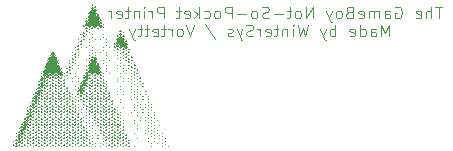
<source format=gbr>
%TF.GenerationSoftware,KiCad,Pcbnew,8.0.2*%
%TF.CreationDate,2024-05-01T01:53:47-07:00*%
%TF.ProjectId,DRIVER,44524956-4552-42e6-9b69-6361645f7063,rev?*%
%TF.SameCoordinates,Original*%
%TF.FileFunction,Legend,Bot*%
%TF.FilePolarity,Positive*%
%FSLAX46Y46*%
G04 Gerber Fmt 4.6, Leading zero omitted, Abs format (unit mm)*
G04 Created by KiCad (PCBNEW 8.0.2) date 2024-05-01 01:53:47*
%MOMM*%
%LPD*%
G01*
G04 APERTURE LIST*
%ADD10C,0.000000*%
%ADD11C,0.100000*%
G04 APERTURE END LIST*
D10*
G36*
X49277009Y-100624332D02*
G01*
X49263391Y-100647920D01*
X49236154Y-100647920D01*
X49222536Y-100624332D01*
X49236154Y-100600744D01*
X49263391Y-100600744D01*
X49277009Y-100624332D01*
G37*
G36*
X48104508Y-96362292D02*
G01*
X48081810Y-96401605D01*
X48036416Y-96401605D01*
X48013719Y-96362292D01*
X48036416Y-96322979D01*
X48081810Y-96322979D01*
X48104508Y-96362292D01*
G37*
G36*
X40778725Y-100899235D02*
G01*
X40727974Y-100987137D01*
X40626473Y-100987137D01*
X40575722Y-100899235D01*
X40626473Y-100811333D01*
X40727974Y-100811333D01*
X40778725Y-100899235D01*
G37*
G36*
X43114070Y-103923819D02*
G01*
X43086287Y-103971940D01*
X43030721Y-103971940D01*
X43002938Y-103923819D01*
X43030721Y-103875698D01*
X43086287Y-103875698D01*
X43114070Y-103923819D01*
G37*
G36*
X47372009Y-96774777D02*
G01*
X47358390Y-96798365D01*
X47331155Y-96798365D01*
X47317536Y-96774777D01*
X47331155Y-96751190D01*
X47358390Y-96751190D01*
X47372009Y-96774777D01*
G37*
G36*
X46238402Y-101586622D02*
G01*
X46196250Y-101659631D01*
X46111947Y-101659631D01*
X46069795Y-101586622D01*
X46111947Y-101513613D01*
X46196250Y-101513613D01*
X46238402Y-101586622D01*
G37*
G36*
X44808461Y-94712615D02*
G01*
X44766902Y-94784597D01*
X44683784Y-94784597D01*
X44642225Y-94712615D01*
X44683784Y-94640633D01*
X44766902Y-94640633D01*
X44808461Y-94712615D01*
G37*
G36*
X47353224Y-95124968D02*
G01*
X47349009Y-95132269D01*
X47340579Y-95132269D01*
X47336363Y-95124968D01*
X47340579Y-95117667D01*
X47349009Y-95117667D01*
X47353224Y-95124968D01*
G37*
G36*
X48143402Y-102961529D02*
G01*
X48101250Y-103034539D01*
X48016947Y-103034539D01*
X47974795Y-102961529D01*
X48016947Y-102888521D01*
X48101250Y-102888521D01*
X48143402Y-102961529D01*
G37*
G36*
X46234036Y-93887644D02*
G01*
X46194100Y-93956816D01*
X46114227Y-93956816D01*
X46074291Y-93887644D01*
X46114227Y-93818473D01*
X46194100Y-93818473D01*
X46234036Y-93887644D01*
G37*
G36*
X39374833Y-103373882D02*
G01*
X39311670Y-103483282D01*
X39185345Y-103483282D01*
X39122182Y-103373882D01*
X39185345Y-103264483D01*
X39311670Y-103264483D01*
X39374833Y-103373882D01*
G37*
G36*
X48082415Y-99936812D02*
G01*
X48070802Y-99956928D01*
X48047576Y-99956928D01*
X48035962Y-99936812D01*
X48047576Y-99916698D01*
X48070802Y-99916698D01*
X48082415Y-99936812D01*
G37*
G36*
X50958039Y-103786368D02*
G01*
X50937348Y-103822207D01*
X50895964Y-103822207D01*
X50875273Y-103786368D01*
X50895964Y-103750529D01*
X50937348Y-103750529D01*
X50958039Y-103786368D01*
G37*
G36*
X50229508Y-103098980D02*
G01*
X50215891Y-103122568D01*
X50188655Y-103122568D01*
X50175036Y-103098980D01*
X50188655Y-103075392D01*
X50215891Y-103075392D01*
X50229508Y-103098980D01*
G37*
G36*
X51200133Y-103648916D02*
G01*
X51177436Y-103688229D01*
X51132041Y-103688229D01*
X51109344Y-103648916D01*
X51132041Y-103609604D01*
X51177436Y-103609604D01*
X51200133Y-103648916D01*
G37*
G36*
X45047777Y-102549044D02*
G01*
X45005625Y-102622053D01*
X44921322Y-102622053D01*
X44879169Y-102549044D01*
X44921322Y-102476035D01*
X45005625Y-102476035D01*
X45047777Y-102549044D01*
G37*
G36*
X45762152Y-99661910D02*
G01*
X45720000Y-99734920D01*
X45635697Y-99734920D01*
X45593545Y-99661910D01*
X45635697Y-99588901D01*
X45720000Y-99588901D01*
X45762152Y-99661910D01*
G37*
G36*
X46952777Y-100624332D02*
G01*
X46910625Y-100697341D01*
X46826322Y-100697341D01*
X46784170Y-100624332D01*
X46826322Y-100551323D01*
X46910625Y-100551323D01*
X46952777Y-100624332D01*
G37*
G36*
X50247633Y-100899235D02*
G01*
X50224935Y-100938547D01*
X50179541Y-100938547D01*
X50156844Y-100899235D01*
X50179541Y-100859922D01*
X50224935Y-100859922D01*
X50247633Y-100899235D01*
G37*
G36*
X45758315Y-101311720D02*
G01*
X45718079Y-101381413D01*
X45637604Y-101381413D01*
X45597367Y-101311720D01*
X45637604Y-101242027D01*
X45718079Y-101242027D01*
X45758315Y-101311720D01*
G37*
G36*
X46714652Y-101036686D02*
G01*
X46672500Y-101109695D01*
X46588197Y-101109695D01*
X46546045Y-101036686D01*
X46588197Y-100963677D01*
X46672500Y-100963677D01*
X46714652Y-101036686D01*
G37*
G36*
X50962007Y-103511333D02*
G01*
X50939311Y-103550647D01*
X50893916Y-103550647D01*
X50871218Y-103511333D01*
X50893916Y-103472021D01*
X50939311Y-103472021D01*
X50962007Y-103511333D01*
G37*
G36*
X47190901Y-99661910D02*
G01*
X47148750Y-99734920D01*
X47064447Y-99734920D01*
X47022295Y-99661910D01*
X47064447Y-99588901D01*
X47148750Y-99588901D01*
X47190901Y-99661910D01*
G37*
G36*
X43619027Y-102274010D02*
G01*
X43576875Y-102347018D01*
X43492572Y-102347018D01*
X43450419Y-102274010D01*
X43492572Y-102201000D01*
X43576875Y-102201000D01*
X43619027Y-102274010D01*
G37*
G36*
X40449319Y-99936812D02*
G01*
X40444216Y-99945651D01*
X40434010Y-99945651D01*
X40428907Y-99936812D01*
X40434010Y-99927975D01*
X40444216Y-99927975D01*
X40449319Y-99936812D01*
G37*
G36*
X40717209Y-99524460D02*
G01*
X40697260Y-99559012D01*
X40657362Y-99559012D01*
X40637412Y-99524460D01*
X40657362Y-99489908D01*
X40697260Y-99489908D01*
X40717209Y-99524460D01*
G37*
G36*
X46876974Y-94025228D02*
G01*
X46872761Y-94032523D01*
X46864337Y-94032523D01*
X46860125Y-94025228D01*
X46864337Y-94017932D01*
X46872761Y-94017932D01*
X46876974Y-94025228D01*
G37*
G36*
X49515134Y-101861657D02*
G01*
X49501515Y-101885245D01*
X49474279Y-101885245D01*
X49460662Y-101861657D01*
X49474279Y-101838068D01*
X49501515Y-101838068D01*
X49515134Y-101861657D01*
G37*
G36*
X47372009Y-97599748D02*
G01*
X47358390Y-97623336D01*
X47331155Y-97623336D01*
X47317536Y-97599748D01*
X47331155Y-97576161D01*
X47358390Y-97576161D01*
X47372009Y-97599748D01*
G37*
G36*
X45520587Y-100899235D02*
G01*
X45480190Y-100969204D01*
X45399397Y-100969204D01*
X45359001Y-100899235D01*
X45399397Y-100829265D01*
X45480190Y-100829265D01*
X45520587Y-100899235D01*
G37*
G36*
X48073552Y-93887644D02*
G01*
X48066327Y-93900158D01*
X48051878Y-93900158D01*
X48044653Y-93887644D01*
X48051878Y-93875131D01*
X48066327Y-93875131D01*
X48073552Y-93887644D01*
G37*
G36*
X42666527Y-99799361D02*
G01*
X42624375Y-99872371D01*
X42540072Y-99872371D01*
X42497920Y-99799361D01*
X42540072Y-99726353D01*
X42624375Y-99726353D01*
X42666527Y-99799361D01*
G37*
G36*
X46476527Y-101174269D02*
G01*
X46434375Y-101247278D01*
X46350072Y-101247278D01*
X46307920Y-101174269D01*
X46350072Y-101101259D01*
X46434375Y-101101259D01*
X46476527Y-101174269D01*
G37*
G36*
X42904652Y-99111975D02*
G01*
X42862499Y-99184984D01*
X42778197Y-99184984D01*
X42736045Y-99111975D01*
X42778197Y-99038965D01*
X42862499Y-99038965D01*
X42904652Y-99111975D01*
G37*
G36*
X42666527Y-98424587D02*
G01*
X42624375Y-98497596D01*
X42540072Y-98497596D01*
X42497920Y-98424587D01*
X42540072Y-98351578D01*
X42624375Y-98351578D01*
X42666527Y-98424587D01*
G37*
G36*
X45762152Y-99387009D02*
G01*
X45720000Y-99460018D01*
X45635697Y-99460018D01*
X45593545Y-99387009D01*
X45635697Y-99314000D01*
X45720000Y-99314000D01*
X45762152Y-99387009D01*
G37*
G36*
X43380902Y-100486749D02*
G01*
X43338750Y-100559759D01*
X43254447Y-100559759D01*
X43212295Y-100486749D01*
X43254447Y-100413740D01*
X43338750Y-100413740D01*
X43380902Y-100486749D01*
G37*
G36*
X44770758Y-100486749D02*
G01*
X44748061Y-100526062D01*
X44702666Y-100526062D01*
X44679969Y-100486749D01*
X44702666Y-100447436D01*
X44748061Y-100447436D01*
X44770758Y-100486749D01*
G37*
G36*
X48611317Y-103786368D02*
G01*
X48573332Y-103852159D01*
X48497363Y-103852159D01*
X48459378Y-103786368D01*
X48497363Y-103720576D01*
X48573332Y-103720576D01*
X48611317Y-103786368D01*
G37*
G36*
X42509497Y-96637327D02*
G01*
X42426814Y-96780532D01*
X42261450Y-96780532D01*
X42178768Y-96637327D01*
X42261450Y-96494121D01*
X42426814Y-96494121D01*
X42509497Y-96637327D01*
G37*
G36*
X47614764Y-96362292D02*
G01*
X47598851Y-96389852D01*
X47567027Y-96389852D01*
X47551116Y-96362292D01*
X47567027Y-96334732D01*
X47598851Y-96334732D01*
X47614764Y-96362292D01*
G37*
G36*
X41714027Y-100074396D02*
G01*
X41671875Y-100147406D01*
X41587572Y-100147406D01*
X41545420Y-100074396D01*
X41587572Y-100001388D01*
X41671875Y-100001388D01*
X41714027Y-100074396D01*
G37*
G36*
X43619027Y-102549044D02*
G01*
X43576875Y-102622053D01*
X43492572Y-102622053D01*
X43450419Y-102549044D01*
X43492572Y-102476035D01*
X43576875Y-102476035D01*
X43619027Y-102549044D01*
G37*
G36*
X40803993Y-100624332D02*
G01*
X40740624Y-100734090D01*
X40613886Y-100734090D01*
X40550517Y-100624332D01*
X40613886Y-100514574D01*
X40740624Y-100514574D01*
X40803993Y-100624332D01*
G37*
G36*
X43857152Y-101036686D02*
G01*
X43815000Y-101109695D01*
X43730697Y-101109695D01*
X43688545Y-101036686D01*
X43730697Y-100963677D01*
X43815000Y-100963677D01*
X43857152Y-101036686D01*
G37*
G36*
X44990759Y-95674904D02*
G01*
X44977141Y-95698492D01*
X44949905Y-95698492D01*
X44936287Y-95674904D01*
X44949905Y-95651317D01*
X44977141Y-95651317D01*
X44990759Y-95674904D01*
G37*
G36*
X40999652Y-101036686D02*
G01*
X40957500Y-101109695D01*
X40873197Y-101109695D01*
X40831045Y-101036686D01*
X40873197Y-100963677D01*
X40957500Y-100963677D01*
X40999652Y-101036686D01*
G37*
G36*
X44028470Y-99249425D02*
G01*
X44019715Y-99264588D01*
X44002206Y-99264588D01*
X43993452Y-99249425D01*
X44002206Y-99234262D01*
X44019715Y-99234262D01*
X44028470Y-99249425D01*
G37*
G36*
X43574048Y-98149552D02*
G01*
X43554399Y-98183586D01*
X43515100Y-98183586D01*
X43495451Y-98149552D01*
X43515100Y-98115519D01*
X43554399Y-98115519D01*
X43574048Y-98149552D01*
G37*
G36*
X47667152Y-102136558D02*
G01*
X47624999Y-102209567D01*
X47540697Y-102209567D01*
X47498545Y-102136558D01*
X47540697Y-102063549D01*
X47624999Y-102063549D01*
X47667152Y-102136558D01*
G37*
G36*
X48342632Y-96774777D02*
G01*
X48319936Y-96814091D01*
X48274541Y-96814091D01*
X48251843Y-96774777D01*
X48274541Y-96735464D01*
X48319936Y-96735464D01*
X48342632Y-96774777D01*
G37*
G36*
X47368041Y-98699489D02*
G01*
X47356423Y-98719610D01*
X47333190Y-98719610D01*
X47321573Y-98699489D01*
X47333190Y-98679367D01*
X47356423Y-98679367D01*
X47368041Y-98699489D01*
G37*
G36*
X39578324Y-103786368D02*
G01*
X39532479Y-103865774D01*
X39440791Y-103865774D01*
X39394946Y-103786368D01*
X39440791Y-103706962D01*
X39532479Y-103706962D01*
X39578324Y-103786368D01*
G37*
G36*
X47133884Y-96087390D02*
G01*
X47120265Y-96110977D01*
X47093030Y-96110977D01*
X47079412Y-96087390D01*
X47093030Y-96063803D01*
X47120265Y-96063803D01*
X47133884Y-96087390D01*
G37*
G36*
X48376632Y-95949939D02*
G01*
X48336971Y-96018636D01*
X48257648Y-96018636D01*
X48217987Y-95949939D01*
X48257648Y-95881243D01*
X48336971Y-95881243D01*
X48376632Y-95949939D01*
G37*
G36*
X48790969Y-101724073D02*
G01*
X48782215Y-101739236D01*
X48764707Y-101739236D01*
X48755952Y-101724073D01*
X48764707Y-101708909D01*
X48782215Y-101708909D01*
X48790969Y-101724073D01*
G37*
G36*
X47667152Y-101586622D02*
G01*
X47624999Y-101659631D01*
X47540697Y-101659631D01*
X47498545Y-101586622D01*
X47540697Y-101513613D01*
X47624999Y-101513613D01*
X47667152Y-101586622D01*
G37*
G36*
X46952777Y-100899235D02*
G01*
X46910625Y-100972244D01*
X46826322Y-100972244D01*
X46784170Y-100899235D01*
X46826322Y-100826226D01*
X46910625Y-100826226D01*
X46952777Y-100899235D01*
G37*
G36*
X51200133Y-103373882D02*
G01*
X51177436Y-103413195D01*
X51132041Y-103413195D01*
X51109344Y-103373882D01*
X51132041Y-103334569D01*
X51177436Y-103334569D01*
X51200133Y-103373882D01*
G37*
G36*
X50723882Y-101724073D02*
G01*
X50701185Y-101763386D01*
X50655791Y-101763386D01*
X50633093Y-101724073D01*
X50655791Y-101684760D01*
X50701185Y-101684760D01*
X50723882Y-101724073D01*
G37*
G36*
X43857152Y-102686494D02*
G01*
X43815000Y-102759504D01*
X43730697Y-102759504D01*
X43688545Y-102686494D01*
X43730697Y-102613486D01*
X43815000Y-102613486D01*
X43857152Y-102686494D01*
G37*
G36*
X46714652Y-101586622D02*
G01*
X46672500Y-101659631D01*
X46588197Y-101659631D01*
X46546045Y-101586622D01*
X46588197Y-101513613D01*
X46672500Y-101513613D01*
X46714652Y-101586622D01*
G37*
G36*
X41237777Y-101449171D02*
G01*
X41195625Y-101522180D01*
X41111322Y-101522180D01*
X41069170Y-101449171D01*
X41111322Y-101376162D01*
X41195625Y-101376162D01*
X41237777Y-101449171D01*
G37*
G36*
X45467009Y-95674904D02*
G01*
X45453391Y-95698492D01*
X45426155Y-95698492D01*
X45412536Y-95674904D01*
X45426155Y-95651317D01*
X45453391Y-95651317D01*
X45467009Y-95674904D01*
G37*
G36*
X48381526Y-103098980D02*
G01*
X48339375Y-103171989D01*
X48255072Y-103171989D01*
X48212920Y-103098980D01*
X48255072Y-103025971D01*
X48339375Y-103025971D01*
X48381526Y-103098980D01*
G37*
G36*
X44028470Y-98974524D02*
G01*
X44019715Y-98989686D01*
X44002206Y-98989686D01*
X43993452Y-98974524D01*
X44002206Y-98959360D01*
X44019715Y-98959360D01*
X44028470Y-98974524D01*
G37*
G36*
X44095277Y-100349298D02*
G01*
X44053124Y-100422307D01*
X43968822Y-100422307D01*
X43926670Y-100349298D01*
X43968822Y-100276289D01*
X44053124Y-100276289D01*
X44095277Y-100349298D01*
G37*
G36*
X48315381Y-100624332D02*
G01*
X48306288Y-100640082D01*
X48288101Y-100640082D01*
X48279008Y-100624332D01*
X48288101Y-100608583D01*
X48306288Y-100608583D01*
X48315381Y-100624332D01*
G37*
G36*
X44752634Y-96087390D02*
G01*
X44739016Y-96110977D01*
X44711780Y-96110977D01*
X44698162Y-96087390D01*
X44711780Y-96063803D01*
X44739016Y-96063803D01*
X44752634Y-96087390D01*
G37*
G36*
X43142777Y-102823946D02*
G01*
X43100625Y-102896955D01*
X43016322Y-102896955D01*
X42974170Y-102823946D01*
X43016322Y-102750937D01*
X43100625Y-102750937D01*
X43142777Y-102823946D01*
G37*
G36*
X49505345Y-103236431D02*
G01*
X49496590Y-103251594D01*
X49479081Y-103251594D01*
X49470327Y-103236431D01*
X49479081Y-103221268D01*
X49496590Y-103221268D01*
X49505345Y-103236431D01*
G37*
G36*
X40576583Y-101036686D02*
G01*
X40507841Y-101155752D01*
X40370350Y-101155752D01*
X40301607Y-101036686D01*
X40370350Y-100917619D01*
X40507841Y-100917619D01*
X40576583Y-101036686D01*
G37*
G36*
X42428402Y-98287136D02*
G01*
X42386250Y-98360145D01*
X42301947Y-98360145D01*
X42259794Y-98287136D01*
X42301947Y-98214126D01*
X42386250Y-98214126D01*
X42428402Y-98287136D01*
G37*
G36*
X40523402Y-102136558D02*
G01*
X40481250Y-102209567D01*
X40396947Y-102209567D01*
X40354795Y-102136558D01*
X40396947Y-102063549D01*
X40481250Y-102063549D01*
X40523402Y-102136558D01*
G37*
G36*
X42904652Y-101586622D02*
G01*
X42862499Y-101659631D01*
X42778197Y-101659631D01*
X42736045Y-101586622D01*
X42778197Y-101513613D01*
X42862499Y-101513613D01*
X42904652Y-101586622D01*
G37*
G36*
X51185845Y-103923819D02*
G01*
X51170277Y-103950784D01*
X51139139Y-103950784D01*
X51123570Y-103923819D01*
X51139139Y-103896853D01*
X51170277Y-103896853D01*
X51185845Y-103923819D01*
G37*
G36*
X45075028Y-98149552D02*
G01*
X45019243Y-98246177D01*
X44907669Y-98246177D01*
X44851884Y-98149552D01*
X44907669Y-98052928D01*
X45019243Y-98052928D01*
X45075028Y-98149552D01*
G37*
G36*
X47656171Y-95812488D02*
G01*
X47619517Y-95875976D01*
X47546208Y-95875976D01*
X47509554Y-95812488D01*
X47546208Y-95749000D01*
X47619517Y-95749000D01*
X47656171Y-95812488D01*
G37*
G36*
X49277009Y-100899235D02*
G01*
X49263391Y-100922822D01*
X49236154Y-100922822D01*
X49222536Y-100899235D01*
X49236154Y-100875647D01*
X49263391Y-100875647D01*
X49277009Y-100899235D01*
G37*
G36*
X47107823Y-93887644D02*
G01*
X47107200Y-93888722D01*
X47105955Y-93888722D01*
X47105332Y-93887644D01*
X47105955Y-93886566D01*
X47107200Y-93886566D01*
X47107823Y-93887644D01*
G37*
G36*
X46238402Y-100211847D02*
G01*
X46196250Y-100284856D01*
X46111947Y-100284856D01*
X46069795Y-100211847D01*
X46111947Y-100138838D01*
X46196250Y-100138838D01*
X46238402Y-100211847D01*
G37*
G36*
X46181384Y-94712615D02*
G01*
X46167766Y-94736203D01*
X46140530Y-94736203D01*
X46126911Y-94712615D01*
X46140530Y-94689027D01*
X46167766Y-94689027D01*
X46181384Y-94712615D01*
G37*
G36*
X49771382Y-100074396D02*
G01*
X49748686Y-100113709D01*
X49703291Y-100113709D01*
X49680593Y-100074396D01*
X49703291Y-100035084D01*
X49748686Y-100035084D01*
X49771382Y-100074396D01*
G37*
G36*
X45366996Y-93612742D02*
G01*
X45284314Y-93755948D01*
X45118949Y-93755948D01*
X45036267Y-93612742D01*
X45118949Y-93469536D01*
X45284314Y-93469536D01*
X45366996Y-93612742D01*
G37*
G36*
X44809652Y-102411593D02*
G01*
X44767499Y-102484602D01*
X44683197Y-102484602D01*
X44641044Y-102411593D01*
X44683197Y-102338584D01*
X44767499Y-102338584D01*
X44809652Y-102411593D01*
G37*
G36*
X49551382Y-97462165D02*
G01*
X49519606Y-97517201D01*
X49456056Y-97517201D01*
X49424281Y-97462165D01*
X49456056Y-97407129D01*
X49519606Y-97407129D01*
X49551382Y-97462165D01*
G37*
G36*
X41203117Y-98424587D02*
G01*
X41178288Y-98467591D01*
X41128631Y-98467591D01*
X41103803Y-98424587D01*
X41128631Y-98381582D01*
X41178288Y-98381582D01*
X41203117Y-98424587D01*
G37*
G36*
X45008883Y-100899235D02*
G01*
X44986186Y-100938547D01*
X44940791Y-100938547D01*
X44918094Y-100899235D01*
X44940791Y-100859922D01*
X44986186Y-100859922D01*
X45008883Y-100899235D01*
G37*
G36*
X48790969Y-102823946D02*
G01*
X48782215Y-102839109D01*
X48764707Y-102839109D01*
X48755952Y-102823946D01*
X48764707Y-102808783D01*
X48782215Y-102808783D01*
X48790969Y-102823946D01*
G37*
G36*
X50721369Y-103373882D02*
G01*
X50699916Y-103411040D01*
X50657008Y-103411040D01*
X50635554Y-103373882D01*
X50657008Y-103336725D01*
X50699916Y-103336725D01*
X50721369Y-103373882D01*
G37*
G36*
X45228884Y-95812488D02*
G01*
X45215266Y-95836075D01*
X45188030Y-95836075D01*
X45174412Y-95812488D01*
X45188030Y-95788901D01*
X45215266Y-95788901D01*
X45228884Y-95812488D01*
G37*
G36*
X39341389Y-103923819D02*
G01*
X39294951Y-104004253D01*
X39202073Y-104004253D01*
X39155635Y-103923819D01*
X39202073Y-103843384D01*
X39294951Y-103843384D01*
X39341389Y-103923819D01*
G37*
G36*
X48336283Y-101999108D02*
G01*
X48316747Y-102032944D01*
X48277678Y-102032944D01*
X48258142Y-101999108D01*
X48277678Y-101965272D01*
X48316747Y-101965272D01*
X48336283Y-101999108D01*
G37*
G36*
X43142777Y-101999108D02*
G01*
X43100625Y-102072117D01*
X43016322Y-102072117D01*
X42974170Y-101999108D01*
X43016322Y-101926098D01*
X43100625Y-101926098D01*
X43142777Y-101999108D01*
G37*
G36*
X45841394Y-96637327D02*
G01*
X45759613Y-96778971D01*
X45596047Y-96778971D01*
X45514266Y-96637327D01*
X45596047Y-96495682D01*
X45759613Y-96495682D01*
X45841394Y-96637327D01*
G37*
G36*
X50021282Y-98562037D02*
G01*
X49992736Y-98611481D01*
X49935646Y-98611481D01*
X49907100Y-98562037D01*
X49935646Y-98512595D01*
X49992736Y-98512595D01*
X50021282Y-98562037D01*
G37*
G36*
X42666527Y-102274010D02*
G01*
X42624375Y-102347018D01*
X42540072Y-102347018D01*
X42497920Y-102274010D01*
X42540072Y-102201000D01*
X42624375Y-102201000D01*
X42666527Y-102274010D01*
G37*
G36*
X45329029Y-93337708D02*
G01*
X45265338Y-93448023D01*
X45137957Y-93448023D01*
X45074267Y-93337708D01*
X45137957Y-93227393D01*
X45265338Y-93227393D01*
X45329029Y-93337708D01*
G37*
G36*
X48818883Y-97874650D02*
G01*
X48796186Y-97913964D01*
X48750791Y-97913964D01*
X48728094Y-97874650D01*
X48750791Y-97835337D01*
X48796186Y-97835337D01*
X48818883Y-97874650D01*
G37*
G36*
X40991582Y-99111975D02*
G01*
X40953456Y-99178010D01*
X40877203Y-99178010D01*
X40839076Y-99111975D01*
X40877203Y-99045939D01*
X40953456Y-99045939D01*
X40991582Y-99111975D01*
G37*
G36*
X45105588Y-98424587D02*
G01*
X45034579Y-98547578D01*
X44892564Y-98547578D01*
X44821555Y-98424587D01*
X44892564Y-98301595D01*
X45034579Y-98301595D01*
X45105588Y-98424587D01*
G37*
G36*
X44571527Y-103648916D02*
G01*
X44529375Y-103721925D01*
X44445072Y-103721925D01*
X44402920Y-103648916D01*
X44445072Y-103575907D01*
X44529375Y-103575907D01*
X44571527Y-103648916D01*
G37*
G36*
X43380902Y-103236431D02*
G01*
X43338750Y-103309440D01*
X43254447Y-103309440D01*
X43212295Y-103236431D01*
X43254447Y-103163422D01*
X43338750Y-103163422D01*
X43380902Y-103236431D01*
G37*
G36*
X41237777Y-100074396D02*
G01*
X41195625Y-100147406D01*
X41111322Y-100147406D01*
X41069170Y-100074396D01*
X41111322Y-100001388D01*
X41195625Y-100001388D01*
X41237777Y-100074396D01*
G37*
G36*
X41045954Y-99387009D02*
G01*
X40980665Y-99500093D01*
X40850087Y-99500093D01*
X40784798Y-99387009D01*
X40850087Y-99273925D01*
X40980665Y-99273925D01*
X41045954Y-99387009D01*
G37*
G36*
X41944082Y-103786368D02*
G01*
X41905994Y-103852339D01*
X41829816Y-103852339D01*
X41791728Y-103786368D01*
X41829816Y-103720396D01*
X41905994Y-103720396D01*
X41944082Y-103786368D01*
G37*
G36*
X41952152Y-99661910D02*
G01*
X41910000Y-99734920D01*
X41825697Y-99734920D01*
X41783545Y-99661910D01*
X41825697Y-99588901D01*
X41910000Y-99588901D01*
X41952152Y-99661910D01*
G37*
G36*
X42190277Y-100624332D02*
G01*
X42148125Y-100697341D01*
X42063822Y-100697341D01*
X42021670Y-100624332D01*
X42063822Y-100551323D01*
X42148125Y-100551323D01*
X42190277Y-100624332D01*
G37*
G36*
X40761527Y-102274010D02*
G01*
X40719375Y-102347018D01*
X40635072Y-102347018D01*
X40592920Y-102274010D01*
X40635072Y-102201000D01*
X40719375Y-102201000D01*
X40761527Y-102274010D01*
G37*
G36*
X40761527Y-101174269D02*
G01*
X40719371Y-101247286D01*
X40635059Y-101247286D01*
X40592903Y-101174269D01*
X40635059Y-101101252D01*
X40719371Y-101101252D01*
X40761527Y-101174269D01*
G37*
G36*
X45961383Y-103373882D02*
G01*
X45938686Y-103413195D01*
X45893291Y-103413195D01*
X45870594Y-103373882D01*
X45893291Y-103334569D01*
X45938686Y-103334569D01*
X45961383Y-103373882D01*
G37*
G36*
X46665836Y-93612742D02*
G01*
X46648118Y-93643431D01*
X46612681Y-93643431D01*
X46594963Y-93612742D01*
X46612681Y-93582053D01*
X46648118Y-93582053D01*
X46665836Y-93612742D01*
G37*
G36*
X46081372Y-93200257D02*
G01*
X45998689Y-93343463D01*
X45833325Y-93343463D01*
X45750643Y-93200257D01*
X45833325Y-93057051D01*
X45998689Y-93057051D01*
X46081372Y-93200257D01*
G37*
G36*
X45044337Y-94575032D02*
G01*
X45003895Y-94645079D01*
X44923012Y-94645079D01*
X44882570Y-94575032D01*
X44923012Y-94504985D01*
X45003895Y-94504985D01*
X45044337Y-94575032D01*
G37*
G36*
X40999652Y-100761783D02*
G01*
X40957500Y-100834792D01*
X40873197Y-100834792D01*
X40831045Y-100761783D01*
X40873197Y-100688774D01*
X40957500Y-100688774D01*
X40999652Y-100761783D01*
G37*
G36*
X43553013Y-97049812D02*
G01*
X43543913Y-97065574D01*
X43525711Y-97065574D01*
X43516610Y-97049812D01*
X43525711Y-97034049D01*
X43543913Y-97034049D01*
X43553013Y-97049812D01*
G37*
G36*
X49038884Y-100761783D02*
G01*
X49025266Y-100785371D01*
X48998030Y-100785371D01*
X48984411Y-100761783D01*
X48998030Y-100738196D01*
X49025266Y-100738196D01*
X49038884Y-100761783D01*
G37*
G36*
X48381526Y-103373882D02*
G01*
X48339375Y-103446892D01*
X48255072Y-103446892D01*
X48212920Y-103373882D01*
X48255072Y-103300873D01*
X48339375Y-103300873D01*
X48381526Y-103373882D01*
G37*
G36*
X50022076Y-99111975D02*
G01*
X49993091Y-99162176D01*
X49935122Y-99162176D01*
X49906137Y-99111975D01*
X49935122Y-99061773D01*
X49993091Y-99061773D01*
X50022076Y-99111975D01*
G37*
G36*
X44276384Y-97737199D02*
G01*
X44262766Y-97760787D01*
X44235530Y-97760787D01*
X44221912Y-97737199D01*
X44235530Y-97713612D01*
X44262766Y-97713612D01*
X44276384Y-97737199D01*
G37*
G36*
X43380902Y-99111975D02*
G01*
X43338750Y-99184984D01*
X43254447Y-99184984D01*
X43212295Y-99111975D01*
X43254447Y-99038965D01*
X43338750Y-99038965D01*
X43380902Y-99111975D01*
G37*
G36*
X49081085Y-96362292D02*
G01*
X49046375Y-96422412D01*
X48976956Y-96422412D01*
X48942246Y-96362292D01*
X48976956Y-96302172D01*
X49046375Y-96302172D01*
X49081085Y-96362292D01*
G37*
G36*
X42666527Y-102823946D02*
G01*
X42624375Y-102896955D01*
X42540072Y-102896955D01*
X42497920Y-102823946D01*
X42540072Y-102750937D01*
X42624375Y-102750937D01*
X42666527Y-102823946D01*
G37*
G36*
X48829466Y-103923819D02*
G01*
X48801489Y-103972276D01*
X48745535Y-103972276D01*
X48717558Y-103923819D01*
X48745535Y-103875361D01*
X48801489Y-103875361D01*
X48829466Y-103923819D01*
G37*
G36*
X45247008Y-102136558D02*
G01*
X45224311Y-102175871D01*
X45178916Y-102175871D01*
X45156219Y-102136558D01*
X45178916Y-102097246D01*
X45224311Y-102097246D01*
X45247008Y-102136558D01*
G37*
G36*
X47124359Y-94987517D02*
G01*
X47115521Y-95002825D01*
X47097844Y-95002825D01*
X47089006Y-94987517D01*
X47097844Y-94972210D01*
X47115521Y-94972210D01*
X47124359Y-94987517D01*
G37*
G36*
X41638621Y-97049812D02*
G01*
X41634206Y-97057459D01*
X41625375Y-97057459D01*
X41620960Y-97049812D01*
X41625375Y-97042164D01*
X41634206Y-97042164D01*
X41638621Y-97049812D01*
G37*
G36*
X49069443Y-97462165D02*
G01*
X49040541Y-97512224D01*
X48982739Y-97512224D01*
X48953837Y-97462165D01*
X48982739Y-97412106D01*
X49040541Y-97412106D01*
X49069443Y-97462165D01*
G37*
G36*
X48324509Y-98699489D02*
G01*
X48310890Y-98723076D01*
X48283655Y-98723076D01*
X48270037Y-98699489D01*
X48283655Y-98675901D01*
X48310890Y-98675901D01*
X48324509Y-98699489D01*
G37*
G36*
X46714652Y-102136558D02*
G01*
X46672500Y-102209567D01*
X46588197Y-102209567D01*
X46546045Y-102136558D01*
X46588197Y-102063549D01*
X46672500Y-102063549D01*
X46714652Y-102136558D01*
G37*
G36*
X46419509Y-95674904D02*
G01*
X46405891Y-95698492D01*
X46378655Y-95698492D01*
X46365036Y-95674904D01*
X46378655Y-95651317D01*
X46405891Y-95651317D01*
X46419509Y-95674904D01*
G37*
G36*
X50454272Y-99387009D02*
G01*
X50447342Y-99399012D01*
X50433481Y-99399012D01*
X50426551Y-99387009D01*
X50433481Y-99375005D01*
X50447342Y-99375005D01*
X50454272Y-99387009D01*
G37*
G36*
X43380902Y-101311720D02*
G01*
X43338750Y-101384729D01*
X43254447Y-101384729D01*
X43212295Y-101311720D01*
X43254447Y-101238711D01*
X43338750Y-101238711D01*
X43380902Y-101311720D01*
G37*
G36*
X46657634Y-95537453D02*
G01*
X46644016Y-95561041D01*
X46616780Y-95561041D01*
X46603161Y-95537453D01*
X46616780Y-95513866D01*
X46644016Y-95513866D01*
X46657634Y-95537453D01*
G37*
G36*
X47667152Y-103236431D02*
G01*
X47624999Y-103309440D01*
X47540697Y-103309440D01*
X47498545Y-103236431D01*
X47540697Y-103163422D01*
X47624999Y-103163422D01*
X47667152Y-103236431D01*
G37*
G36*
X48857380Y-95949939D02*
G01*
X48815436Y-96022589D01*
X48731548Y-96022589D01*
X48689604Y-95949939D01*
X48731548Y-95877290D01*
X48815436Y-95877290D01*
X48857380Y-95949939D01*
G37*
G36*
X47977508Y-94850066D02*
G01*
X47899240Y-94985625D01*
X47742700Y-94985625D01*
X47664431Y-94850066D01*
X47742700Y-94714507D01*
X47899240Y-94714507D01*
X47977508Y-94850066D01*
G37*
G36*
X42428402Y-100761783D02*
G01*
X42386250Y-100834792D01*
X42301947Y-100834792D01*
X42259794Y-100761783D01*
X42301947Y-100688774D01*
X42386250Y-100688774D01*
X42428402Y-100761783D01*
G37*
G36*
X49281639Y-100349298D02*
G01*
X49265679Y-100376942D01*
X49233758Y-100376942D01*
X49217798Y-100349298D01*
X49233758Y-100321654D01*
X49265679Y-100321654D01*
X49281639Y-100349298D01*
G37*
G36*
X48087575Y-101311720D02*
G01*
X48073339Y-101336378D01*
X48044866Y-101336378D01*
X48030631Y-101311720D01*
X48044866Y-101287062D01*
X48073339Y-101287062D01*
X48087575Y-101311720D01*
G37*
G36*
X50236388Y-102549044D02*
G01*
X50219332Y-102578586D01*
X50185221Y-102578586D01*
X50168164Y-102549044D01*
X50185221Y-102519502D01*
X50219332Y-102519502D01*
X50236388Y-102549044D01*
G37*
G36*
X47421089Y-100074396D02*
G01*
X47382937Y-100140478D01*
X47306632Y-100140478D01*
X47268480Y-100074396D01*
X47306632Y-100008314D01*
X47382937Y-100008314D01*
X47421089Y-100074396D01*
G37*
G36*
X46948543Y-98974524D02*
G01*
X46908501Y-99043877D01*
X46828418Y-99043877D01*
X46788376Y-98974524D01*
X46828418Y-98905170D01*
X46908501Y-98905170D01*
X46948543Y-98974524D01*
G37*
G36*
X44333402Y-101861657D02*
G01*
X44291250Y-101934666D01*
X44206947Y-101934666D01*
X44164794Y-101861657D01*
X44206947Y-101788647D01*
X44291250Y-101788647D01*
X44333402Y-101861657D01*
G37*
G36*
X46657634Y-96637327D02*
G01*
X46644016Y-96660914D01*
X46616780Y-96660914D01*
X46603161Y-96637327D01*
X46616780Y-96613739D01*
X46644016Y-96613739D01*
X46657634Y-96637327D01*
G37*
G36*
X42904652Y-102961529D02*
G01*
X42862499Y-103034539D01*
X42778197Y-103034539D01*
X42736045Y-102961529D01*
X42778197Y-102888521D01*
X42862499Y-102888521D01*
X42904652Y-102961529D01*
G37*
G36*
X48104508Y-96637327D02*
G01*
X48081810Y-96676640D01*
X48036416Y-96676640D01*
X48013719Y-96637327D01*
X48036416Y-96598013D01*
X48081810Y-96598013D01*
X48104508Y-96637327D01*
G37*
G36*
X42249411Y-97874650D02*
G01*
X42177721Y-97998822D01*
X42034344Y-97998822D01*
X41962653Y-97874650D01*
X42034344Y-97750479D01*
X42177721Y-97750479D01*
X42249411Y-97874650D01*
G37*
G36*
X49029094Y-102136558D02*
G01*
X49020340Y-102151721D01*
X49002831Y-102151721D01*
X48994078Y-102136558D01*
X49002831Y-102121395D01*
X49020340Y-102121395D01*
X49029094Y-102136558D01*
G37*
G36*
X47838469Y-100074396D02*
G01*
X47829715Y-100089560D01*
X47812206Y-100089560D01*
X47803453Y-100074396D01*
X47812206Y-100059234D01*
X47829715Y-100059234D01*
X47838469Y-100074396D01*
G37*
G36*
X44518478Y-94850066D02*
G01*
X44502841Y-94877150D01*
X44471567Y-94877150D01*
X44455930Y-94850066D01*
X44471567Y-94822982D01*
X44502841Y-94822982D01*
X44518478Y-94850066D01*
G37*
G36*
X49095902Y-96637327D02*
G01*
X49053750Y-96710336D01*
X48969447Y-96710336D01*
X48927295Y-96637327D01*
X48969447Y-96564318D01*
X49053750Y-96564318D01*
X49095902Y-96637327D01*
G37*
G36*
X45008883Y-100624332D02*
G01*
X44986186Y-100663645D01*
X44940791Y-100663645D01*
X44918094Y-100624332D01*
X44940791Y-100585020D01*
X44986186Y-100585020D01*
X45008883Y-100624332D01*
G37*
G36*
X49262589Y-96499875D02*
G01*
X49256143Y-96511038D01*
X49243254Y-96511038D01*
X49236809Y-96499875D01*
X49243254Y-96488712D01*
X49256143Y-96488712D01*
X49262589Y-96499875D01*
G37*
G36*
X48562634Y-98837072D02*
G01*
X48548988Y-98860708D01*
X48521697Y-98860708D01*
X48508051Y-98837072D01*
X48521697Y-98813437D01*
X48548988Y-98813437D01*
X48562634Y-98837072D01*
G37*
G36*
X47190901Y-99936812D02*
G01*
X47148750Y-100009822D01*
X47064447Y-100009822D01*
X47022295Y-99936812D01*
X47064447Y-99863804D01*
X47148750Y-99863804D01*
X47190901Y-99936812D01*
G37*
G36*
X42428402Y-100486749D02*
G01*
X42386250Y-100559759D01*
X42301947Y-100559759D01*
X42259794Y-100486749D01*
X42301947Y-100413740D01*
X42386250Y-100413740D01*
X42428402Y-100486749D01*
G37*
G36*
X45289076Y-98837072D02*
G01*
X45245368Y-98912779D01*
X45157949Y-98912779D01*
X45114240Y-98837072D01*
X45157949Y-98761365D01*
X45245368Y-98761365D01*
X45289076Y-98837072D01*
G37*
G36*
X49038884Y-100486749D02*
G01*
X49025266Y-100510337D01*
X48998030Y-100510337D01*
X48984411Y-100486749D01*
X48998030Y-100463161D01*
X49025266Y-100463161D01*
X49038884Y-100486749D01*
G37*
G36*
X43142777Y-101724073D02*
G01*
X43100625Y-101797082D01*
X43016322Y-101797082D01*
X42974170Y-101724073D01*
X43016322Y-101651063D01*
X43100625Y-101651063D01*
X43142777Y-101724073D01*
G37*
G36*
X41475902Y-101586622D02*
G01*
X41433750Y-101659631D01*
X41349447Y-101659631D01*
X41307295Y-101586622D01*
X41349447Y-101513613D01*
X41433750Y-101513613D01*
X41475902Y-101586622D01*
G37*
G36*
X45524027Y-100349298D02*
G01*
X45481875Y-100422307D01*
X45397572Y-100422307D01*
X45355420Y-100349298D01*
X45397572Y-100276289D01*
X45481875Y-100276289D01*
X45524027Y-100349298D01*
G37*
G36*
X47610134Y-96637327D02*
G01*
X47596516Y-96660914D01*
X47569280Y-96660914D01*
X47555661Y-96637327D01*
X47569280Y-96613739D01*
X47596516Y-96613739D01*
X47610134Y-96637327D01*
G37*
G36*
X40761527Y-103373882D02*
G01*
X40719375Y-103446892D01*
X40635072Y-103446892D01*
X40592920Y-103373882D01*
X40635072Y-103300873D01*
X40719375Y-103300873D01*
X40761527Y-103373882D01*
G37*
G36*
X42904652Y-100761783D02*
G01*
X42862499Y-100834792D01*
X42778197Y-100834792D01*
X42736045Y-100761783D01*
X42778197Y-100688774D01*
X42862499Y-100688774D01*
X42904652Y-100761783D01*
G37*
G36*
X43325075Y-97737199D02*
G01*
X43310850Y-97761838D01*
X43282398Y-97761838D01*
X43268173Y-97737199D01*
X43282398Y-97712560D01*
X43310850Y-97712560D01*
X43325075Y-97737199D01*
G37*
G36*
X42190277Y-101999108D02*
G01*
X42148125Y-102072117D01*
X42063822Y-102072117D01*
X42021670Y-101999108D01*
X42063822Y-101926098D01*
X42148125Y-101926098D01*
X42190277Y-101999108D01*
G37*
G36*
X40761527Y-103098980D02*
G01*
X40719375Y-103171989D01*
X40635072Y-103171989D01*
X40592920Y-103098980D01*
X40635072Y-103025971D01*
X40719375Y-103025971D01*
X40761527Y-103098980D01*
G37*
G36*
X43619027Y-103648916D02*
G01*
X43576875Y-103721925D01*
X43492572Y-103721925D01*
X43450419Y-103648916D01*
X43492572Y-103575907D01*
X43576875Y-103575907D01*
X43619027Y-103648916D01*
G37*
G36*
X44752634Y-96912229D02*
G01*
X44739016Y-96935816D01*
X44711780Y-96935816D01*
X44698162Y-96912229D01*
X44711780Y-96888641D01*
X44739016Y-96888641D01*
X44752634Y-96912229D01*
G37*
G36*
X44095277Y-101999108D02*
G01*
X44053124Y-102072117D01*
X43968822Y-102072117D01*
X43926670Y-101999108D01*
X43968822Y-101926098D01*
X44053124Y-101926098D01*
X44095277Y-101999108D01*
G37*
G36*
X46319496Y-97462165D02*
G01*
X46236814Y-97605371D01*
X46071449Y-97605371D01*
X45988767Y-97462165D01*
X46071449Y-97318959D01*
X46236814Y-97318959D01*
X46319496Y-97462165D01*
G37*
G36*
X49513811Y-97187263D02*
G01*
X49500821Y-97209762D01*
X49474840Y-97209762D01*
X49461849Y-97187263D01*
X49474840Y-97164764D01*
X49500821Y-97164764D01*
X49513811Y-97187263D01*
G37*
G36*
X48562634Y-99111975D02*
G01*
X48549015Y-99135563D01*
X48521780Y-99135563D01*
X48508161Y-99111975D01*
X48521780Y-99088387D01*
X48549015Y-99088387D01*
X48562634Y-99111975D01*
G37*
G36*
X47372009Y-96224841D02*
G01*
X47358390Y-96248429D01*
X47331155Y-96248429D01*
X47317536Y-96224841D01*
X47331155Y-96201254D01*
X47358390Y-96201254D01*
X47372009Y-96224841D01*
G37*
G36*
X42747622Y-96774777D02*
G01*
X42664939Y-96917983D01*
X42499575Y-96917983D01*
X42416892Y-96774777D01*
X42499575Y-96631571D01*
X42664939Y-96631571D01*
X42747622Y-96774777D01*
G37*
G36*
X41952152Y-99111975D02*
G01*
X41910000Y-99184984D01*
X41825697Y-99184984D01*
X41783545Y-99111975D01*
X41825697Y-99038965D01*
X41910000Y-99038965D01*
X41952152Y-99111975D01*
G37*
G36*
X52137684Y-103923819D02*
G01*
X52122465Y-103950180D01*
X52092027Y-103950180D01*
X52076809Y-103923819D01*
X52092027Y-103897458D01*
X52122465Y-103897458D01*
X52137684Y-103923819D01*
G37*
G36*
X49515134Y-101311720D02*
G01*
X49501515Y-101335308D01*
X49474279Y-101335308D01*
X49460662Y-101311720D01*
X49474279Y-101288132D01*
X49501515Y-101288132D01*
X49515134Y-101311720D01*
G37*
G36*
X50001834Y-101861657D02*
G01*
X49982979Y-101894315D01*
X49945268Y-101894315D01*
X49926413Y-101861657D01*
X49945268Y-101828998D01*
X49982979Y-101828998D01*
X50001834Y-101861657D01*
G37*
G36*
X42190277Y-101724073D02*
G01*
X42148125Y-101797082D01*
X42063822Y-101797082D01*
X42021670Y-101724073D01*
X42063822Y-101651063D01*
X42148125Y-101651063D01*
X42190277Y-101724073D01*
G37*
G36*
X49029094Y-103236431D02*
G01*
X49020340Y-103251594D01*
X49002831Y-103251594D01*
X48994078Y-103236431D01*
X49002831Y-103221268D01*
X49020340Y-103221268D01*
X49029094Y-103236431D01*
G37*
G36*
X42904652Y-100486749D02*
G01*
X42862499Y-100559759D01*
X42778197Y-100559759D01*
X42736045Y-100486749D01*
X42778197Y-100413740D01*
X42862499Y-100413740D01*
X42904652Y-100486749D01*
G37*
G36*
X41237777Y-100899235D02*
G01*
X41195625Y-100972244D01*
X41111322Y-100972244D01*
X41069170Y-100899235D01*
X41111322Y-100826226D01*
X41195625Y-100826226D01*
X41237777Y-100899235D01*
G37*
G36*
X45228884Y-95262551D02*
G01*
X45215266Y-95286139D01*
X45188030Y-95286139D01*
X45174412Y-95262551D01*
X45188030Y-95238964D01*
X45215266Y-95238964D01*
X45228884Y-95262551D01*
G37*
G36*
X44325067Y-103786368D02*
G01*
X44287082Y-103852159D01*
X44211112Y-103852159D01*
X44173127Y-103786368D01*
X44211112Y-103720576D01*
X44287082Y-103720576D01*
X44325067Y-103786368D01*
G37*
G36*
X46714652Y-98562037D02*
G01*
X46672500Y-98635047D01*
X46588197Y-98635047D01*
X46546045Y-98562038D01*
X46588197Y-98489029D01*
X46672500Y-98489029D01*
X46714652Y-98562037D01*
G37*
G36*
X50247633Y-99799361D02*
G01*
X50224935Y-99838675D01*
X50179541Y-99838675D01*
X50156844Y-99799361D01*
X50179541Y-99760049D01*
X50224935Y-99760049D01*
X50247633Y-99799361D01*
G37*
G36*
X44333402Y-102686494D02*
G01*
X44291250Y-102759504D01*
X44206947Y-102759504D01*
X44164794Y-102686494D01*
X44206947Y-102613486D01*
X44291250Y-102613486D01*
X44333402Y-102686494D01*
G37*
G36*
X47848259Y-97599748D02*
G01*
X47834641Y-97623336D01*
X47807405Y-97623336D01*
X47793786Y-97599748D01*
X47807405Y-97576161D01*
X47834641Y-97576161D01*
X47848259Y-97599748D01*
G37*
G36*
X44327978Y-95812488D02*
G01*
X44288577Y-95880732D01*
X44209777Y-95880732D01*
X44170376Y-95812488D01*
X44209777Y-95744244D01*
X44288577Y-95744244D01*
X44327978Y-95812488D01*
G37*
G36*
X42904652Y-98287136D02*
G01*
X42862499Y-98360145D01*
X42778197Y-98360145D01*
X42736045Y-98287136D01*
X42778197Y-98214126D01*
X42862499Y-98214126D01*
X42904652Y-98287136D01*
G37*
G36*
X42904652Y-103511333D02*
G01*
X42862499Y-103584343D01*
X42778197Y-103584343D01*
X42736045Y-103511333D01*
X42778197Y-103438325D01*
X42862499Y-103438325D01*
X42904652Y-103511333D01*
G37*
G36*
X48818883Y-98699489D02*
G01*
X48796216Y-98738749D01*
X48750881Y-98738749D01*
X48728214Y-98699489D01*
X48750881Y-98660228D01*
X48796216Y-98660228D01*
X48818883Y-98699489D01*
G37*
G36*
X48076595Y-101036686D02*
G01*
X48067840Y-101051849D01*
X48050331Y-101051849D01*
X48041577Y-101036686D01*
X48050331Y-101021523D01*
X48067840Y-101021523D01*
X48076595Y-101036686D01*
G37*
G36*
X44990759Y-95400003D02*
G01*
X44977141Y-95423590D01*
X44949905Y-95423590D01*
X44936287Y-95400003D01*
X44949905Y-95376415D01*
X44977141Y-95376415D01*
X44990759Y-95400003D01*
G37*
G36*
X45745350Y-91962946D02*
G01*
X45711587Y-92021426D01*
X45644061Y-92021426D01*
X45610298Y-91962946D01*
X45644061Y-91904467D01*
X45711587Y-91904467D01*
X45745350Y-91962946D01*
G37*
G36*
X49516986Y-101036686D02*
G01*
X49502409Y-101061934D01*
X49473255Y-101061934D01*
X49458678Y-101036686D01*
X49473255Y-101011438D01*
X49502409Y-101011438D01*
X49516986Y-101036686D01*
G37*
G36*
X46482745Y-97874650D02*
G01*
X46437502Y-97953013D01*
X46347016Y-97953013D01*
X46301773Y-97874650D01*
X46347016Y-97796287D01*
X46437502Y-97796287D01*
X46482745Y-97874650D01*
G37*
G36*
X47600344Y-99661910D02*
G01*
X47591590Y-99677074D01*
X47574082Y-99677074D01*
X47565327Y-99661910D01*
X47574082Y-99646747D01*
X47591590Y-99646747D01*
X47600344Y-99661910D01*
G37*
G36*
X43790477Y-98837072D02*
G01*
X43781663Y-98852337D01*
X43764037Y-98852337D01*
X43755224Y-98837072D01*
X43764037Y-98821808D01*
X43781663Y-98821808D01*
X43790477Y-98837072D01*
G37*
G36*
X49739765Y-103923819D02*
G01*
X49732902Y-103935705D01*
X49719177Y-103935705D01*
X49712315Y-103923819D01*
X49719177Y-103911932D01*
X49732902Y-103911932D01*
X49739765Y-103923819D01*
G37*
G36*
X44333402Y-103511333D02*
G01*
X44291250Y-103584343D01*
X44206947Y-103584343D01*
X44164794Y-103511333D01*
X44206947Y-103438325D01*
X44291250Y-103438325D01*
X44333402Y-103511333D01*
G37*
G36*
X44990759Y-96224841D02*
G01*
X44977141Y-96248429D01*
X44949905Y-96248429D01*
X44936287Y-96224841D01*
X44949905Y-96201254D01*
X44977141Y-96201254D01*
X44990759Y-96224841D01*
G37*
G36*
X42190277Y-98699489D02*
G01*
X42148125Y-98772497D01*
X42063822Y-98772497D01*
X42021670Y-98699489D01*
X42063822Y-98626479D01*
X42148125Y-98626479D01*
X42190277Y-98699489D01*
G37*
G36*
X46081372Y-97049812D02*
G01*
X45998689Y-97193018D01*
X45833325Y-97193018D01*
X45750643Y-97049812D01*
X45833325Y-96906606D01*
X45998689Y-96906606D01*
X46081372Y-97049812D01*
G37*
G36*
X41481326Y-98012102D02*
G01*
X41436470Y-98089795D01*
X41346756Y-98089795D01*
X41301900Y-98012102D01*
X41346756Y-97934408D01*
X41436470Y-97934408D01*
X41481326Y-98012102D01*
G37*
G36*
X41237777Y-102823946D02*
G01*
X41195625Y-102896955D01*
X41111322Y-102896955D01*
X41069170Y-102823946D01*
X41111322Y-102750937D01*
X41195625Y-102750937D01*
X41237777Y-102823946D01*
G37*
G36*
X45335246Y-98287136D02*
G01*
X45268438Y-98402851D01*
X45134823Y-98402851D01*
X45068015Y-98287136D01*
X45134823Y-98171420D01*
X45268438Y-98171420D01*
X45335246Y-98287136D01*
G37*
G36*
X46000276Y-100899235D02*
G01*
X45958125Y-100972244D01*
X45873822Y-100972244D01*
X45831671Y-100899235D01*
X45873822Y-100826226D01*
X45958125Y-100826226D01*
X46000276Y-100899235D01*
G37*
G36*
X46714652Y-99387009D02*
G01*
X46672500Y-99460018D01*
X46588197Y-99460018D01*
X46546045Y-99387009D01*
X46588197Y-99314000D01*
X46672500Y-99314000D01*
X46714652Y-99387009D01*
G37*
G36*
X45285902Y-99111975D02*
G01*
X45243749Y-99184984D01*
X45159447Y-99184984D01*
X45117295Y-99111975D01*
X45159447Y-99038965D01*
X45243749Y-99038965D01*
X45285902Y-99111975D01*
G37*
G36*
X45467009Y-95949939D02*
G01*
X45453391Y-95973527D01*
X45426155Y-95973527D01*
X45412536Y-95949939D01*
X45426155Y-95926352D01*
X45453391Y-95926352D01*
X45467009Y-95949939D01*
G37*
G36*
X46318968Y-93062793D02*
G01*
X46236547Y-93205549D01*
X46071697Y-93205549D01*
X45989276Y-93062793D01*
X46071697Y-92920037D01*
X46236547Y-92920037D01*
X46318968Y-93062793D01*
G37*
G36*
X45047777Y-103373882D02*
G01*
X45005625Y-103446892D01*
X44921322Y-103446892D01*
X44879169Y-103373882D01*
X44921322Y-103300873D01*
X45005625Y-103300873D01*
X45047777Y-103373882D01*
G37*
G36*
X50009508Y-99661910D02*
G01*
X49986811Y-99701223D01*
X49941416Y-99701223D01*
X49918719Y-99661910D01*
X49941416Y-99622597D01*
X49986811Y-99622597D01*
X50009508Y-99661910D01*
G37*
G36*
X40999652Y-102686494D02*
G01*
X40957500Y-102759504D01*
X40873197Y-102759504D01*
X40831045Y-102686494D01*
X40873197Y-102613486D01*
X40957500Y-102613486D01*
X40999652Y-102686494D01*
G37*
G36*
X44095277Y-101724073D02*
G01*
X44053124Y-101797082D01*
X43968822Y-101797082D01*
X43926670Y-101724073D01*
X43968822Y-101651063D01*
X44053124Y-101651063D01*
X44095277Y-101724073D01*
G37*
G36*
X40285277Y-102823946D02*
G01*
X40243125Y-102896955D01*
X40158822Y-102896955D01*
X40116670Y-102823946D01*
X40158822Y-102750937D01*
X40243125Y-102750937D01*
X40285277Y-102823946D01*
G37*
G36*
X42904652Y-98562037D02*
G01*
X42862499Y-98635047D01*
X42778197Y-98635047D01*
X42736045Y-98562038D01*
X42778197Y-98489029D01*
X42862499Y-98489029D01*
X42904652Y-98562037D01*
G37*
G36*
X44543217Y-103923819D02*
G01*
X44515240Y-103972276D01*
X44459285Y-103972276D01*
X44431308Y-103923819D01*
X44459285Y-103875361D01*
X44515240Y-103875361D01*
X44543217Y-103923819D01*
G37*
G36*
X45605122Y-97599748D02*
G01*
X45522439Y-97742954D01*
X45357075Y-97742954D01*
X45274392Y-97599748D01*
X45357075Y-97456542D01*
X45522439Y-97456542D01*
X45605122Y-97599748D01*
G37*
G36*
X43619027Y-101174269D02*
G01*
X43576875Y-101247278D01*
X43492572Y-101247278D01*
X43450419Y-101174269D01*
X43492572Y-101101259D01*
X43576875Y-101101259D01*
X43619027Y-101174269D01*
G37*
G36*
X45228884Y-96637327D02*
G01*
X45215266Y-96660914D01*
X45188030Y-96660914D01*
X45174412Y-96637327D01*
X45188030Y-96613739D01*
X45215266Y-96613739D01*
X45228884Y-96637327D01*
G37*
G36*
X49267220Y-102823946D02*
G01*
X49258465Y-102839109D01*
X49240956Y-102839109D01*
X49232202Y-102823946D01*
X49240956Y-102808783D01*
X49258465Y-102808783D01*
X49267220Y-102823946D01*
G37*
G36*
X43619027Y-101999108D02*
G01*
X43576875Y-102072117D01*
X43492572Y-102072117D01*
X43450419Y-101999108D01*
X43492572Y-101926098D01*
X43576875Y-101926098D01*
X43619027Y-101999108D01*
G37*
G36*
X47629184Y-94987517D02*
G01*
X47606046Y-95027592D01*
X47559771Y-95027592D01*
X47536633Y-94987517D01*
X47559771Y-94947442D01*
X47606046Y-94947442D01*
X47629184Y-94987517D01*
G37*
G36*
X45723258Y-102411593D02*
G01*
X45700561Y-102450905D01*
X45655166Y-102450905D01*
X45632469Y-102411593D01*
X45655166Y-102372280D01*
X45700561Y-102372280D01*
X45723258Y-102411593D01*
G37*
G36*
X44867463Y-99111975D02*
G01*
X44796454Y-99234966D01*
X44654439Y-99234966D01*
X44583430Y-99111975D01*
X44654439Y-98988983D01*
X44796454Y-98988983D01*
X44867463Y-99111975D01*
G37*
G36*
X48562634Y-100486749D02*
G01*
X48549015Y-100510337D01*
X48521780Y-100510337D01*
X48508161Y-100486749D01*
X48521780Y-100463161D01*
X48549015Y-100463161D01*
X48562634Y-100486749D01*
G37*
G36*
X49095902Y-96912229D02*
G01*
X49053750Y-96985238D01*
X48969447Y-96985238D01*
X48927295Y-96912229D01*
X48969447Y-96839220D01*
X49053750Y-96839220D01*
X49095902Y-96912229D01*
G37*
G36*
X41952152Y-102686494D02*
G01*
X41910000Y-102759504D01*
X41825697Y-102759504D01*
X41783545Y-102686494D01*
X41825697Y-102613486D01*
X41910000Y-102613486D01*
X41952152Y-102686494D01*
G37*
G36*
X48335092Y-97874650D02*
G01*
X48316205Y-97907364D01*
X48278432Y-97907364D01*
X48259545Y-97874650D01*
X48278432Y-97841937D01*
X48316205Y-97841937D01*
X48335092Y-97874650D01*
G37*
G36*
X48619651Y-103236431D02*
G01*
X48577500Y-103309440D01*
X48493197Y-103309440D01*
X48451045Y-103236431D01*
X48493197Y-103163422D01*
X48577500Y-103163422D01*
X48619651Y-103236431D01*
G37*
G36*
X44333402Y-101586622D02*
G01*
X44291250Y-101659631D01*
X44206947Y-101659631D01*
X44164794Y-101586622D01*
X44206947Y-101513613D01*
X44291250Y-101513613D01*
X44333402Y-101586622D01*
G37*
G36*
X50485758Y-100211847D02*
G01*
X50463060Y-100251160D01*
X50417666Y-100251160D01*
X50394969Y-100211847D01*
X50417666Y-100172534D01*
X50463060Y-100172534D01*
X50485758Y-100211847D01*
G37*
G36*
X45316858Y-93887644D02*
G01*
X45259261Y-93987404D01*
X45144068Y-93987404D01*
X45086471Y-93887644D01*
X45144068Y-93787885D01*
X45259261Y-93787885D01*
X45316858Y-93887644D01*
G37*
G36*
X46181384Y-95262551D02*
G01*
X46167766Y-95286139D01*
X46140530Y-95286139D01*
X46126911Y-95262551D01*
X46140530Y-95238964D01*
X46167766Y-95238964D01*
X46181384Y-95262551D01*
G37*
G36*
X45762152Y-100486749D02*
G01*
X45720000Y-100559759D01*
X45635697Y-100559759D01*
X45593545Y-100486749D01*
X45635697Y-100413740D01*
X45720000Y-100413740D01*
X45762152Y-100486749D01*
G37*
G36*
X47190901Y-102961529D02*
G01*
X47148750Y-103034539D01*
X47064447Y-103034539D01*
X47022295Y-102961529D01*
X47064447Y-102888521D01*
X47148750Y-102888521D01*
X47190901Y-102961529D01*
G37*
G36*
X52135038Y-103648916D02*
G01*
X52121122Y-103673020D01*
X52093290Y-103673020D01*
X52079374Y-103648916D01*
X52093290Y-103624813D01*
X52121122Y-103624813D01*
X52135038Y-103648916D01*
G37*
G36*
X47190901Y-102686494D02*
G01*
X47148750Y-102759504D01*
X47064447Y-102759504D01*
X47022295Y-102686494D01*
X47064447Y-102613486D01*
X47148750Y-102613486D01*
X47190901Y-102686494D01*
G37*
G36*
X49982388Y-103511333D02*
G01*
X49973281Y-103527108D01*
X49955066Y-103527108D01*
X49945959Y-103511333D01*
X49955066Y-103495560D01*
X49973281Y-103495560D01*
X49982388Y-103511333D01*
G37*
G36*
X46882530Y-94300130D02*
G01*
X46875499Y-94312307D01*
X46861440Y-94312307D01*
X46854409Y-94300130D01*
X46861440Y-94287953D01*
X46875499Y-94287953D01*
X46882530Y-94300130D01*
G37*
G36*
X48841769Y-95674904D02*
G01*
X48807615Y-95734062D01*
X48739308Y-95734062D01*
X48705153Y-95674904D01*
X48739308Y-95615748D01*
X48807615Y-95615748D01*
X48841769Y-95674904D01*
G37*
G36*
X45843247Y-93062793D02*
G01*
X45760565Y-93205998D01*
X45595200Y-93205998D01*
X45512518Y-93062793D01*
X45595200Y-92919587D01*
X45760565Y-92919587D01*
X45843247Y-93062793D01*
G37*
G36*
X47429026Y-100899235D02*
G01*
X47386875Y-100972244D01*
X47302572Y-100972244D01*
X47260420Y-100899235D01*
X47302572Y-100826226D01*
X47386875Y-100826226D01*
X47429026Y-100899235D01*
G37*
G36*
X42666527Y-100899235D02*
G01*
X42624375Y-100972244D01*
X42540072Y-100972244D01*
X42497920Y-100899235D01*
X42540072Y-100826226D01*
X42624375Y-100826226D01*
X42666527Y-100899235D01*
G37*
G36*
X48327155Y-98149552D02*
G01*
X48312190Y-98175472D01*
X48282260Y-98175472D01*
X48267295Y-98149552D01*
X48282260Y-98123633D01*
X48312190Y-98123633D01*
X48327155Y-98149552D01*
G37*
G36*
X48143402Y-102136558D02*
G01*
X48101250Y-102209567D01*
X48016947Y-102209567D01*
X47974795Y-102136558D01*
X48016947Y-102063549D01*
X48101250Y-102063549D01*
X48143402Y-102136558D01*
G37*
G36*
X47600344Y-99936812D02*
G01*
X47591590Y-99951976D01*
X47574082Y-99951976D01*
X47565327Y-99936812D01*
X47574082Y-99921650D01*
X47591590Y-99921650D01*
X47600344Y-99936812D01*
G37*
G36*
X47661331Y-95262551D02*
G01*
X47622107Y-95330487D01*
X47543662Y-95330487D01*
X47504440Y-95262551D01*
X47543662Y-95194615D01*
X47622107Y-95194615D01*
X47661331Y-95262551D01*
G37*
G36*
X42896317Y-103786368D02*
G01*
X42858332Y-103852159D01*
X42782363Y-103852159D01*
X42744377Y-103786368D01*
X42782363Y-103720576D01*
X42858332Y-103720576D01*
X42896317Y-103786368D01*
G37*
G36*
X51200133Y-102274010D02*
G01*
X51177436Y-102313322D01*
X51132041Y-102313322D01*
X51109344Y-102274010D01*
X51132041Y-102234697D01*
X51177436Y-102234697D01*
X51200133Y-102274010D01*
G37*
G36*
X45605122Y-97324714D02*
G01*
X45522439Y-97467920D01*
X45357075Y-97467920D01*
X45274392Y-97324714D01*
X45357075Y-97181508D01*
X45522439Y-97181508D01*
X45605122Y-97324714D01*
G37*
G36*
X49295133Y-98974524D02*
G01*
X49272435Y-99013837D01*
X49227041Y-99013837D01*
X49204344Y-98974524D01*
X49227041Y-98935210D01*
X49272435Y-98935210D01*
X49295133Y-98974524D01*
G37*
G36*
X48800759Y-99799361D02*
G01*
X48787141Y-99822950D01*
X48759905Y-99822950D01*
X48746286Y-99799361D01*
X48759905Y-99775773D01*
X48787141Y-99775773D01*
X48800759Y-99799361D01*
G37*
G36*
X44288423Y-99661910D02*
G01*
X44268809Y-99695883D01*
X44229581Y-99695883D01*
X44209967Y-99661910D01*
X44229581Y-99627938D01*
X44268809Y-99627938D01*
X44288423Y-99661910D01*
G37*
G36*
X40286335Y-102274010D02*
G01*
X40243677Y-102347897D01*
X40158358Y-102347897D01*
X40115699Y-102274010D01*
X40158358Y-102200122D01*
X40243677Y-102200122D01*
X40286335Y-102274010D01*
G37*
G36*
X45941142Y-91825463D02*
G01*
X45928556Y-91847264D01*
X45903384Y-91847264D01*
X45890798Y-91825463D01*
X45903384Y-91803663D01*
X45928556Y-91803663D01*
X45941142Y-91825463D01*
G37*
G36*
X46199508Y-103236431D02*
G01*
X46176811Y-103275744D01*
X46131416Y-103275744D01*
X46108719Y-103236431D01*
X46131416Y-103197118D01*
X46176811Y-103197118D01*
X46199508Y-103236431D01*
G37*
G36*
X44276384Y-97462165D02*
G01*
X44262766Y-97485752D01*
X44235530Y-97485752D01*
X44221912Y-97462165D01*
X44235530Y-97438577D01*
X44262766Y-97438577D01*
X44276384Y-97462165D01*
G37*
G36*
X46714652Y-102686494D02*
G01*
X46672500Y-102759504D01*
X46588197Y-102759504D01*
X46546045Y-102686494D01*
X46588197Y-102613486D01*
X46672500Y-102613486D01*
X46714652Y-102686494D01*
G37*
G36*
X49298440Y-96774777D02*
G01*
X49274102Y-96816931D01*
X49225427Y-96816931D01*
X49201090Y-96774777D01*
X49225427Y-96732624D01*
X49274102Y-96732624D01*
X49298440Y-96774777D01*
G37*
G36*
X47667152Y-102686494D02*
G01*
X47624999Y-102759504D01*
X47540697Y-102759504D01*
X47498545Y-102686494D01*
X47540697Y-102613486D01*
X47624999Y-102613486D01*
X47667152Y-102686494D01*
G37*
G36*
X40523402Y-103511333D02*
G01*
X40481250Y-103584343D01*
X40396947Y-103584343D01*
X40354795Y-103511333D01*
X40396947Y-103438325D01*
X40481250Y-103438325D01*
X40523402Y-103511333D01*
G37*
G36*
X44095277Y-102823946D02*
G01*
X44053124Y-102896955D01*
X43968822Y-102896955D01*
X43926670Y-102823946D01*
X43968822Y-102750937D01*
X44053124Y-102750937D01*
X44095277Y-102823946D01*
G37*
G36*
X43619027Y-99799361D02*
G01*
X43576875Y-99872371D01*
X43492572Y-99872371D01*
X43450419Y-99799361D01*
X43492572Y-99726353D01*
X43576875Y-99726353D01*
X43619027Y-99799361D01*
G37*
G36*
X45538711Y-92650347D02*
G01*
X45489217Y-92736073D01*
X45390228Y-92736073D01*
X45340734Y-92650347D01*
X45390228Y-92564621D01*
X45489217Y-92564621D01*
X45538711Y-92650347D01*
G37*
G36*
X40077844Y-101586622D02*
G01*
X40020385Y-101686144D01*
X39905468Y-101686144D01*
X39848010Y-101586622D01*
X39905468Y-101487101D01*
X40020385Y-101487101D01*
X40077844Y-101586622D01*
G37*
G36*
X44798672Y-95262551D02*
G01*
X44762000Y-95326067D01*
X44688658Y-95326067D01*
X44651987Y-95262551D01*
X44688658Y-95199035D01*
X44762000Y-95199035D01*
X44798672Y-95262551D01*
G37*
G36*
X41533714Y-98562037D02*
G01*
X41462705Y-98685029D01*
X41320690Y-98685029D01*
X41249681Y-98562038D01*
X41320690Y-98439046D01*
X41462705Y-98439046D01*
X41533714Y-98562037D01*
G37*
G36*
X40999652Y-102961529D02*
G01*
X40957500Y-103034539D01*
X40873197Y-103034539D01*
X40831045Y-102961529D01*
X40873197Y-102888521D01*
X40957500Y-102888521D01*
X40999652Y-102961529D01*
G37*
G36*
X42190277Y-99799361D02*
G01*
X42148125Y-99872371D01*
X42063822Y-99872371D01*
X42021670Y-99799361D01*
X42063822Y-99726353D01*
X42148125Y-99726353D01*
X42190277Y-99799361D01*
G37*
G36*
X47864928Y-96499875D02*
G01*
X47842960Y-96537925D01*
X47799023Y-96537925D01*
X47777055Y-96499875D01*
X47799023Y-96461826D01*
X47842960Y-96461826D01*
X47864928Y-96499875D01*
G37*
G36*
X46393448Y-92650347D02*
G01*
X46392819Y-92651435D01*
X46391564Y-92651435D01*
X46390935Y-92650347D01*
X46391564Y-92649259D01*
X46392819Y-92649259D01*
X46393448Y-92650347D01*
G37*
G36*
X45247008Y-101036686D02*
G01*
X45224311Y-101075999D01*
X45178916Y-101075999D01*
X45156219Y-101036686D01*
X45178916Y-100997373D01*
X45224311Y-100997373D01*
X45247008Y-101036686D01*
G37*
G36*
X41714027Y-103648916D02*
G01*
X41671875Y-103721925D01*
X41587572Y-103721925D01*
X41545420Y-103648916D01*
X41587572Y-103575907D01*
X41671875Y-103575907D01*
X41714027Y-103648916D01*
G37*
G36*
X42428402Y-102136558D02*
G01*
X42386250Y-102209567D01*
X42301947Y-102209567D01*
X42259794Y-102136558D01*
X42301947Y-102063549D01*
X42386250Y-102063549D01*
X42428402Y-102136558D01*
G37*
G36*
X47190901Y-102136558D02*
G01*
X47148750Y-102209567D01*
X47064447Y-102209567D01*
X47022295Y-102136558D01*
X47064447Y-102063549D01*
X47148750Y-102063549D01*
X47190901Y-102136558D01*
G37*
G36*
X46081372Y-97599748D02*
G01*
X45998689Y-97742954D01*
X45833325Y-97742954D01*
X45750643Y-97599748D01*
X45833325Y-97456542D01*
X45998689Y-97456542D01*
X46081372Y-97599748D01*
G37*
G36*
X45467009Y-96224841D02*
G01*
X45453391Y-96248429D01*
X45426155Y-96248429D01*
X45412536Y-96224841D01*
X45426155Y-96201254D01*
X45453391Y-96201254D01*
X45467009Y-96224841D01*
G37*
G36*
X46895759Y-95400003D02*
G01*
X46882141Y-95423590D01*
X46854904Y-95423590D01*
X46841287Y-95400003D01*
X46854904Y-95376415D01*
X46882141Y-95376415D01*
X46895759Y-95400003D01*
G37*
G36*
X42428402Y-101586622D02*
G01*
X42386250Y-101659631D01*
X42301947Y-101659631D01*
X42259794Y-101586622D01*
X42301947Y-101513613D01*
X42386250Y-101513613D01*
X42428402Y-101586622D01*
G37*
G36*
X49090875Y-97187263D02*
G01*
X49051238Y-97255913D01*
X48971968Y-97255913D01*
X48932332Y-97187263D01*
X48971968Y-97118613D01*
X49051238Y-97118613D01*
X49090875Y-97187263D01*
G37*
G36*
X40554755Y-101311720D02*
G01*
X40496921Y-101411892D01*
X40381255Y-101411892D01*
X40323421Y-101311720D01*
X40381255Y-101211548D01*
X40496921Y-101211548D01*
X40554755Y-101311720D01*
G37*
G36*
X44095277Y-102274010D02*
G01*
X44053124Y-102347018D01*
X43968822Y-102347018D01*
X43926670Y-102274010D01*
X43968822Y-102201000D01*
X44053124Y-102201000D01*
X44095277Y-102274010D01*
G37*
G36*
X46714652Y-99936812D02*
G01*
X46672500Y-100009822D01*
X46588197Y-100009822D01*
X46546045Y-99936812D01*
X46588197Y-99863804D01*
X46672500Y-99863804D01*
X46714652Y-99936812D01*
G37*
G36*
X46301108Y-97187263D02*
G01*
X46227619Y-97314551D01*
X46080642Y-97314551D01*
X46007153Y-97187263D01*
X46080642Y-97059975D01*
X46227619Y-97059975D01*
X46301108Y-97187263D01*
G37*
G36*
X41714027Y-101174269D02*
G01*
X41671875Y-101247278D01*
X41587572Y-101247278D01*
X41545420Y-101174269D01*
X41587572Y-101101259D01*
X41671875Y-101101259D01*
X41714027Y-101174269D01*
G37*
G36*
X48100407Y-97187263D02*
G01*
X48079798Y-97222956D01*
X48038583Y-97222956D01*
X48017975Y-97187263D01*
X48038583Y-97151570D01*
X48079798Y-97151570D01*
X48100407Y-97187263D01*
G37*
G36*
X50244325Y-102274010D02*
G01*
X50223273Y-102310474D01*
X50181167Y-102310474D01*
X50160114Y-102274010D01*
X50181167Y-102237544D01*
X50223273Y-102237544D01*
X50244325Y-102274010D01*
G37*
G36*
X50247633Y-101724073D02*
G01*
X50224935Y-101763386D01*
X50179541Y-101763386D01*
X50156844Y-101724073D01*
X50179541Y-101684760D01*
X50224935Y-101684760D01*
X50247633Y-101724073D01*
G37*
G36*
X48143402Y-103511333D02*
G01*
X48101250Y-103584343D01*
X48016947Y-103584343D01*
X47974795Y-103511333D01*
X48016947Y-103438325D01*
X48101250Y-103438325D01*
X48143402Y-103511333D01*
G37*
G36*
X47190901Y-102411593D02*
G01*
X47148750Y-102484602D01*
X47064447Y-102484602D01*
X47022295Y-102411593D01*
X47064447Y-102338584D01*
X47148750Y-102338584D01*
X47190901Y-102411593D01*
G37*
G36*
X49014013Y-95812488D02*
G01*
X49012846Y-95814509D01*
X49010513Y-95814509D01*
X49009346Y-95812488D01*
X49010513Y-95810467D01*
X49012846Y-95810467D01*
X49014013Y-95812488D01*
G37*
G36*
X49767017Y-101174269D02*
G01*
X49746485Y-101209830D01*
X49705423Y-101209830D01*
X49684892Y-101174269D01*
X49705423Y-101138708D01*
X49746485Y-101138708D01*
X49767017Y-101174269D01*
G37*
G36*
X45306936Y-97462165D02*
G01*
X45254263Y-97553397D01*
X45148918Y-97553397D01*
X45096244Y-97462165D01*
X45148918Y-97370933D01*
X45254263Y-97370933D01*
X45306936Y-97462165D01*
G37*
G36*
X40523402Y-103236431D02*
G01*
X40481250Y-103309440D01*
X40396947Y-103309440D01*
X40354795Y-103236431D01*
X40396947Y-103163422D01*
X40481250Y-103163422D01*
X40523402Y-103236431D01*
G37*
G36*
X47190901Y-103511333D02*
G01*
X47148750Y-103584343D01*
X47064447Y-103584343D01*
X47022295Y-103511333D01*
X47064447Y-103438325D01*
X47148750Y-103438325D01*
X47190901Y-103511333D01*
G37*
G36*
X41467832Y-103786368D02*
G01*
X41429744Y-103852339D01*
X41353566Y-103852339D01*
X41315478Y-103786368D01*
X41353566Y-103720396D01*
X41429744Y-103720396D01*
X41467832Y-103786368D01*
G37*
G36*
X47667152Y-103511333D02*
G01*
X47624999Y-103584343D01*
X47540697Y-103584343D01*
X47498545Y-103511333D01*
X47540697Y-103438325D01*
X47624999Y-103438325D01*
X47667152Y-103511333D01*
G37*
G36*
X49505345Y-102961529D02*
G01*
X49496590Y-102976693D01*
X49479081Y-102976693D01*
X49470327Y-102961529D01*
X49479081Y-102946367D01*
X49496590Y-102946367D01*
X49505345Y-102961529D01*
G37*
G36*
X45578266Y-97049812D02*
G01*
X45508991Y-97169800D01*
X45370442Y-97169800D01*
X45301166Y-97049812D01*
X45370442Y-96929823D01*
X45508991Y-96929823D01*
X45578266Y-97049812D01*
G37*
G36*
X42904652Y-100211847D02*
G01*
X42862499Y-100284856D01*
X42778197Y-100284856D01*
X42736045Y-100211847D01*
X42778197Y-100138838D01*
X42862499Y-100138838D01*
X42904652Y-100211847D01*
G37*
G36*
X44742712Y-94162679D02*
G01*
X44734030Y-94177716D01*
X44716665Y-94177716D01*
X44707984Y-94162679D01*
X44716665Y-94147641D01*
X44734030Y-94147641D01*
X44742712Y-94162679D01*
G37*
G36*
X48680374Y-95262551D02*
G01*
X48607846Y-95388173D01*
X48462788Y-95388173D01*
X48390260Y-95262551D01*
X48462788Y-95136930D01*
X48607846Y-95136930D01*
X48680374Y-95262551D01*
G37*
G36*
X47133884Y-97187263D02*
G01*
X47120265Y-97210850D01*
X47093030Y-97210850D01*
X47079412Y-97187263D01*
X47093030Y-97163676D01*
X47120265Y-97163676D01*
X47133884Y-97187263D01*
G37*
G36*
X43172807Y-97599748D02*
G01*
X43115679Y-97698700D01*
X43001420Y-97698700D01*
X42944291Y-97599748D01*
X43001420Y-97500797D01*
X43115679Y-97500797D01*
X43172807Y-97599748D01*
G37*
G36*
X47848259Y-97324714D02*
G01*
X47834641Y-97348301D01*
X47807405Y-97348301D01*
X47793786Y-97324714D01*
X47807405Y-97301126D01*
X47834641Y-97301126D01*
X47848259Y-97324714D01*
G37*
G36*
X44990759Y-97599748D02*
G01*
X44977141Y-97623336D01*
X44949905Y-97623336D01*
X44936287Y-97599748D01*
X44949905Y-97576161D01*
X44977141Y-97576161D01*
X44990759Y-97599748D01*
G37*
G36*
X45723258Y-102686494D02*
G01*
X45700561Y-102725808D01*
X45655166Y-102725808D01*
X45632469Y-102686494D01*
X45655166Y-102647182D01*
X45700561Y-102647182D01*
X45723258Y-102686494D01*
G37*
G36*
X44561870Y-99799361D02*
G01*
X44524582Y-99863946D01*
X44450005Y-99863946D01*
X44412717Y-99799361D01*
X44450005Y-99734777D01*
X44524582Y-99734777D01*
X44561870Y-99799361D01*
G37*
G36*
X50494885Y-99936812D02*
G01*
X50467626Y-99984027D01*
X50413105Y-99984027D01*
X50385845Y-99936812D01*
X50413105Y-99889599D01*
X50467626Y-99889599D01*
X50494885Y-99936812D01*
G37*
G36*
X46238402Y-99661910D02*
G01*
X46196250Y-99734920D01*
X46111947Y-99734920D01*
X46069795Y-99661910D01*
X46111947Y-99588901D01*
X46196250Y-99588901D01*
X46238402Y-99661910D01*
G37*
G36*
X40018180Y-101311720D02*
G01*
X39990533Y-101359608D01*
X39935236Y-101359608D01*
X39907588Y-101311720D01*
X39935236Y-101263832D01*
X39990533Y-101263832D01*
X40018180Y-101311720D01*
G37*
G36*
X46000276Y-99524460D02*
G01*
X45958125Y-99597469D01*
X45873822Y-99597469D01*
X45831671Y-99524460D01*
X45873822Y-99451451D01*
X45958125Y-99451451D01*
X46000276Y-99524460D01*
G37*
G36*
X43380902Y-101036686D02*
G01*
X43338750Y-101109695D01*
X43254447Y-101109695D01*
X43212295Y-101036686D01*
X43254447Y-100963677D01*
X43338750Y-100963677D01*
X43380902Y-101036686D01*
G37*
G36*
X45009280Y-101724073D02*
G01*
X44986411Y-101763684D01*
X44940672Y-101763684D01*
X44917803Y-101724073D01*
X44940672Y-101684462D01*
X44986411Y-101684462D01*
X45009280Y-101724073D01*
G37*
G36*
X46657634Y-95812488D02*
G01*
X46644016Y-95836075D01*
X46616780Y-95836075D01*
X46603161Y-95812488D01*
X46616780Y-95788901D01*
X46644016Y-95788901D01*
X46657634Y-95812488D01*
G37*
G36*
X42509497Y-97187263D02*
G01*
X42426814Y-97330469D01*
X42261450Y-97330469D01*
X42178768Y-97187263D01*
X42261450Y-97044057D01*
X42426814Y-97044057D01*
X42509497Y-97187263D01*
G37*
G36*
X44778960Y-94437581D02*
G01*
X44752178Y-94483969D01*
X44698612Y-94483969D01*
X44671830Y-94437581D01*
X44698612Y-94391193D01*
X44752178Y-94391193D01*
X44778960Y-94437581D01*
G37*
G36*
X45524027Y-98699489D02*
G01*
X45481875Y-98772497D01*
X45397572Y-98772497D01*
X45355420Y-98699489D01*
X45397572Y-98626479D01*
X45481875Y-98626479D01*
X45524027Y-98699489D01*
G37*
G36*
X47866383Y-96224841D02*
G01*
X47843685Y-96264154D01*
X47798291Y-96264154D01*
X47775594Y-96224841D01*
X47798291Y-96185528D01*
X47843685Y-96185528D01*
X47866383Y-96224841D01*
G37*
G36*
X49511165Y-102411593D02*
G01*
X49499541Y-102431727D01*
X49476293Y-102431727D01*
X49464669Y-102411593D01*
X49476293Y-102391459D01*
X49499541Y-102391459D01*
X49511165Y-102411593D01*
G37*
G36*
X46238402Y-99936812D02*
G01*
X46196250Y-100009822D01*
X46111947Y-100009822D01*
X46069795Y-99936812D01*
X46111947Y-99863804D01*
X46196250Y-99863804D01*
X46238402Y-99936812D01*
G37*
G36*
X49295133Y-98424587D02*
G01*
X49272435Y-98463900D01*
X49227041Y-98463900D01*
X49204344Y-98424587D01*
X49227041Y-98385274D01*
X49272435Y-98385274D01*
X49295133Y-98424587D01*
G37*
G36*
X46042346Y-96499875D02*
G01*
X45979188Y-96609267D01*
X45852873Y-96609267D01*
X45789716Y-96499875D01*
X45852873Y-96390483D01*
X45979188Y-96390483D01*
X46042346Y-96499875D01*
G37*
G36*
X46952777Y-99249425D02*
G01*
X46910625Y-99322434D01*
X46826322Y-99322434D01*
X46784170Y-99249425D01*
X46826322Y-99176416D01*
X46910625Y-99176416D01*
X46952777Y-99249425D01*
G37*
G36*
X41475902Y-100486749D02*
G01*
X41433750Y-100559759D01*
X41349447Y-100559759D01*
X41307295Y-100486749D01*
X41349447Y-100413740D01*
X41433750Y-100413740D01*
X41475902Y-100486749D01*
G37*
G36*
X46656575Y-94162679D02*
G01*
X46643508Y-94185313D01*
X46617373Y-94185313D01*
X46604305Y-94162679D01*
X46617373Y-94140045D01*
X46643508Y-94140045D01*
X46656575Y-94162679D01*
G37*
G36*
X47116686Y-94712615D02*
G01*
X47111631Y-94721370D01*
X47101522Y-94721370D01*
X47096468Y-94712615D01*
X47101522Y-94703860D01*
X47111631Y-94703860D01*
X47116686Y-94712615D01*
G37*
G36*
X50009508Y-99387009D02*
G01*
X49986811Y-99426321D01*
X49941416Y-99426321D01*
X49918719Y-99387009D01*
X49941416Y-99347696D01*
X49986811Y-99347696D01*
X50009508Y-99387009D01*
G37*
G36*
X40523402Y-102686494D02*
G01*
X40481250Y-102759504D01*
X40396947Y-102759504D01*
X40354795Y-102686494D01*
X40396947Y-102613486D01*
X40481250Y-102613486D01*
X40523402Y-102686494D01*
G37*
G36*
X42904652Y-99936812D02*
G01*
X42862499Y-100009822D01*
X42778197Y-100009822D01*
X42736045Y-99936812D01*
X42778197Y-99863804D01*
X42862499Y-99863804D01*
X42904652Y-99936812D01*
G37*
G36*
X49029094Y-102686494D02*
G01*
X49020340Y-102701658D01*
X49002831Y-102701658D01*
X48994078Y-102686494D01*
X49002831Y-102671332D01*
X49020340Y-102671332D01*
X49029094Y-102686494D01*
G37*
G36*
X45245950Y-94437581D02*
G01*
X45223807Y-94475933D01*
X45179521Y-94475933D01*
X45157378Y-94437581D01*
X45179521Y-94399228D01*
X45223807Y-94399228D01*
X45245950Y-94437581D01*
G37*
G36*
X50247633Y-100624332D02*
G01*
X50224935Y-100663645D01*
X50179541Y-100663645D01*
X50156844Y-100624332D01*
X50179541Y-100585020D01*
X50224935Y-100585020D01*
X50247633Y-100624332D01*
G37*
G36*
X43142777Y-103098980D02*
G01*
X43100625Y-103171989D01*
X43016322Y-103171989D01*
X42974170Y-103098980D01*
X43016322Y-103025971D01*
X43100625Y-103025971D01*
X43142777Y-103098980D01*
G37*
G36*
X43380902Y-101586622D02*
G01*
X43338750Y-101659631D01*
X43254447Y-101659631D01*
X43212295Y-101586622D01*
X43254447Y-101513613D01*
X43338750Y-101513613D01*
X43380902Y-101586622D01*
G37*
G36*
X48569513Y-98562037D02*
G01*
X48552471Y-98591556D01*
X48518388Y-98591556D01*
X48501345Y-98562037D01*
X48518388Y-98532519D01*
X48552471Y-98532519D01*
X48569513Y-98562037D01*
G37*
G36*
X44990759Y-96774777D02*
G01*
X44977141Y-96798365D01*
X44949905Y-96798365D01*
X44936287Y-96774777D01*
X44949905Y-96751190D01*
X44977141Y-96751190D01*
X44990759Y-96774777D01*
G37*
G36*
X44095277Y-101449171D02*
G01*
X44053124Y-101522180D01*
X43968822Y-101522180D01*
X43926670Y-101449171D01*
X43968822Y-101376162D01*
X44053124Y-101376162D01*
X44095277Y-101449171D01*
G37*
G36*
X39262702Y-102823946D02*
G01*
X39255606Y-102836236D01*
X39241414Y-102836236D01*
X39234318Y-102823946D01*
X39241414Y-102811655D01*
X39255606Y-102811655D01*
X39262702Y-102823946D01*
G37*
G36*
X45943259Y-95674904D02*
G01*
X45929640Y-95698492D01*
X45902405Y-95698492D01*
X45888787Y-95674904D01*
X45902405Y-95651317D01*
X45929640Y-95651317D01*
X45943259Y-95674904D01*
G37*
G36*
X48086384Y-97737199D02*
G01*
X48072766Y-97760787D01*
X48045529Y-97760787D01*
X48031911Y-97737199D01*
X48045529Y-97713612D01*
X48072766Y-97713612D01*
X48086384Y-97737199D01*
G37*
G36*
X41237777Y-103098980D02*
G01*
X41195625Y-103171989D01*
X41111322Y-103171989D01*
X41069170Y-103098980D01*
X41111322Y-103025971D01*
X41195625Y-103025971D01*
X41237777Y-103098980D01*
G37*
G36*
X48807506Y-103098980D02*
G01*
X48790486Y-103128457D01*
X48756449Y-103128457D01*
X48739430Y-103098980D01*
X48756449Y-103069503D01*
X48790486Y-103069503D01*
X48807506Y-103098980D01*
G37*
G36*
X46319496Y-93612742D02*
G01*
X46236814Y-93755948D01*
X46071449Y-93755948D01*
X45988767Y-93612742D01*
X46071449Y-93469536D01*
X46236814Y-93469536D01*
X46319496Y-93612742D01*
G37*
G36*
X48076595Y-100761783D02*
G01*
X48067840Y-100776946D01*
X48050331Y-100776946D01*
X48041577Y-100761783D01*
X48050331Y-100746621D01*
X48067840Y-100746621D01*
X48076595Y-100761783D01*
G37*
G36*
X44753957Y-95812488D02*
G01*
X44739679Y-95837218D01*
X44711122Y-95837218D01*
X44696844Y-95812488D01*
X44711122Y-95787757D01*
X44739679Y-95787757D01*
X44753957Y-95812488D01*
G37*
G36*
X47615161Y-100211847D02*
G01*
X47599022Y-100239800D01*
X47566744Y-100239800D01*
X47550605Y-100211847D01*
X47566744Y-100183894D01*
X47599022Y-100183894D01*
X47615161Y-100211847D01*
G37*
G36*
X47190901Y-101311720D02*
G01*
X47148750Y-101384729D01*
X47064447Y-101384729D01*
X47022295Y-101311720D01*
X47064447Y-101238711D01*
X47148750Y-101238711D01*
X47190901Y-101311720D01*
G37*
G36*
X47905277Y-103373882D02*
G01*
X47863125Y-103446892D01*
X47778822Y-103446892D01*
X47736670Y-103373882D01*
X47778822Y-103300873D01*
X47863125Y-103300873D01*
X47905277Y-103373882D01*
G37*
G36*
X43857152Y-102961529D02*
G01*
X43815000Y-103034539D01*
X43730697Y-103034539D01*
X43688545Y-102961529D01*
X43730697Y-102888521D01*
X43815000Y-102888521D01*
X43857152Y-102961529D01*
G37*
G36*
X40104964Y-101861657D02*
G01*
X40033955Y-101984648D01*
X39891940Y-101984648D01*
X39820931Y-101861657D01*
X39891940Y-101738665D01*
X40033955Y-101738665D01*
X40104964Y-101861657D01*
G37*
G36*
X51200133Y-103098980D02*
G01*
X51177436Y-103138293D01*
X51132041Y-103138293D01*
X51109344Y-103098980D01*
X51132041Y-103059667D01*
X51177436Y-103059667D01*
X51200133Y-103098980D01*
G37*
G36*
X44095277Y-102549044D02*
G01*
X44053124Y-102622053D01*
X43968822Y-102622053D01*
X43926670Y-102549044D01*
X43968822Y-102476035D01*
X44053124Y-102476035D01*
X44095277Y-102549044D01*
G37*
G36*
X47429026Y-100349298D02*
G01*
X47386875Y-100422307D01*
X47302572Y-100422307D01*
X47260420Y-100349298D01*
X47302572Y-100276289D01*
X47386875Y-100276289D01*
X47429026Y-100349298D01*
G37*
G36*
X44275458Y-98837072D02*
G01*
X44262321Y-98859826D01*
X44236048Y-98859826D01*
X44222912Y-98837072D01*
X44236048Y-98814319D01*
X44262321Y-98814319D01*
X44275458Y-98837072D01*
G37*
G36*
X46000276Y-101449171D02*
G01*
X45958125Y-101522180D01*
X45873822Y-101522180D01*
X45831671Y-101449171D01*
X45873822Y-101376162D01*
X45958125Y-101376162D01*
X46000276Y-101449171D01*
G37*
G36*
X45762152Y-98837072D02*
G01*
X45720000Y-98910081D01*
X45635697Y-98910081D01*
X45593545Y-98837072D01*
X45635697Y-98764063D01*
X45720000Y-98764063D01*
X45762152Y-98837072D01*
G37*
G36*
X42124528Y-95949939D02*
G01*
X42115296Y-95965929D01*
X42096834Y-95965929D01*
X42087602Y-95949939D01*
X42096834Y-95933949D01*
X42115296Y-95933949D01*
X42124528Y-95949939D01*
G37*
G36*
X47945493Y-95400003D02*
G01*
X47883219Y-95507864D01*
X47758673Y-95507864D01*
X47696399Y-95400003D01*
X47758673Y-95292141D01*
X47883219Y-95292141D01*
X47945493Y-95400003D01*
G37*
G36*
X42904652Y-102411593D02*
G01*
X42862499Y-102484602D01*
X42778197Y-102484602D01*
X42736045Y-102411593D01*
X42778197Y-102338584D01*
X42862499Y-102338584D01*
X42904652Y-102411593D01*
G37*
G36*
X44276384Y-98287136D02*
G01*
X44262766Y-98310723D01*
X44235530Y-98310723D01*
X44221912Y-98287136D01*
X44235530Y-98263548D01*
X44262766Y-98263548D01*
X44276384Y-98287136D01*
G37*
G36*
X46531825Y-93475291D02*
G01*
X46462029Y-93596178D01*
X46322436Y-93596178D01*
X46252641Y-93475291D01*
X46322436Y-93354404D01*
X46462029Y-93354404D01*
X46531825Y-93475291D01*
G37*
G36*
X45605122Y-93200257D02*
G01*
X45522439Y-93343463D01*
X45357075Y-93343463D01*
X45274392Y-93200257D01*
X45357075Y-93057051D01*
X45522439Y-93057051D01*
X45605122Y-93200257D01*
G37*
G36*
X48580758Y-97187263D02*
G01*
X48558061Y-97226576D01*
X48512666Y-97226576D01*
X48489969Y-97187263D01*
X48512666Y-97147950D01*
X48558061Y-97147950D01*
X48580758Y-97187263D01*
G37*
G36*
X47905277Y-101724073D02*
G01*
X47863125Y-101797082D01*
X47778822Y-101797082D01*
X47736670Y-101724073D01*
X47778822Y-101651063D01*
X47863125Y-101651063D01*
X47905277Y-101724073D01*
G37*
G36*
X49267220Y-102549044D02*
G01*
X49258465Y-102564207D01*
X49240956Y-102564207D01*
X49232202Y-102549044D01*
X49240956Y-102533881D01*
X49258465Y-102533881D01*
X49267220Y-102549044D01*
G37*
G36*
X45999350Y-92100424D02*
G01*
X45957701Y-92172564D01*
X45874403Y-92172564D01*
X45832753Y-92100424D01*
X45874403Y-92028284D01*
X45957701Y-92028284D01*
X45999350Y-92100424D01*
G37*
G36*
X48558665Y-100761783D02*
G01*
X48547000Y-100781990D01*
X48523667Y-100781990D01*
X48512001Y-100761783D01*
X48523667Y-100741577D01*
X48547000Y-100741577D01*
X48558665Y-100761783D01*
G37*
G36*
X40047152Y-103511333D02*
G01*
X40005000Y-103584343D01*
X39920697Y-103584343D01*
X39878545Y-103511333D01*
X39920697Y-103438325D01*
X40005000Y-103438325D01*
X40047152Y-103511333D01*
G37*
G36*
X45023435Y-100349298D02*
G01*
X44993453Y-100401230D01*
X44933486Y-100401230D01*
X44903504Y-100349298D01*
X44933486Y-100297365D01*
X44993453Y-100297365D01*
X45023435Y-100349298D01*
G37*
G36*
X43142777Y-103373882D02*
G01*
X43100625Y-103446892D01*
X43016322Y-103446892D01*
X42974170Y-103373882D01*
X43016322Y-103300873D01*
X43100625Y-103300873D01*
X43142777Y-103373882D01*
G37*
G36*
X42904652Y-99661910D02*
G01*
X42862499Y-99734920D01*
X42778197Y-99734920D01*
X42736045Y-99661910D01*
X42778197Y-99588901D01*
X42862499Y-99588901D01*
X42904652Y-99661910D01*
G37*
G36*
X42190277Y-100349298D02*
G01*
X42148125Y-100422307D01*
X42063822Y-100422307D01*
X42021670Y-100349298D01*
X42063822Y-100276289D01*
X42148125Y-100276289D01*
X42190277Y-100349298D01*
G37*
G36*
X45040898Y-93750193D02*
G01*
X45002186Y-93817244D01*
X44924764Y-93817244D01*
X44886053Y-93750193D01*
X44924764Y-93683143D01*
X45002186Y-93683143D01*
X45040898Y-93750193D01*
G37*
G36*
X44035613Y-99524460D02*
G01*
X44023339Y-99545719D01*
X43998791Y-99545719D01*
X43986517Y-99524460D01*
X43998791Y-99503200D01*
X44023339Y-99503200D01*
X44035613Y-99524460D01*
G37*
G36*
X44260774Y-95262551D02*
G01*
X44254954Y-95272632D01*
X44243314Y-95272632D01*
X44237494Y-95262551D01*
X44243314Y-95252471D01*
X44254954Y-95252471D01*
X44260774Y-95262551D01*
G37*
G36*
X40761527Y-101999108D02*
G01*
X40719375Y-102072117D01*
X40635072Y-102072117D01*
X40592920Y-101999108D01*
X40635072Y-101926098D01*
X40719375Y-101926098D01*
X40761527Y-101999108D01*
G37*
G36*
X43857152Y-99661910D02*
G01*
X43815000Y-99734920D01*
X43730697Y-99734920D01*
X43688545Y-99661910D01*
X43730697Y-99588901D01*
X43815000Y-99588901D01*
X43857152Y-99661910D01*
G37*
G36*
X51675457Y-102823946D02*
G01*
X51653231Y-102862442D01*
X51608781Y-102862442D01*
X51586555Y-102823946D01*
X51608781Y-102785450D01*
X51653231Y-102785450D01*
X51675457Y-102823946D01*
G37*
G36*
X49295133Y-98699489D02*
G01*
X49272435Y-98738801D01*
X49227041Y-98738801D01*
X49204344Y-98699489D01*
X49227041Y-98660176D01*
X49272435Y-98660176D01*
X49295133Y-98699489D01*
G37*
G36*
X47133884Y-97737199D02*
G01*
X47120265Y-97760787D01*
X47093030Y-97760787D01*
X47079412Y-97737199D01*
X47093030Y-97713612D01*
X47120265Y-97713612D01*
X47133884Y-97737199D01*
G37*
G36*
X49267220Y-103648916D02*
G01*
X49258465Y-103664079D01*
X49240956Y-103664079D01*
X49232202Y-103648916D01*
X49240956Y-103633754D01*
X49258465Y-103633754D01*
X49267220Y-103648916D01*
G37*
G36*
X43857152Y-101586622D02*
G01*
X43815000Y-101659631D01*
X43730697Y-101659631D01*
X43688545Y-101586622D01*
X43730697Y-101513613D01*
X43815000Y-101513613D01*
X43857152Y-101586622D01*
G37*
G36*
X46472955Y-102549044D02*
G01*
X46432604Y-102618935D01*
X46351900Y-102618935D01*
X46311549Y-102549044D01*
X46351900Y-102479153D01*
X46432604Y-102479153D01*
X46472955Y-102549044D01*
G37*
G36*
X45467009Y-94575032D02*
G01*
X45453391Y-94598619D01*
X45426155Y-94598619D01*
X45412536Y-94575032D01*
X45426155Y-94551444D01*
X45453391Y-94551444D01*
X45467009Y-94575032D01*
G37*
G36*
X45285902Y-103236431D02*
G01*
X45243749Y-103309440D01*
X45159447Y-103309440D01*
X45117295Y-103236431D01*
X45159447Y-103163422D01*
X45243749Y-103163422D01*
X45285902Y-103236431D01*
G37*
G36*
X41747761Y-98424587D02*
G01*
X41688745Y-98526807D01*
X41570710Y-98526807D01*
X41511693Y-98424587D01*
X41570710Y-98322366D01*
X41688745Y-98322366D01*
X41747761Y-98424587D01*
G37*
G36*
X43380902Y-102961529D02*
G01*
X43338750Y-103034539D01*
X43254447Y-103034539D01*
X43212295Y-102961529D01*
X43254447Y-102888521D01*
X43338750Y-102888521D01*
X43380902Y-102961529D01*
G37*
G36*
X42190277Y-99524460D02*
G01*
X42148125Y-99597469D01*
X42063822Y-99597469D01*
X42021670Y-99524460D01*
X42063822Y-99451451D01*
X42148125Y-99451451D01*
X42190277Y-99524460D01*
G37*
G36*
X43790345Y-98562037D02*
G01*
X43781590Y-98577201D01*
X43764081Y-98577201D01*
X43755327Y-98562037D01*
X43764081Y-98546874D01*
X43781590Y-98546874D01*
X43790345Y-98562037D01*
G37*
G36*
X42666527Y-101724073D02*
G01*
X42624375Y-101797082D01*
X42540072Y-101797082D01*
X42497920Y-101724073D01*
X42540072Y-101651063D01*
X42624375Y-101651063D01*
X42666527Y-101724073D01*
G37*
G36*
X41475902Y-101861657D02*
G01*
X41433750Y-101934666D01*
X41349447Y-101934666D01*
X41307295Y-101861657D01*
X41349447Y-101788647D01*
X41433750Y-101788647D01*
X41475902Y-101861657D01*
G37*
G36*
X45524027Y-100074396D02*
G01*
X45481875Y-100147406D01*
X45397572Y-100147406D01*
X45355420Y-100074396D01*
X45397572Y-100001388D01*
X45481875Y-100001388D01*
X45524027Y-100074396D01*
G37*
G36*
X49038884Y-101311720D02*
G01*
X49025266Y-101335308D01*
X48998030Y-101335308D01*
X48984411Y-101311720D01*
X48998030Y-101288132D01*
X49025266Y-101288132D01*
X49038884Y-101311720D01*
G37*
G36*
X41714027Y-101449171D02*
G01*
X41671875Y-101522180D01*
X41587572Y-101522180D01*
X41545420Y-101449171D01*
X41587572Y-101376162D01*
X41671875Y-101376162D01*
X41714027Y-101449171D01*
G37*
G36*
X47905277Y-103648916D02*
G01*
X47863125Y-103721925D01*
X47778822Y-103721925D01*
X47736670Y-103648916D01*
X47778822Y-103575907D01*
X47863125Y-103575907D01*
X47905277Y-103648916D01*
G37*
G36*
X47133884Y-95537453D02*
G01*
X47120265Y-95561041D01*
X47093030Y-95561041D01*
X47079412Y-95537453D01*
X47093030Y-95513866D01*
X47120265Y-95513866D01*
X47133884Y-95537453D01*
G37*
G36*
X49771382Y-99249425D02*
G01*
X49748686Y-99288738D01*
X49703291Y-99288738D01*
X49680593Y-99249425D01*
X49703291Y-99210112D01*
X49748686Y-99210112D01*
X49771382Y-99249425D01*
G37*
G36*
X45519132Y-96774777D02*
G01*
X45479422Y-96843558D01*
X45400000Y-96843558D01*
X45360290Y-96774777D01*
X45400000Y-96705997D01*
X45479422Y-96705997D01*
X45519132Y-96774777D01*
G37*
G36*
X48562634Y-100211847D02*
G01*
X48549015Y-100235435D01*
X48521780Y-100235435D01*
X48508161Y-100211847D01*
X48521780Y-100188259D01*
X48549015Y-100188259D01*
X48562634Y-100211847D01*
G37*
G36*
X43380902Y-100211847D02*
G01*
X43338750Y-100284856D01*
X43254447Y-100284856D01*
X43212295Y-100211847D01*
X43254447Y-100138838D01*
X43338750Y-100138838D01*
X43380902Y-100211847D01*
G37*
G36*
X48790969Y-102549044D02*
G01*
X48782215Y-102564207D01*
X48764707Y-102564207D01*
X48755952Y-102549044D01*
X48764707Y-102533881D01*
X48782215Y-102533881D01*
X48790969Y-102549044D01*
G37*
G36*
X46476527Y-98699489D02*
G01*
X46434375Y-98772497D01*
X46350072Y-98772497D01*
X46307920Y-98699489D01*
X46350072Y-98626479D01*
X46434375Y-98626479D01*
X46476527Y-98699489D01*
G37*
G36*
X44333402Y-101311720D02*
G01*
X44291250Y-101384729D01*
X44206947Y-101384729D01*
X44164794Y-101311720D01*
X44206947Y-101238711D01*
X44291250Y-101238711D01*
X44333402Y-101311720D01*
G37*
G36*
X43380902Y-98837072D02*
G01*
X43338750Y-98910081D01*
X43254447Y-98910081D01*
X43212295Y-98837072D01*
X43254447Y-98764063D01*
X43338750Y-98764063D01*
X43380902Y-98837072D01*
G37*
G36*
X46657634Y-96087390D02*
G01*
X46644016Y-96110977D01*
X46616780Y-96110977D01*
X46603161Y-96087390D01*
X46616780Y-96063803D01*
X46644016Y-96063803D01*
X46657634Y-96087390D01*
G37*
G36*
X48407191Y-95674904D02*
G01*
X48352250Y-95770065D01*
X48242369Y-95770065D01*
X48187428Y-95674904D01*
X48242369Y-95579745D01*
X48352250Y-95579745D01*
X48407191Y-95674904D01*
G37*
G36*
X44329698Y-100486749D02*
G01*
X44289411Y-100556528D01*
X44208837Y-100556528D01*
X44168551Y-100486749D01*
X44208837Y-100416971D01*
X44289411Y-100416971D01*
X44329698Y-100486749D01*
G37*
G36*
X41475902Y-103236431D02*
G01*
X41433750Y-103309440D01*
X41349447Y-103309440D01*
X41307295Y-103236431D01*
X41349447Y-103163422D01*
X41433750Y-103163422D01*
X41475902Y-103236431D01*
G37*
G36*
X50713960Y-103648916D02*
G01*
X50696255Y-103679584D01*
X50660843Y-103679584D01*
X50643138Y-103648916D01*
X50660843Y-103618249D01*
X50696255Y-103618249D01*
X50713960Y-103648916D01*
G37*
G36*
X45975671Y-101999108D02*
G01*
X45945837Y-102050781D01*
X45886170Y-102050781D01*
X45856336Y-101999108D01*
X45886170Y-101947435D01*
X45945837Y-101947435D01*
X45975671Y-101999108D01*
G37*
G36*
X43142777Y-100349298D02*
G01*
X43100625Y-100422307D01*
X43016322Y-100422307D01*
X42974170Y-100349298D01*
X43016322Y-100276289D01*
X43100625Y-100276289D01*
X43142777Y-100349298D01*
G37*
G36*
X46452317Y-102823946D02*
G01*
X46422302Y-102875932D01*
X46362273Y-102875932D01*
X46332258Y-102823946D01*
X46362273Y-102771960D01*
X46422302Y-102771960D01*
X46452317Y-102823946D01*
G37*
G36*
X51166664Y-101174269D02*
G01*
X51160686Y-101184622D01*
X51148731Y-101184622D01*
X51142754Y-101174269D01*
X51148731Y-101163916D01*
X51160686Y-101163916D01*
X51166664Y-101174269D01*
G37*
G36*
X41714027Y-99249425D02*
G01*
X41671875Y-99322434D01*
X41587572Y-99322434D01*
X41545420Y-99249425D01*
X41587572Y-99176416D01*
X41671875Y-99176416D01*
X41714027Y-99249425D01*
G37*
G36*
X43142777Y-100899235D02*
G01*
X43100625Y-100972244D01*
X43016322Y-100972244D01*
X42974170Y-100899235D01*
X43016322Y-100826226D01*
X43100625Y-100826226D01*
X43142777Y-100899235D01*
G37*
G36*
X48593325Y-96637327D02*
G01*
X48564374Y-96687472D01*
X48506471Y-96687472D01*
X48477519Y-96637327D01*
X48506471Y-96587181D01*
X48564374Y-96587181D01*
X48593325Y-96637327D01*
G37*
G36*
X46476527Y-99249425D02*
G01*
X46434375Y-99322434D01*
X46350072Y-99322434D01*
X46307920Y-99249425D01*
X46350072Y-99176416D01*
X46434375Y-99176416D01*
X46476527Y-99249425D01*
G37*
G36*
X45524027Y-98424587D02*
G01*
X45481875Y-98497596D01*
X45397572Y-98497596D01*
X45355420Y-98424587D01*
X45397572Y-98351578D01*
X45481875Y-98351578D01*
X45524027Y-98424587D01*
G37*
G36*
X47115099Y-94437581D02*
G01*
X47110884Y-94444882D01*
X47102453Y-94444882D01*
X47098239Y-94437581D01*
X47102453Y-94430280D01*
X47110884Y-94430280D01*
X47115099Y-94437581D01*
G37*
G36*
X46419509Y-95400003D02*
G01*
X46405891Y-95423590D01*
X46378655Y-95423590D01*
X46365036Y-95400003D01*
X46378655Y-95376415D01*
X46405891Y-95376415D01*
X46419509Y-95400003D01*
G37*
G36*
X47133884Y-97462165D02*
G01*
X47120265Y-97485752D01*
X47093030Y-97485752D01*
X47079412Y-97462165D01*
X47093030Y-97438577D01*
X47120265Y-97438577D01*
X47133884Y-97462165D01*
G37*
G36*
X45961383Y-103098980D02*
G01*
X45938686Y-103138293D01*
X45893291Y-103138293D01*
X45870594Y-103098980D01*
X45893291Y-103059667D01*
X45938686Y-103059667D01*
X45961383Y-103098980D01*
G37*
G36*
X43142777Y-99799361D02*
G01*
X43100625Y-99872371D01*
X43016322Y-99872371D01*
X42974170Y-99799361D01*
X43016322Y-99726353D01*
X43100625Y-99726353D01*
X43142777Y-99799361D01*
G37*
G36*
X45022509Y-94850066D02*
G01*
X44992991Y-94901193D01*
X44933954Y-94901193D01*
X44904436Y-94850066D01*
X44933954Y-94798939D01*
X44992991Y-94798939D01*
X45022509Y-94850066D01*
G37*
G36*
X49801677Y-98149552D02*
G01*
X49763842Y-98215085D01*
X49688170Y-98215085D01*
X49650334Y-98149552D01*
X49688170Y-98084019D01*
X49763842Y-98084019D01*
X49801677Y-98149552D01*
G37*
G36*
X45843247Y-97462165D02*
G01*
X45760565Y-97605371D01*
X45595200Y-97605371D01*
X45512518Y-97462165D01*
X45595200Y-97318959D01*
X45760565Y-97318959D01*
X45843247Y-97462165D01*
G37*
G36*
X41714027Y-98974524D02*
G01*
X41671875Y-99047532D01*
X41587572Y-99047532D01*
X41545420Y-98974524D01*
X41587572Y-98901514D01*
X41671875Y-98901514D01*
X41714027Y-98974524D01*
G37*
G36*
X44990759Y-96499875D02*
G01*
X44977141Y-96523463D01*
X44949905Y-96523463D01*
X44936287Y-96499875D01*
X44949905Y-96476288D01*
X44977141Y-96476288D01*
X44990759Y-96499875D01*
G37*
G36*
X49771382Y-98974524D02*
G01*
X49748686Y-99013837D01*
X49703291Y-99013837D01*
X49680593Y-98974524D01*
X49703291Y-98935210D01*
X49748686Y-98935210D01*
X49771382Y-98974524D01*
G37*
G36*
X46895759Y-97599748D02*
G01*
X46882141Y-97623336D01*
X46854904Y-97623336D01*
X46841287Y-97599748D01*
X46854904Y-97576161D01*
X46882141Y-97576161D01*
X46895759Y-97599748D01*
G37*
G36*
X48857644Y-103648916D02*
G01*
X48815573Y-103721786D01*
X48731430Y-103721786D01*
X48689359Y-103648916D01*
X48731430Y-103576047D01*
X48815573Y-103576047D01*
X48857644Y-103648916D01*
G37*
G36*
X47143806Y-99111975D02*
G01*
X47125214Y-99144179D01*
X47088027Y-99144179D01*
X47069435Y-99111975D01*
X47088027Y-99079770D01*
X47125214Y-99079770D01*
X47143806Y-99111975D01*
G37*
G36*
X46063909Y-92375392D02*
G01*
X45989936Y-92503518D01*
X45841994Y-92503518D01*
X45768021Y-92375392D01*
X45841994Y-92247266D01*
X45989936Y-92247266D01*
X46063909Y-92375392D01*
G37*
G36*
X41523262Y-98837072D02*
G01*
X41457479Y-98951012D01*
X41325912Y-98951012D01*
X41260129Y-98837072D01*
X41325912Y-98723132D01*
X41457479Y-98723132D01*
X41523262Y-98837072D01*
G37*
G36*
X43619027Y-101724073D02*
G01*
X43576875Y-101797082D01*
X43492572Y-101797082D01*
X43450419Y-101724073D01*
X43492572Y-101651063D01*
X43576875Y-101651063D01*
X43619027Y-101724073D01*
G37*
G36*
X42428402Y-101036686D02*
G01*
X42386250Y-101109695D01*
X42301947Y-101109695D01*
X42259794Y-101036686D01*
X42301947Y-100963677D01*
X42386250Y-100963677D01*
X42428402Y-101036686D01*
G37*
G36*
X40778990Y-99799361D02*
G01*
X40728142Y-99887433D01*
X40626445Y-99887433D01*
X40575598Y-99799361D01*
X40626445Y-99711290D01*
X40728142Y-99711290D01*
X40778990Y-99799361D01*
G37*
G36*
X44095277Y-96499875D02*
G01*
X44053124Y-96572884D01*
X43968822Y-96572884D01*
X43926670Y-96499875D01*
X43968822Y-96426866D01*
X44053124Y-96426866D01*
X44095277Y-96499875D01*
G37*
G36*
X47848259Y-98424587D02*
G01*
X47834641Y-98448174D01*
X47807405Y-98448174D01*
X47793786Y-98424587D01*
X47807405Y-98400999D01*
X47834641Y-98400999D01*
X47848259Y-98424587D01*
G37*
G36*
X44095277Y-100899235D02*
G01*
X44053124Y-100972244D01*
X43968822Y-100972244D01*
X43926670Y-100899235D01*
X43968822Y-100826226D01*
X44053124Y-100826226D01*
X44095277Y-100899235D01*
G37*
G36*
X44095277Y-96774777D02*
G01*
X44053124Y-96847787D01*
X43968822Y-96847787D01*
X43926670Y-96774777D01*
X43968822Y-96701768D01*
X44053124Y-96701768D01*
X44095277Y-96774777D01*
G37*
G36*
X40761527Y-102549044D02*
G01*
X40719375Y-102622053D01*
X40635072Y-102622053D01*
X40592920Y-102549044D01*
X40635072Y-102476035D01*
X40719375Y-102476035D01*
X40761527Y-102549044D01*
G37*
G36*
X40999652Y-102411593D02*
G01*
X40957500Y-102484602D01*
X40873197Y-102484602D01*
X40831045Y-102411593D01*
X40873197Y-102338584D01*
X40957500Y-102338584D01*
X40999652Y-102411593D01*
G37*
G36*
X45961383Y-102549044D02*
G01*
X45938686Y-102588357D01*
X45893291Y-102588357D01*
X45870594Y-102549044D01*
X45893291Y-102509731D01*
X45938686Y-102509731D01*
X45961383Y-102549044D01*
G37*
G36*
X45816788Y-92237914D02*
G01*
X45747343Y-92358198D01*
X45608450Y-92358198D01*
X45539005Y-92237914D01*
X45608450Y-92117631D01*
X45747343Y-92117631D01*
X45816788Y-92237914D01*
G37*
G36*
X42190277Y-99249425D02*
G01*
X42148125Y-99322434D01*
X42063822Y-99322434D01*
X42021670Y-99249425D01*
X42063822Y-99176416D01*
X42148125Y-99176416D01*
X42190277Y-99249425D01*
G37*
G36*
X48812533Y-98974524D02*
G01*
X48793028Y-99008307D01*
X48754018Y-99008307D01*
X48734512Y-98974524D01*
X48754018Y-98940740D01*
X48793028Y-98940740D01*
X48812533Y-98974524D01*
G37*
G36*
X45485133Y-102274010D02*
G01*
X45462435Y-102313322D01*
X45417041Y-102313322D01*
X45394344Y-102274010D01*
X45417041Y-102234697D01*
X45462435Y-102234697D01*
X45485133Y-102274010D01*
G37*
G36*
X42428402Y-100211847D02*
G01*
X42386250Y-100284856D01*
X42301947Y-100284856D01*
X42259794Y-100211847D01*
X42301947Y-100138838D01*
X42386250Y-100138838D01*
X42428402Y-100211847D01*
G37*
G36*
X46690574Y-103236431D02*
G01*
X46660459Y-103288592D01*
X46600227Y-103288592D01*
X46570111Y-103236431D01*
X46600227Y-103184270D01*
X46660459Y-103184270D01*
X46690574Y-103236431D01*
G37*
G36*
X46701422Y-98287136D02*
G01*
X46665911Y-98348646D01*
X46594886Y-98348646D01*
X46559374Y-98287136D01*
X46594886Y-98225625D01*
X46665911Y-98225625D01*
X46701422Y-98287136D01*
G37*
G36*
X51438258Y-103511333D02*
G01*
X51415560Y-103550647D01*
X51370165Y-103550647D01*
X51347469Y-103511333D01*
X51370165Y-103472021D01*
X51415560Y-103472021D01*
X51438258Y-103511333D01*
G37*
G36*
X45019467Y-103923819D02*
G01*
X44991489Y-103972276D01*
X44935535Y-103972276D01*
X44907558Y-103923819D01*
X44935535Y-103875361D01*
X44991489Y-103875361D01*
X45019467Y-103923819D01*
G37*
G36*
X41979404Y-98012102D02*
G01*
X41923626Y-98108713D01*
X41812068Y-98108713D01*
X41756290Y-98012102D01*
X41812068Y-97915491D01*
X41923626Y-97915491D01*
X41979404Y-98012102D01*
G37*
G36*
X41714027Y-100899235D02*
G01*
X41671875Y-100972244D01*
X41587572Y-100972244D01*
X41545420Y-100899235D01*
X41587572Y-100826226D01*
X41671875Y-100826226D01*
X41714027Y-100899235D01*
G37*
G36*
X45022509Y-101999108D02*
G01*
X44993009Y-102050204D01*
X44934009Y-102050204D01*
X44904509Y-101999108D01*
X44934009Y-101948011D01*
X44993009Y-101948011D01*
X45022509Y-101999108D01*
G37*
G36*
X47372009Y-97049812D02*
G01*
X47358390Y-97073399D01*
X47331155Y-97073399D01*
X47317536Y-97049812D01*
X47331155Y-97026224D01*
X47358390Y-97026224D01*
X47372009Y-97049812D01*
G37*
G36*
X49307701Y-97874650D02*
G01*
X49278702Y-97924877D01*
X49220706Y-97924877D01*
X49191707Y-97874650D01*
X49220706Y-97824423D01*
X49278702Y-97824423D01*
X49307701Y-97874650D01*
G37*
G36*
X46476527Y-101999108D02*
G01*
X46434375Y-102072117D01*
X46350072Y-102072117D01*
X46307920Y-101999108D01*
X46350072Y-101926098D01*
X46434375Y-101926098D01*
X46476527Y-101999108D01*
G37*
G36*
X50466046Y-103786368D02*
G01*
X50453237Y-103808555D01*
X50427618Y-103808555D01*
X50414808Y-103786368D01*
X50427618Y-103764181D01*
X50453237Y-103764181D01*
X50466046Y-103786368D01*
G37*
G36*
X47190901Y-103236431D02*
G01*
X47148750Y-103309440D01*
X47064447Y-103309440D01*
X47022295Y-103236431D01*
X47064447Y-103163422D01*
X47148750Y-103163422D01*
X47190901Y-103236431D01*
G37*
G36*
X51438258Y-102686494D02*
G01*
X51415560Y-102725808D01*
X51370165Y-102725808D01*
X51347469Y-102686494D01*
X51370165Y-102647182D01*
X51415560Y-102647182D01*
X51438258Y-102686494D01*
G37*
G36*
X49991384Y-102961529D02*
G01*
X49977765Y-102985117D01*
X49950530Y-102985117D01*
X49936911Y-102961529D01*
X49950530Y-102937942D01*
X49977765Y-102937942D01*
X49991384Y-102961529D01*
G37*
G36*
X45228884Y-94712615D02*
G01*
X45215266Y-94736203D01*
X45188030Y-94736203D01*
X45174412Y-94712615D01*
X45188030Y-94689027D01*
X45215266Y-94689027D01*
X45228884Y-94712615D01*
G37*
G36*
X50009508Y-100761783D02*
G01*
X49986811Y-100801096D01*
X49941416Y-100801096D01*
X49918719Y-100761783D01*
X49941416Y-100722471D01*
X49986811Y-100722471D01*
X50009508Y-100761783D01*
G37*
G36*
X46155454Y-92237914D02*
G01*
X46154813Y-92239026D01*
X46153529Y-92239026D01*
X46152887Y-92237914D01*
X46153529Y-92236803D01*
X46154813Y-92236803D01*
X46155454Y-92237914D01*
G37*
G36*
X43852786Y-97462165D02*
G01*
X43812844Y-97531349D01*
X43732958Y-97531349D01*
X43693015Y-97462165D01*
X43732958Y-97392982D01*
X43812844Y-97392982D01*
X43852786Y-97462165D01*
G37*
G36*
X47667152Y-101861657D02*
G01*
X47624999Y-101934666D01*
X47540697Y-101934666D01*
X47498545Y-101861657D01*
X47540697Y-101788647D01*
X47624999Y-101788647D01*
X47667152Y-101861657D01*
G37*
G36*
X44296625Y-95537453D02*
G01*
X44272904Y-95578541D01*
X44225460Y-95578541D01*
X44201739Y-95537453D01*
X44225460Y-95496366D01*
X44272904Y-95496366D01*
X44296625Y-95537453D01*
G37*
G36*
X45534742Y-98149552D02*
G01*
X45487267Y-98231782D01*
X45392317Y-98231782D01*
X45344841Y-98149552D01*
X45392317Y-98067323D01*
X45487267Y-98067323D01*
X45534742Y-98149552D01*
G37*
G36*
X42271372Y-97599748D02*
G01*
X42188690Y-97742954D01*
X42023325Y-97742954D01*
X41940643Y-97599748D01*
X42023325Y-97456542D01*
X42188690Y-97456542D01*
X42271372Y-97599748D01*
G37*
G36*
X51639738Y-102274010D02*
G01*
X51635389Y-102281541D01*
X51626693Y-102281541D01*
X51622346Y-102274010D01*
X51626693Y-102266479D01*
X51635389Y-102266479D01*
X51639738Y-102274010D01*
G37*
G36*
X46000276Y-100624332D02*
G01*
X45958125Y-100697341D01*
X45873822Y-100697341D01*
X45831671Y-100624332D01*
X45873822Y-100551323D01*
X45958125Y-100551323D01*
X46000276Y-100624332D01*
G37*
G36*
X46874328Y-93750193D02*
G01*
X46871410Y-93755248D01*
X46865573Y-93755248D01*
X46862655Y-93750193D01*
X46865573Y-93745139D01*
X46871410Y-93745139D01*
X46874328Y-93750193D01*
G37*
G36*
X41952152Y-98837072D02*
G01*
X41910000Y-98910081D01*
X41825697Y-98910081D01*
X41783545Y-98837072D01*
X41825697Y-98764063D01*
X41910000Y-98764063D01*
X41952152Y-98837072D01*
G37*
G36*
X43780290Y-96362292D02*
G01*
X43776586Y-96368708D01*
X43769177Y-96368708D01*
X43765473Y-96362292D01*
X43769177Y-96355876D01*
X43776586Y-96355876D01*
X43780290Y-96362292D01*
G37*
G36*
X46714652Y-99661910D02*
G01*
X46672500Y-99734920D01*
X46588197Y-99734920D01*
X46546045Y-99661910D01*
X46588197Y-99588901D01*
X46672500Y-99588901D01*
X46714652Y-99661910D01*
G37*
G36*
X49034915Y-101586622D02*
G01*
X49023265Y-101606802D01*
X48999963Y-101606802D01*
X48988312Y-101586622D01*
X48999963Y-101566443D01*
X49023265Y-101566443D01*
X49034915Y-101586622D01*
G37*
G36*
X42428402Y-102961529D02*
G01*
X42386250Y-103034539D01*
X42301947Y-103034539D01*
X42259794Y-102961529D01*
X42301947Y-102888521D01*
X42386250Y-102888521D01*
X42428402Y-102961529D01*
G37*
G36*
X47131767Y-95262551D02*
G01*
X47119182Y-95284350D01*
X47094010Y-95284350D01*
X47081425Y-95262551D01*
X47094010Y-95240752D01*
X47119182Y-95240752D01*
X47131767Y-95262551D01*
G37*
G36*
X40562560Y-100486749D02*
G01*
X40500874Y-100593593D01*
X40377500Y-100593593D01*
X40315814Y-100486749D01*
X40377500Y-100379905D01*
X40500874Y-100379905D01*
X40562560Y-100486749D01*
G37*
G36*
X45343713Y-98012102D02*
G01*
X45272704Y-98135093D01*
X45130689Y-98135093D01*
X45059680Y-98012102D01*
X45130689Y-97889110D01*
X45272704Y-97889110D01*
X45343713Y-98012102D01*
G37*
G36*
X44801317Y-103786368D02*
G01*
X44763332Y-103852159D01*
X44687362Y-103852159D01*
X44649377Y-103786368D01*
X44687362Y-103720576D01*
X44763332Y-103720576D01*
X44801317Y-103786368D01*
G37*
G36*
X48619651Y-95812488D02*
G01*
X48577500Y-95885497D01*
X48493197Y-95885497D01*
X48451045Y-95812488D01*
X48493197Y-95739479D01*
X48577500Y-95739479D01*
X48619651Y-95812488D01*
G37*
G36*
X46952777Y-102274010D02*
G01*
X46910625Y-102347018D01*
X46826322Y-102347018D01*
X46784170Y-102274010D01*
X46826322Y-102201000D01*
X46910625Y-102201000D01*
X46952777Y-102274010D01*
G37*
G36*
X41237777Y-103648916D02*
G01*
X41195625Y-103721925D01*
X41111322Y-103721925D01*
X41069170Y-103648916D01*
X41111322Y-103575907D01*
X41195625Y-103575907D01*
X41237777Y-103648916D01*
G37*
G36*
X41714027Y-102274010D02*
G01*
X41671875Y-102347018D01*
X41587572Y-102347018D01*
X41545420Y-102274010D01*
X41587572Y-102201000D01*
X41671875Y-102201000D01*
X41714027Y-102274010D01*
G37*
G36*
X42428402Y-103236431D02*
G01*
X42386250Y-103309440D01*
X42301947Y-103309440D01*
X42259794Y-103236431D01*
X42301947Y-103163422D01*
X42386250Y-103163422D01*
X42428402Y-103236431D01*
G37*
G36*
X46714652Y-101861657D02*
G01*
X46672500Y-101934666D01*
X46588197Y-101934666D01*
X46546045Y-101861657D01*
X46588197Y-101788647D01*
X46672500Y-101788647D01*
X46714652Y-101861657D01*
G37*
G36*
X46198053Y-92512869D02*
G01*
X46176108Y-92550879D01*
X46132218Y-92550879D01*
X46110274Y-92512869D01*
X46132218Y-92474859D01*
X46176108Y-92474859D01*
X46198053Y-92512869D01*
G37*
G36*
X51434289Y-103786368D02*
G01*
X51413600Y-103822201D01*
X51372223Y-103822201D01*
X51351534Y-103786368D01*
X51372223Y-103750534D01*
X51413600Y-103750534D01*
X51434289Y-103786368D01*
G37*
G36*
X47979228Y-95124968D02*
G01*
X47900143Y-95261943D01*
X47741975Y-95261943D01*
X47662890Y-95124968D01*
X47741975Y-94987993D01*
X47900143Y-94987993D01*
X47979228Y-95124968D01*
G37*
G36*
X45467009Y-95124968D02*
G01*
X45453391Y-95148556D01*
X45426155Y-95148556D01*
X45412536Y-95124968D01*
X45426155Y-95101380D01*
X45453391Y-95101380D01*
X45467009Y-95124968D01*
G37*
G36*
X48183618Y-94162679D02*
G01*
X48121407Y-94270433D01*
X47996984Y-94270433D01*
X47934773Y-94162679D01*
X47996984Y-94054924D01*
X48121407Y-94054924D01*
X48183618Y-94162679D01*
G37*
G36*
X46869830Y-93475291D02*
G01*
X46869197Y-93476387D01*
X46867932Y-93476387D01*
X46867298Y-93475291D01*
X46867932Y-93474195D01*
X46869197Y-93474195D01*
X46869830Y-93475291D01*
G37*
G36*
X45008883Y-101174269D02*
G01*
X44986186Y-101213582D01*
X44940791Y-101213582D01*
X44918094Y-101174269D01*
X44940791Y-101134956D01*
X44986186Y-101134956D01*
X45008883Y-101174269D01*
G37*
G36*
X44571527Y-103373882D02*
G01*
X44529375Y-103446892D01*
X44445072Y-103446892D01*
X44402920Y-103373882D01*
X44445072Y-103300873D01*
X44529375Y-103300873D01*
X44571527Y-103373882D01*
G37*
G36*
X46081372Y-96774777D02*
G01*
X45998689Y-96917983D01*
X45833325Y-96917983D01*
X45750643Y-96774777D01*
X45833325Y-96631571D01*
X45998689Y-96631571D01*
X46081372Y-96774777D01*
G37*
G36*
X49991384Y-102411593D02*
G01*
X49977765Y-102435181D01*
X49950530Y-102435181D01*
X49936911Y-102411593D01*
X49950530Y-102388005D01*
X49977765Y-102388005D01*
X49991384Y-102411593D01*
G37*
G36*
X40819339Y-100074396D02*
G01*
X40748330Y-100197388D01*
X40606314Y-100197388D01*
X40535306Y-100074396D01*
X40606314Y-99951405D01*
X40748330Y-99951405D01*
X40819339Y-100074396D01*
G37*
G36*
X44565706Y-101174269D02*
G01*
X44526479Y-101242211D01*
X44448026Y-101242211D01*
X44408798Y-101174269D01*
X44448026Y-101106326D01*
X44526479Y-101106326D01*
X44565706Y-101174269D01*
G37*
G36*
X47372009Y-97324714D02*
G01*
X47358390Y-97348301D01*
X47331155Y-97348301D01*
X47317536Y-97324714D01*
X47331155Y-97301126D01*
X47358390Y-97301126D01*
X47372009Y-97324714D01*
G37*
G36*
X42638217Y-103923819D02*
G01*
X42610240Y-103972276D01*
X42554285Y-103972276D01*
X42526308Y-103923819D01*
X42554285Y-103875361D01*
X42610240Y-103875361D01*
X42638217Y-103923819D01*
G37*
G36*
X41952152Y-99936812D02*
G01*
X41910000Y-100009822D01*
X41825697Y-100009822D01*
X41783545Y-99936812D01*
X41825697Y-99863804D01*
X41910000Y-99863804D01*
X41952152Y-99936812D01*
G37*
G36*
X45705134Y-94712615D02*
G01*
X45691516Y-94736203D01*
X45664280Y-94736203D01*
X45650662Y-94712615D01*
X45664280Y-94689027D01*
X45691516Y-94689027D01*
X45705134Y-94712615D01*
G37*
G36*
X41475902Y-102686494D02*
G01*
X41433750Y-102759504D01*
X41349447Y-102759504D01*
X41307295Y-102686494D01*
X41349447Y-102613486D01*
X41433750Y-102613486D01*
X41475902Y-102686494D01*
G37*
G36*
X47905277Y-102274010D02*
G01*
X47863125Y-102347018D01*
X47778822Y-102347018D01*
X47736670Y-102274010D01*
X47778822Y-102201000D01*
X47863125Y-102201000D01*
X47905277Y-102274010D01*
G37*
G36*
X46181384Y-94162679D02*
G01*
X46167766Y-94186266D01*
X46140530Y-94186266D01*
X46126911Y-94162679D01*
X46140530Y-94139091D01*
X46167766Y-94139091D01*
X46181384Y-94162679D01*
G37*
G36*
X40285277Y-103648916D02*
G01*
X40243125Y-103721925D01*
X40158822Y-103721925D01*
X40116670Y-103648916D01*
X40158822Y-103575907D01*
X40243125Y-103575907D01*
X40285277Y-103648916D01*
G37*
G36*
X51431643Y-102136558D02*
G01*
X51412271Y-102170112D01*
X51373527Y-102170112D01*
X51354156Y-102136558D01*
X51373527Y-102103005D01*
X51412271Y-102103005D01*
X51431643Y-102136558D01*
G37*
G36*
X45943259Y-94850066D02*
G01*
X45929640Y-94873654D01*
X45902405Y-94873654D01*
X45888787Y-94850066D01*
X45902405Y-94826478D01*
X45929640Y-94826478D01*
X45943259Y-94850066D01*
G37*
G36*
X44862436Y-99387009D02*
G01*
X44793904Y-99505710D01*
X44656837Y-99505710D01*
X44588304Y-99387009D01*
X44656837Y-99268307D01*
X44793904Y-99268307D01*
X44862436Y-99387009D01*
G37*
G36*
X41952152Y-103236431D02*
G01*
X41910000Y-103309440D01*
X41825697Y-103309440D01*
X41783545Y-103236431D01*
X41825697Y-103163422D01*
X41910000Y-103163422D01*
X41952152Y-103236431D01*
G37*
G36*
X48417774Y-94575032D02*
G01*
X48357495Y-94679439D01*
X48236936Y-94679439D01*
X48176656Y-94575032D01*
X48236936Y-94470625D01*
X48357495Y-94470625D01*
X48417774Y-94575032D01*
G37*
G36*
X45088258Y-98974524D02*
G01*
X45025894Y-99082541D01*
X44901166Y-99082541D01*
X44838802Y-98974524D01*
X44901166Y-98866506D01*
X45025894Y-98866506D01*
X45088258Y-98974524D01*
G37*
G36*
X46890864Y-94575032D02*
G01*
X46879702Y-94594365D01*
X46857378Y-94594365D01*
X46846216Y-94575032D01*
X46857378Y-94555699D01*
X46879702Y-94555699D01*
X46890864Y-94575032D01*
G37*
G36*
X47190901Y-101861657D02*
G01*
X47148750Y-101934666D01*
X47064447Y-101934666D01*
X47022295Y-101861657D01*
X47064447Y-101788647D01*
X47148750Y-101788647D01*
X47190901Y-101861657D01*
G37*
G36*
X45047777Y-99524460D02*
G01*
X45005625Y-99597469D01*
X44921322Y-99597469D01*
X44879169Y-99524460D01*
X44921322Y-99451451D01*
X45005625Y-99451451D01*
X45047777Y-99524460D01*
G37*
G36*
X46952777Y-103098980D02*
G01*
X46910625Y-103171989D01*
X46826322Y-103171989D01*
X46784170Y-103098980D01*
X46826322Y-103025971D01*
X46910625Y-103025971D01*
X46952777Y-103098980D01*
G37*
G36*
X50485758Y-101036686D02*
G01*
X50463060Y-101075999D01*
X50417666Y-101075999D01*
X50394969Y-101036686D01*
X50417666Y-100997373D01*
X50463060Y-100997373D01*
X50485758Y-101036686D01*
G37*
G36*
X41265955Y-98699489D02*
G01*
X41209724Y-98796884D01*
X41097262Y-98796884D01*
X41041031Y-98699489D01*
X41097262Y-98602093D01*
X41209724Y-98602093D01*
X41265955Y-98699489D01*
G37*
G36*
X50723882Y-102549044D02*
G01*
X50701185Y-102588357D01*
X50655791Y-102588357D01*
X50633093Y-102549044D01*
X50655791Y-102509731D01*
X50701185Y-102509731D01*
X50723882Y-102549044D01*
G37*
G36*
X46188527Y-96637327D02*
G01*
X46171301Y-96667161D01*
X46136851Y-96667161D01*
X46119625Y-96637327D01*
X46136851Y-96607492D01*
X46171301Y-96607492D01*
X46188527Y-96637327D01*
G37*
G36*
X41422191Y-97737199D02*
G01*
X41406941Y-97763614D01*
X41376440Y-97763614D01*
X41361189Y-97737199D01*
X41376440Y-97710784D01*
X41406941Y-97710784D01*
X41422191Y-97737199D01*
G37*
G36*
X42428402Y-98837072D02*
G01*
X42386250Y-98910081D01*
X42301947Y-98910081D01*
X42259794Y-98837072D01*
X42301947Y-98764063D01*
X42386250Y-98764063D01*
X42428402Y-98837072D01*
G37*
G36*
X45843247Y-93612742D02*
G01*
X45760565Y-93755948D01*
X45595200Y-93755948D01*
X45512518Y-93612742D01*
X45595200Y-93469536D01*
X45760565Y-93469536D01*
X45843247Y-93612742D01*
G37*
G36*
X44752634Y-96362292D02*
G01*
X44739016Y-96385879D01*
X44711780Y-96385879D01*
X44698162Y-96362292D01*
X44711780Y-96338705D01*
X44739016Y-96338705D01*
X44752634Y-96362292D01*
G37*
G36*
X42190277Y-102823946D02*
G01*
X42148125Y-102896955D01*
X42063822Y-102896955D01*
X42021670Y-102823946D01*
X42063822Y-102750937D01*
X42148125Y-102750937D01*
X42190277Y-102823946D01*
G37*
G36*
X45524027Y-103648916D02*
G01*
X45481877Y-103721921D01*
X45397579Y-103721921D01*
X45355429Y-103648916D01*
X45397579Y-103575912D01*
X45481877Y-103575912D01*
X45524027Y-103648916D01*
G37*
G36*
X43846833Y-96912229D02*
G01*
X43809865Y-96976258D01*
X43735930Y-96976258D01*
X43698963Y-96912229D01*
X43735930Y-96848199D01*
X43809865Y-96848199D01*
X43846833Y-96912229D01*
G37*
G36*
X49567257Y-98012102D02*
G01*
X49527580Y-98080824D01*
X49448225Y-98080824D01*
X49408548Y-98012102D01*
X49448225Y-97943379D01*
X49527580Y-97943379D01*
X49567257Y-98012102D01*
G37*
G36*
X40523402Y-101861657D02*
G01*
X40481250Y-101934666D01*
X40396947Y-101934666D01*
X40354795Y-101861657D01*
X40396947Y-101788647D01*
X40481250Y-101788647D01*
X40523402Y-101861657D01*
G37*
G36*
X46238402Y-99111975D02*
G01*
X46196250Y-99184984D01*
X46111947Y-99184984D01*
X46069795Y-99111975D01*
X46111947Y-99038965D01*
X46196250Y-99038965D01*
X46238402Y-99111975D01*
G37*
G36*
X41237777Y-101724073D02*
G01*
X41195625Y-101797082D01*
X41111322Y-101797082D01*
X41069170Y-101724073D01*
X41111322Y-101651063D01*
X41195625Y-101651063D01*
X41237777Y-101724073D01*
G37*
G36*
X41714027Y-103098980D02*
G01*
X41671875Y-103171989D01*
X41587572Y-103171989D01*
X41545420Y-103098980D01*
X41587572Y-103025971D01*
X41671875Y-103025971D01*
X41714027Y-103098980D01*
G37*
G36*
X46199508Y-103511333D02*
G01*
X46176811Y-103550647D01*
X46131416Y-103550647D01*
X46108719Y-103511333D01*
X46131416Y-103472021D01*
X46176811Y-103472021D01*
X46199508Y-103511333D01*
G37*
G36*
X46952777Y-101999108D02*
G01*
X46910625Y-102072117D01*
X46826322Y-102072117D01*
X46784170Y-101999108D01*
X46826322Y-101926098D01*
X46910625Y-101926098D01*
X46952777Y-101999108D01*
G37*
G36*
X46923672Y-98699489D02*
G01*
X46896067Y-98747301D01*
X46840859Y-98747301D01*
X46813253Y-98699489D01*
X46840859Y-98651676D01*
X46896067Y-98651676D01*
X46923672Y-98699489D01*
G37*
G36*
X44061939Y-99799361D02*
G01*
X44036475Y-99843468D01*
X43985545Y-99843468D01*
X43960080Y-99799361D01*
X43985545Y-99755256D01*
X44036475Y-99755256D01*
X44061939Y-99799361D01*
G37*
G36*
X47400716Y-103923819D02*
G01*
X47372739Y-103972276D01*
X47316785Y-103972276D01*
X47288807Y-103923819D01*
X47316785Y-103875361D01*
X47372739Y-103875361D01*
X47400716Y-103923819D01*
G37*
G36*
X44333402Y-102411593D02*
G01*
X44291250Y-102484602D01*
X44206947Y-102484602D01*
X44164794Y-102411593D01*
X44206947Y-102338584D01*
X44291250Y-102338584D01*
X44333402Y-102411593D01*
G37*
G36*
X48104508Y-96087390D02*
G01*
X48081810Y-96126703D01*
X48036416Y-96126703D01*
X48013719Y-96087390D01*
X48036416Y-96048077D01*
X48081810Y-96048077D01*
X48104508Y-96087390D01*
G37*
G36*
X43857152Y-103511333D02*
G01*
X43815000Y-103584343D01*
X43730697Y-103584343D01*
X43688545Y-103511333D01*
X43730697Y-103438325D01*
X43815000Y-103438325D01*
X43857152Y-103511333D01*
G37*
G36*
X45485133Y-101449171D02*
G01*
X45462435Y-101488484D01*
X45417041Y-101488484D01*
X45394344Y-101449171D01*
X45417041Y-101409859D01*
X45462435Y-101409859D01*
X45485133Y-101449171D01*
G37*
G36*
X40515332Y-103786368D02*
G01*
X40477244Y-103852339D01*
X40401066Y-103852339D01*
X40362978Y-103786368D01*
X40401066Y-103720396D01*
X40477244Y-103720396D01*
X40515332Y-103786368D01*
G37*
G36*
X45705134Y-95537453D02*
G01*
X45691516Y-95561041D01*
X45664280Y-95561041D01*
X45650662Y-95537453D01*
X45664280Y-95513866D01*
X45691516Y-95513866D01*
X45705134Y-95537453D01*
G37*
G36*
X45047777Y-99799361D02*
G01*
X45005625Y-99872371D01*
X44921322Y-99872371D01*
X44879169Y-99799361D01*
X44921322Y-99726353D01*
X45005625Y-99726353D01*
X45047777Y-99799361D01*
G37*
G36*
X41952152Y-101311720D02*
G01*
X41910000Y-101384729D01*
X41825697Y-101384729D01*
X41783545Y-101311720D01*
X41825697Y-101238711D01*
X41910000Y-101238711D01*
X41952152Y-101311720D01*
G37*
G36*
X45495716Y-103098980D02*
G01*
X45467745Y-103147425D01*
X45411806Y-103147425D01*
X45383836Y-103098980D01*
X45411806Y-103050535D01*
X45467745Y-103050535D01*
X45495716Y-103098980D01*
G37*
G36*
X49295397Y-99799361D02*
G01*
X49272578Y-99838886D01*
X49226938Y-99838886D01*
X49204119Y-99799361D01*
X49226938Y-99759837D01*
X49272578Y-99759837D01*
X49295397Y-99799361D01*
G37*
G36*
X44752634Y-97462165D02*
G01*
X44739016Y-97485752D01*
X44711780Y-97485752D01*
X44698162Y-97462165D01*
X44711780Y-97438577D01*
X44739016Y-97438577D01*
X44752634Y-97462165D01*
G37*
G36*
X41685320Y-103923819D02*
G01*
X41657537Y-103971940D01*
X41601971Y-103971940D01*
X41574188Y-103923819D01*
X41601971Y-103875698D01*
X41657537Y-103875698D01*
X41685320Y-103923819D01*
G37*
G36*
X47610134Y-97462165D02*
G01*
X47596516Y-97485752D01*
X47569280Y-97485752D01*
X47555661Y-97462165D01*
X47569280Y-97438577D01*
X47596516Y-97438577D01*
X47610134Y-97462165D01*
G37*
G36*
X50962007Y-101311720D02*
G01*
X50939311Y-101351033D01*
X50893916Y-101351033D01*
X50871218Y-101311720D01*
X50893916Y-101272407D01*
X50939311Y-101272407D01*
X50962007Y-101311720D01*
G37*
G36*
X48818883Y-98149552D02*
G01*
X48796186Y-98188866D01*
X48750791Y-98188866D01*
X48728094Y-98149552D01*
X48750791Y-98110239D01*
X48796186Y-98110239D01*
X48818883Y-98149552D01*
G37*
G36*
X41714027Y-99524460D02*
G01*
X41671875Y-99597469D01*
X41587572Y-99597469D01*
X41545420Y-99524460D01*
X41587572Y-99451451D01*
X41671875Y-99451451D01*
X41714027Y-99524460D01*
G37*
G36*
X41250742Y-99799361D02*
G01*
X41202155Y-99883515D01*
X41104983Y-99883515D01*
X41056396Y-99799361D01*
X41104983Y-99715208D01*
X41202155Y-99715208D01*
X41250742Y-99799361D01*
G37*
G36*
X48462622Y-95124968D02*
G01*
X48379939Y-95268174D01*
X48214575Y-95268174D01*
X48131893Y-95124968D01*
X48214575Y-94981763D01*
X48379939Y-94981763D01*
X48462622Y-95124968D01*
G37*
G36*
X47372009Y-98149552D02*
G01*
X47358390Y-98173140D01*
X47331155Y-98173140D01*
X47317536Y-98149552D01*
X47331155Y-98125965D01*
X47358390Y-98125965D01*
X47372009Y-98149552D01*
G37*
G36*
X44571527Y-101449171D02*
G01*
X44529375Y-101522180D01*
X44445072Y-101522180D01*
X44402920Y-101449171D01*
X44445072Y-101376162D01*
X44529375Y-101376162D01*
X44571527Y-101449171D01*
G37*
G36*
X47386296Y-95674904D02*
G01*
X47365539Y-95710859D01*
X47324021Y-95710859D01*
X47303264Y-95674904D01*
X47324021Y-95638950D01*
X47365539Y-95638950D01*
X47386296Y-95674904D01*
G37*
G36*
X45843247Y-92787838D02*
G01*
X45760565Y-92931043D01*
X45595200Y-92931043D01*
X45512518Y-92787838D01*
X45595200Y-92644632D01*
X45760565Y-92644632D01*
X45843247Y-92787838D01*
G37*
G36*
X48143402Y-103236431D02*
G01*
X48101250Y-103309440D01*
X48016947Y-103309440D01*
X47974795Y-103236431D01*
X48016947Y-103163422D01*
X48101250Y-103163422D01*
X48143402Y-103236431D01*
G37*
G36*
X48104772Y-96912229D02*
G01*
X48081967Y-96951728D01*
X48036356Y-96951728D01*
X48013550Y-96912229D01*
X48036356Y-96872729D01*
X48081967Y-96872729D01*
X48104772Y-96912229D01*
G37*
G36*
X41788904Y-97874650D02*
G01*
X41709336Y-98012472D01*
X41550202Y-98012472D01*
X41470634Y-97874650D01*
X41550202Y-97736829D01*
X41709336Y-97736829D01*
X41788904Y-97874650D01*
G37*
G36*
X43830958Y-97737199D02*
G01*
X43801887Y-97787552D01*
X43743745Y-97787552D01*
X43714674Y-97737199D01*
X43743745Y-97686846D01*
X43801887Y-97686846D01*
X43830958Y-97737199D01*
G37*
G36*
X48796791Y-101174269D02*
G01*
X48785168Y-101194400D01*
X48761923Y-101194400D01*
X48750301Y-101174269D01*
X48761923Y-101154137D01*
X48785168Y-101154137D01*
X48796791Y-101174269D01*
G37*
G36*
X47905277Y-102823946D02*
G01*
X47863125Y-102896955D01*
X47778822Y-102896955D01*
X47736670Y-102823946D01*
X47778822Y-102750937D01*
X47863125Y-102750937D01*
X47905277Y-102823946D01*
G37*
G36*
X43619027Y-99249425D02*
G01*
X43576875Y-99322434D01*
X43492572Y-99322434D01*
X43450419Y-99249425D01*
X43492572Y-99176416D01*
X43576875Y-99176416D01*
X43619027Y-99249425D01*
G37*
G36*
X42428402Y-99661910D02*
G01*
X42386250Y-99734920D01*
X42301947Y-99734920D01*
X42259794Y-99661910D01*
X42301947Y-99588901D01*
X42386250Y-99588901D01*
X42428402Y-99661910D01*
G37*
G36*
X47190901Y-100761783D02*
G01*
X47148750Y-100834792D01*
X47064447Y-100834792D01*
X47022295Y-100761783D01*
X47064447Y-100688774D01*
X47148750Y-100688774D01*
X47190901Y-100761783D01*
G37*
G36*
X41952284Y-98287136D02*
G01*
X41910091Y-98360216D01*
X41825705Y-98360216D01*
X41783512Y-98287136D01*
X41825705Y-98214055D01*
X41910091Y-98214055D01*
X41952284Y-98287136D01*
G37*
G36*
X47362219Y-99249425D02*
G01*
X47353465Y-99264588D01*
X47335957Y-99264588D01*
X47327202Y-99249425D01*
X47335957Y-99234262D01*
X47353465Y-99234262D01*
X47362219Y-99249425D01*
G37*
G36*
X44514509Y-96499875D02*
G01*
X44500891Y-96523463D01*
X44473655Y-96523463D01*
X44460037Y-96499875D01*
X44473655Y-96476288D01*
X44500891Y-96476288D01*
X44514509Y-96499875D01*
G37*
G36*
X43059433Y-96774777D02*
G01*
X43058938Y-96775636D01*
X43057946Y-96775636D01*
X43057450Y-96774777D01*
X43057946Y-96773919D01*
X43058938Y-96773919D01*
X43059433Y-96774777D01*
G37*
G36*
X46657634Y-94987517D02*
G01*
X46644016Y-95011105D01*
X46616780Y-95011105D01*
X46603161Y-94987517D01*
X46616780Y-94963929D01*
X46644016Y-94963929D01*
X46657634Y-94987517D01*
G37*
G36*
X42428402Y-102411593D02*
G01*
X42386250Y-102484602D01*
X42301947Y-102484602D01*
X42259794Y-102411593D01*
X42301947Y-102338584D01*
X42386250Y-102338584D01*
X42428402Y-102411593D01*
G37*
G36*
X48314720Y-101174269D02*
G01*
X48305965Y-101189432D01*
X48288456Y-101189432D01*
X48279702Y-101174269D01*
X48288456Y-101159106D01*
X48305965Y-101159106D01*
X48314720Y-101174269D01*
G37*
G36*
X46238402Y-98837072D02*
G01*
X46196250Y-98910081D01*
X46111947Y-98910081D01*
X46069795Y-98837072D01*
X46111947Y-98764063D01*
X46196250Y-98764063D01*
X46238402Y-98837072D01*
G37*
G36*
X45499553Y-101174269D02*
G01*
X45469671Y-101226027D01*
X45409905Y-101226027D01*
X45380024Y-101174269D01*
X45409905Y-101122510D01*
X45469671Y-101122510D01*
X45499553Y-101174269D01*
G37*
G36*
X44514509Y-98699489D02*
G01*
X44500891Y-98723076D01*
X44473655Y-98723076D01*
X44460037Y-98699489D01*
X44473655Y-98675901D01*
X44500891Y-98675901D01*
X44514509Y-98699489D01*
G37*
G36*
X45062461Y-99249425D02*
G01*
X45012967Y-99335152D01*
X44913978Y-99335152D01*
X44864484Y-99249425D01*
X44913978Y-99163698D01*
X45012967Y-99163698D01*
X45062461Y-99249425D01*
G37*
G36*
X49743469Y-103373882D02*
G01*
X49734715Y-103389046D01*
X49717207Y-103389046D01*
X49708452Y-103373882D01*
X49717207Y-103358719D01*
X49734715Y-103358719D01*
X49743469Y-103373882D01*
G37*
G36*
X41952152Y-99387009D02*
G01*
X41910000Y-99460018D01*
X41825697Y-99460018D01*
X41783545Y-99387009D01*
X41825697Y-99314000D01*
X41910000Y-99314000D01*
X41952152Y-99387009D01*
G37*
G36*
X43857152Y-101861657D02*
G01*
X43815000Y-101934666D01*
X43730697Y-101934666D01*
X43688545Y-101861657D01*
X43730697Y-101788647D01*
X43815000Y-101788647D01*
X43857152Y-101861657D01*
G37*
G36*
X46952777Y-102823946D02*
G01*
X46910625Y-102896955D01*
X46826322Y-102896955D01*
X46784170Y-102823946D01*
X46826322Y-102750937D01*
X46910625Y-102750937D01*
X46952777Y-102823946D01*
G37*
G36*
X48562634Y-99661910D02*
G01*
X48549015Y-99685498D01*
X48521780Y-99685498D01*
X48508161Y-99661910D01*
X48521780Y-99638322D01*
X48549015Y-99638322D01*
X48562634Y-99661910D01*
G37*
G36*
X49044705Y-96087390D02*
G01*
X49028189Y-96115997D01*
X48995157Y-96115997D01*
X48978640Y-96087390D01*
X48995157Y-96058783D01*
X49028189Y-96058783D01*
X49044705Y-96087390D01*
G37*
G36*
X41237777Y-100349298D02*
G01*
X41195625Y-100422307D01*
X41111322Y-100422307D01*
X41069170Y-100349298D01*
X41111322Y-100276289D01*
X41195625Y-100276289D01*
X41237777Y-100349298D01*
G37*
G36*
X44038259Y-97874650D02*
G01*
X44024641Y-97898238D01*
X43997405Y-97898238D01*
X43983787Y-97874650D01*
X43997405Y-97851063D01*
X44024641Y-97851063D01*
X44038259Y-97874650D01*
G37*
G36*
X49771382Y-100899235D02*
G01*
X49748684Y-100938550D01*
X49703287Y-100938550D01*
X49680588Y-100899235D01*
X49703287Y-100859919D01*
X49748684Y-100859919D01*
X49771382Y-100899235D01*
G37*
G36*
X45961383Y-102823946D02*
G01*
X45938686Y-102863259D01*
X45893291Y-102863259D01*
X45870594Y-102823946D01*
X45893291Y-102784633D01*
X45938686Y-102784633D01*
X45961383Y-102823946D01*
G37*
G36*
X48381526Y-102823946D02*
G01*
X48339375Y-102896955D01*
X48255072Y-102896955D01*
X48212920Y-102823946D01*
X48255072Y-102750937D01*
X48339375Y-102750937D01*
X48381526Y-102823946D01*
G37*
G36*
X45047777Y-94300130D02*
G01*
X45005625Y-94373139D01*
X44921322Y-94373139D01*
X44879169Y-94300130D01*
X44921322Y-94227121D01*
X45005625Y-94227121D01*
X45047777Y-94300130D01*
G37*
G36*
X41714027Y-99799361D02*
G01*
X41671875Y-99872371D01*
X41587572Y-99872371D01*
X41545420Y-99799361D01*
X41587572Y-99726353D01*
X41671875Y-99726353D01*
X41714027Y-99799361D01*
G37*
G36*
X50247633Y-101999108D02*
G01*
X50224935Y-102038421D01*
X50179541Y-102038421D01*
X50156844Y-101999108D01*
X50179541Y-101959794D01*
X50224935Y-101959794D01*
X50247633Y-101999108D01*
G37*
G36*
X42501956Y-96087390D02*
G01*
X42423012Y-96224127D01*
X42265122Y-96224127D01*
X42186178Y-96087390D01*
X42265122Y-95950653D01*
X42423012Y-95950653D01*
X42501956Y-96087390D01*
G37*
G36*
X44833332Y-99661910D02*
G01*
X44779350Y-99755410D01*
X44671387Y-99755410D01*
X44617405Y-99661910D01*
X44671387Y-99568411D01*
X44779350Y-99568411D01*
X44833332Y-99661910D01*
G37*
G36*
X47368305Y-99524460D02*
G01*
X47356529Y-99544858D01*
X47332975Y-99544858D01*
X47321199Y-99524460D01*
X47332975Y-99504062D01*
X47356529Y-99504062D01*
X47368305Y-99524460D01*
G37*
G36*
X46895759Y-95949939D02*
G01*
X46882141Y-95973527D01*
X46854904Y-95973527D01*
X46841287Y-95949939D01*
X46854904Y-95926352D01*
X46882141Y-95926352D01*
X46895759Y-95949939D01*
G37*
G36*
X48342632Y-97049812D02*
G01*
X48319936Y-97089125D01*
X48274541Y-97089125D01*
X48251843Y-97049812D01*
X48274541Y-97010499D01*
X48319936Y-97010499D01*
X48342632Y-97049812D01*
G37*
G36*
X49057008Y-97737199D02*
G01*
X49034310Y-97776512D01*
X48988916Y-97776512D01*
X48966219Y-97737199D01*
X48988916Y-97697886D01*
X49034310Y-97697886D01*
X49057008Y-97737199D01*
G37*
G36*
X44809652Y-103236431D02*
G01*
X44767499Y-103309440D01*
X44683197Y-103309440D01*
X44641044Y-103236431D01*
X44683197Y-103163422D01*
X44767499Y-103163422D01*
X44809652Y-103236431D01*
G37*
G36*
X40761527Y-102823946D02*
G01*
X40719375Y-102896955D01*
X40635072Y-102896955D01*
X40592920Y-102823946D01*
X40635072Y-102750937D01*
X40719375Y-102750937D01*
X40761527Y-102823946D01*
G37*
G36*
X41478151Y-99387009D02*
G01*
X41434881Y-99461956D01*
X41348340Y-99461956D01*
X41305070Y-99387009D01*
X41348340Y-99312062D01*
X41434881Y-99312062D01*
X41478151Y-99387009D01*
G37*
G36*
X43848817Y-103786368D02*
G01*
X43810832Y-103852159D01*
X43734862Y-103852159D01*
X43696877Y-103786368D01*
X43734862Y-103720576D01*
X43810832Y-103720576D01*
X43848817Y-103786368D01*
G37*
G36*
X45349799Y-97737199D02*
G01*
X45275714Y-97865518D01*
X45127548Y-97865518D01*
X45053463Y-97737199D01*
X45127548Y-97608880D01*
X45275714Y-97608880D01*
X45349799Y-97737199D01*
G37*
G36*
X43857152Y-100761783D02*
G01*
X43815000Y-100834792D01*
X43730697Y-100834792D01*
X43688545Y-100761783D01*
X43730697Y-100688774D01*
X43815000Y-100688774D01*
X43857152Y-100761783D01*
G37*
G36*
X51186639Y-101449171D02*
G01*
X51170668Y-101476833D01*
X51138726Y-101476833D01*
X51122756Y-101449171D01*
X51138726Y-101421509D01*
X51170668Y-101421509D01*
X51186639Y-101449171D01*
G37*
G36*
X47667152Y-102411593D02*
G01*
X47624999Y-102484602D01*
X47540697Y-102484602D01*
X47498545Y-102411593D01*
X47540697Y-102338584D01*
X47624999Y-102338584D01*
X47667152Y-102411593D01*
G37*
G36*
X49753259Y-102274010D02*
G01*
X49739640Y-102297597D01*
X49712405Y-102297597D01*
X49698786Y-102274010D01*
X49712405Y-102250422D01*
X49739640Y-102250422D01*
X49753259Y-102274010D01*
G37*
G36*
X42271372Y-97324714D02*
G01*
X42188690Y-97467920D01*
X42023325Y-97467920D01*
X41940643Y-97324714D01*
X42023325Y-97181508D01*
X42188690Y-97181508D01*
X42271372Y-97324714D01*
G37*
G36*
X48086384Y-98837072D02*
G01*
X48072766Y-98860660D01*
X48045529Y-98860660D01*
X48031911Y-98837072D01*
X48045529Y-98813484D01*
X48072766Y-98813484D01*
X48086384Y-98837072D01*
G37*
G36*
X46891790Y-97874650D02*
G01*
X46880158Y-97894800D01*
X46856891Y-97894800D01*
X46845259Y-97874650D01*
X46856891Y-97854501D01*
X46880158Y-97854501D01*
X46891790Y-97874650D01*
G37*
G36*
X42190277Y-100074396D02*
G01*
X42148125Y-100147406D01*
X42063822Y-100147406D01*
X42021670Y-100074396D01*
X42063822Y-100001388D01*
X42148125Y-100001388D01*
X42190277Y-100074396D01*
G37*
G36*
X43142777Y-100624332D02*
G01*
X43100625Y-100697341D01*
X43016322Y-100697341D01*
X42974170Y-100624332D01*
X43016322Y-100551323D01*
X43100625Y-100551323D01*
X43142777Y-100624332D01*
G37*
G36*
X43304702Y-97462165D02*
G01*
X43300644Y-97469193D01*
X43292528Y-97469193D01*
X43288470Y-97462165D01*
X43292528Y-97455137D01*
X43300644Y-97455137D01*
X43304702Y-97462165D01*
G37*
G36*
X47846274Y-94300130D02*
G01*
X47833613Y-94322060D01*
X47808290Y-94322060D01*
X47795628Y-94300130D01*
X47808290Y-94278200D01*
X47833613Y-94278200D01*
X47846274Y-94300130D01*
G37*
G36*
X45285902Y-103511333D02*
G01*
X45243749Y-103584343D01*
X45159447Y-103584343D01*
X45117295Y-103511333D01*
X45159447Y-103438325D01*
X45243749Y-103438325D01*
X45285902Y-103511333D01*
G37*
G36*
X48818883Y-97599748D02*
G01*
X48796186Y-97639062D01*
X48750791Y-97639062D01*
X48728094Y-97599748D01*
X48750791Y-97560435D01*
X48796186Y-97560435D01*
X48818883Y-97599748D01*
G37*
G36*
X45228884Y-96087390D02*
G01*
X45215266Y-96110977D01*
X45188030Y-96110977D01*
X45174412Y-96087390D01*
X45188030Y-96063803D01*
X45215266Y-96063803D01*
X45228884Y-96087390D01*
G37*
G36*
X48791763Y-101449171D02*
G01*
X48782646Y-101464962D01*
X48764414Y-101464962D01*
X48755297Y-101449171D01*
X48764414Y-101433381D01*
X48782646Y-101433381D01*
X48791763Y-101449171D01*
G37*
G36*
X45996573Y-101724073D02*
G01*
X45956272Y-101793876D01*
X45875669Y-101793876D01*
X45835369Y-101724073D01*
X45875669Y-101654269D01*
X45956272Y-101654269D01*
X45996573Y-101724073D01*
G37*
G36*
X48614359Y-96362292D02*
G01*
X48574860Y-96430707D01*
X48495862Y-96430707D01*
X48456363Y-96362292D01*
X48495862Y-96293877D01*
X48574860Y-96293877D01*
X48614359Y-96362292D01*
G37*
G36*
X50723882Y-101999108D02*
G01*
X50701185Y-102038421D01*
X50655791Y-102038421D01*
X50633093Y-101999108D01*
X50655791Y-101959794D01*
X50701185Y-101959794D01*
X50723882Y-101999108D01*
G37*
G36*
X44526548Y-96224841D02*
G01*
X44506893Y-96258883D01*
X44467585Y-96258883D01*
X44447931Y-96224841D01*
X44467585Y-96190800D01*
X44506893Y-96190800D01*
X44526548Y-96224841D01*
G37*
G36*
X48580758Y-97462165D02*
G01*
X48558061Y-97501478D01*
X48512666Y-97501478D01*
X48489969Y-97462165D01*
X48512666Y-97422852D01*
X48558061Y-97422852D01*
X48580758Y-97462165D01*
G37*
G36*
X42428402Y-99936812D02*
G01*
X42386250Y-100009822D01*
X42301947Y-100009822D01*
X42259794Y-99936812D01*
X42301947Y-99863804D01*
X42386250Y-99863804D01*
X42428402Y-99936812D01*
G37*
G36*
X49057008Y-99111975D02*
G01*
X49034310Y-99151288D01*
X48988916Y-99151288D01*
X48966219Y-99111975D01*
X48988916Y-99072661D01*
X49034310Y-99072661D01*
X49057008Y-99111975D01*
G37*
G36*
X46657634Y-95262551D02*
G01*
X46644016Y-95286139D01*
X46616780Y-95286139D01*
X46603161Y-95262551D01*
X46616780Y-95238964D01*
X46644016Y-95238964D01*
X46657634Y-95262551D01*
G37*
G36*
X47124756Y-98562037D02*
G01*
X47115661Y-98577790D01*
X47097473Y-98577790D01*
X47088377Y-98562037D01*
X47097473Y-98546286D01*
X47115661Y-98546286D01*
X47124756Y-98562037D01*
G37*
G36*
X41237777Y-102549044D02*
G01*
X41195625Y-102622053D01*
X41111322Y-102622053D01*
X41069170Y-102549044D01*
X41111322Y-102476035D01*
X41195625Y-102476035D01*
X41237777Y-102549044D01*
G37*
G36*
X48613302Y-102961529D02*
G01*
X48574343Y-103029009D01*
X48496427Y-103029009D01*
X48457469Y-102961529D01*
X48496427Y-102894050D01*
X48574343Y-102894050D01*
X48613302Y-102961529D01*
G37*
G36*
X42904652Y-103236431D02*
G01*
X42862499Y-103309440D01*
X42778197Y-103309440D01*
X42736045Y-103236431D01*
X42778197Y-103163422D01*
X42862499Y-103163422D01*
X42904652Y-103236431D01*
G37*
G36*
X42666527Y-103098980D02*
G01*
X42624375Y-103171989D01*
X42540072Y-103171989D01*
X42497920Y-103098980D01*
X42540072Y-103025971D01*
X42624375Y-103025971D01*
X42666527Y-103098980D01*
G37*
G36*
X41237777Y-102274010D02*
G01*
X41195625Y-102347018D01*
X41111322Y-102347018D01*
X41069170Y-102274010D01*
X41111322Y-102201000D01*
X41195625Y-102201000D01*
X41237777Y-102274010D01*
G37*
G36*
X42985747Y-97462165D02*
G01*
X42903065Y-97605371D01*
X42737700Y-97605371D01*
X42655018Y-97462165D01*
X42737700Y-97318959D01*
X42903065Y-97318959D01*
X42985747Y-97462165D01*
G37*
G36*
X46714652Y-100761783D02*
G01*
X46672500Y-100834792D01*
X46588197Y-100834792D01*
X46546045Y-100761783D01*
X46588197Y-100688774D01*
X46672500Y-100688774D01*
X46714652Y-100761783D01*
G37*
G36*
X41952152Y-101586622D02*
G01*
X41910000Y-101659631D01*
X41825697Y-101659631D01*
X41783545Y-101586622D01*
X41825697Y-101513613D01*
X41910000Y-101513613D01*
X41952152Y-101586622D01*
G37*
G36*
X46895362Y-98424587D02*
G01*
X46881909Y-98447887D01*
X46855006Y-98447887D01*
X46841553Y-98424587D01*
X46855006Y-98401286D01*
X46881909Y-98401286D01*
X46895362Y-98424587D01*
G37*
G36*
X41714027Y-100349298D02*
G01*
X41671875Y-100422307D01*
X41587572Y-100422307D01*
X41545420Y-100349298D01*
X41587572Y-100276289D01*
X41671875Y-100276289D01*
X41714027Y-100349298D01*
G37*
G36*
X45961383Y-102274010D02*
G01*
X45938686Y-102313322D01*
X45893291Y-102313322D01*
X45870594Y-102274010D01*
X45893291Y-102234697D01*
X45938686Y-102234697D01*
X45961383Y-102274010D01*
G37*
G36*
X46476527Y-100624332D02*
G01*
X46434375Y-100697341D01*
X46350072Y-100697341D01*
X46307920Y-100624332D01*
X46350072Y-100551323D01*
X46434375Y-100551323D01*
X46476527Y-100624332D01*
G37*
G36*
X47891121Y-95674904D02*
G01*
X47856075Y-95735607D01*
X47785983Y-95735607D01*
X47750937Y-95674904D01*
X47785983Y-95614203D01*
X47856075Y-95614203D01*
X47891121Y-95674904D01*
G37*
G36*
X46895759Y-95674904D02*
G01*
X46882141Y-95698492D01*
X46854904Y-95698492D01*
X46841287Y-95674904D01*
X46854904Y-95651317D01*
X46882141Y-95651317D01*
X46895759Y-95674904D01*
G37*
G36*
X40999652Y-101586622D02*
G01*
X40957500Y-101659631D01*
X40873197Y-101659631D01*
X40831045Y-101586622D01*
X40873197Y-101513613D01*
X40957500Y-101513613D01*
X40999652Y-101586622D01*
G37*
G36*
X43142777Y-102274010D02*
G01*
X43100625Y-102347018D01*
X43016322Y-102347018D01*
X42974170Y-102274010D01*
X43016322Y-102201000D01*
X43100625Y-102201000D01*
X43142777Y-102274010D01*
G37*
G36*
X47839131Y-99799361D02*
G01*
X47830039Y-99815108D01*
X47811856Y-99815108D01*
X47802764Y-99799361D01*
X47811856Y-99783615D01*
X47830039Y-99783615D01*
X47839131Y-99799361D01*
G37*
G36*
X41714027Y-101724073D02*
G01*
X41671875Y-101797082D01*
X41587572Y-101797082D01*
X41545420Y-101724073D01*
X41587572Y-101651063D01*
X41671875Y-101651063D01*
X41714027Y-101724073D01*
G37*
G36*
X39809067Y-103648916D02*
G01*
X39766915Y-103721925D01*
X39682612Y-103721925D01*
X39640460Y-103648916D01*
X39682612Y-103575907D01*
X39766915Y-103575907D01*
X39809067Y-103648916D01*
G37*
G36*
X46319496Y-93337708D02*
G01*
X46236814Y-93480914D01*
X46071449Y-93480914D01*
X45988767Y-93337708D01*
X46071449Y-93194502D01*
X46236814Y-93194502D01*
X46319496Y-93337708D01*
G37*
G36*
X42666527Y-101999108D02*
G01*
X42624375Y-102072117D01*
X42540072Y-102072117D01*
X42497920Y-101999108D01*
X42540072Y-101926098D01*
X42624375Y-101926098D01*
X42666527Y-101999108D01*
G37*
G36*
X43619027Y-102823946D02*
G01*
X43576875Y-102896955D01*
X43492572Y-102896955D01*
X43450419Y-102823946D01*
X43492572Y-102750937D01*
X43576875Y-102750937D01*
X43619027Y-102823946D01*
G37*
G36*
X47350842Y-94575032D02*
G01*
X47347826Y-94580256D01*
X47341792Y-94580256D01*
X47338776Y-94575032D01*
X47341792Y-94569807D01*
X47347826Y-94569807D01*
X47350842Y-94575032D01*
G37*
G36*
X47850111Y-97049812D02*
G01*
X47835543Y-97075045D01*
X47806407Y-97075045D01*
X47791840Y-97049812D01*
X47806407Y-97024578D01*
X47835543Y-97024578D01*
X47850111Y-97049812D01*
G37*
G36*
X44554990Y-100074396D02*
G01*
X44521105Y-100133086D01*
X44453336Y-100133086D01*
X44419451Y-100074396D01*
X44453336Y-100015706D01*
X44521105Y-100015706D01*
X44554990Y-100074396D01*
G37*
G36*
X50008714Y-101586622D02*
G01*
X49986427Y-101625226D01*
X49941853Y-101625226D01*
X49919566Y-101586622D01*
X49941853Y-101548019D01*
X49986427Y-101548019D01*
X50008714Y-101586622D01*
G37*
G36*
X46952777Y-99524460D02*
G01*
X46910625Y-99597469D01*
X46826322Y-99597469D01*
X46784170Y-99524460D01*
X46826322Y-99451451D01*
X46910625Y-99451451D01*
X46952777Y-99524460D01*
G37*
G36*
X49505345Y-103511333D02*
G01*
X49496590Y-103526497D01*
X49479081Y-103526497D01*
X49470327Y-103511333D01*
X49479081Y-103496171D01*
X49496590Y-103496171D01*
X49505345Y-103511333D01*
G37*
G36*
X48857777Y-96499875D02*
G01*
X48815624Y-96572884D01*
X48731322Y-96572884D01*
X48689170Y-96499875D01*
X48731322Y-96426866D01*
X48815624Y-96426866D01*
X48857777Y-96499875D01*
G37*
G36*
X50962007Y-102411593D02*
G01*
X50939311Y-102450905D01*
X50893916Y-102450905D01*
X50871218Y-102411593D01*
X50893916Y-102372280D01*
X50939311Y-102372280D01*
X50962007Y-102411593D01*
G37*
G36*
X44571527Y-101999108D02*
G01*
X44529375Y-102072117D01*
X44445072Y-102072117D01*
X44402920Y-101999108D01*
X44445072Y-101926098D01*
X44529375Y-101926098D01*
X44571527Y-101999108D01*
G37*
G36*
X50723882Y-101449171D02*
G01*
X50701185Y-101488484D01*
X50655791Y-101488484D01*
X50633093Y-101449171D01*
X50655791Y-101409859D01*
X50701185Y-101409859D01*
X50723882Y-101449171D01*
G37*
G36*
X45705134Y-95262551D02*
G01*
X45691516Y-95286139D01*
X45664280Y-95286139D01*
X45650662Y-95262551D01*
X45664280Y-95238964D01*
X45691516Y-95238964D01*
X45705134Y-95262551D01*
G37*
G36*
X42904652Y-101036686D02*
G01*
X42862499Y-101109695D01*
X42778197Y-101109695D01*
X42736045Y-101036686D01*
X42778197Y-100963677D01*
X42862499Y-100963677D01*
X42904652Y-101036686D01*
G37*
G36*
X41952152Y-102136558D02*
G01*
X41910000Y-102209567D01*
X41825697Y-102209567D01*
X41783545Y-102136558D01*
X41825697Y-102063549D01*
X41910000Y-102063549D01*
X41952152Y-102136558D01*
G37*
G36*
X50467634Y-103511333D02*
G01*
X50454016Y-103534921D01*
X50426779Y-103534921D01*
X50413161Y-103511333D01*
X50426779Y-103487746D01*
X50454016Y-103487746D01*
X50467634Y-103511333D01*
G37*
G36*
X48804331Y-99249425D02*
G01*
X48788891Y-99276168D01*
X48758011Y-99276168D01*
X48742571Y-99249425D01*
X48758011Y-99222683D01*
X48788891Y-99222683D01*
X48804331Y-99249425D01*
G37*
G36*
X50236256Y-98974524D02*
G01*
X50219249Y-99003978D01*
X50185237Y-99003978D01*
X50168231Y-98974524D01*
X50185237Y-98945069D01*
X50219249Y-98945069D01*
X50236256Y-98974524D01*
G37*
G36*
X48115621Y-101586622D02*
G01*
X48087390Y-101635518D01*
X48030930Y-101635518D01*
X48002699Y-101586622D01*
X48030930Y-101537726D01*
X48087390Y-101537726D01*
X48115621Y-101586622D01*
G37*
G36*
X48580758Y-98012102D02*
G01*
X48558061Y-98051415D01*
X48512666Y-98051415D01*
X48489969Y-98012102D01*
X48512666Y-97972788D01*
X48558061Y-97972788D01*
X48580758Y-98012102D01*
G37*
G36*
X43380902Y-102136558D02*
G01*
X43338750Y-102209567D01*
X43254447Y-102209567D01*
X43212295Y-102136558D01*
X43254447Y-102063549D01*
X43338750Y-102063549D01*
X43380902Y-102136558D01*
G37*
G36*
X46240650Y-96912229D02*
G01*
X46197419Y-96987107D01*
X46110955Y-96987107D01*
X46067724Y-96912229D01*
X46110955Y-96837350D01*
X46197419Y-96837350D01*
X46240650Y-96912229D01*
G37*
G36*
X47112585Y-94162679D02*
G01*
X47109585Y-94167876D01*
X47103583Y-94167876D01*
X47100582Y-94162679D01*
X47103583Y-94157481D01*
X47109585Y-94157481D01*
X47112585Y-94162679D01*
G37*
G36*
X46181384Y-96087390D02*
G01*
X46167766Y-96110977D01*
X46140530Y-96110977D01*
X46126911Y-96087390D01*
X46140530Y-96063803D01*
X46167766Y-96063803D01*
X46181384Y-96087390D01*
G37*
G36*
X45485133Y-102549044D02*
G01*
X45462435Y-102588357D01*
X45417041Y-102588357D01*
X45394344Y-102549044D01*
X45417041Y-102509731D01*
X45462435Y-102509731D01*
X45485133Y-102549044D01*
G37*
G36*
X48800759Y-100899235D02*
G01*
X48787141Y-100922822D01*
X48759905Y-100922822D01*
X48746286Y-100899235D01*
X48759905Y-100875647D01*
X48787141Y-100875647D01*
X48800759Y-100899235D01*
G37*
G36*
X48580758Y-97737199D02*
G01*
X48558061Y-97776512D01*
X48512666Y-97776512D01*
X48489969Y-97737199D01*
X48512666Y-97697886D01*
X48558061Y-97697886D01*
X48580758Y-97737199D01*
G37*
G36*
X47179921Y-103786368D02*
G01*
X47143295Y-103849807D01*
X47070041Y-103849807D01*
X47033415Y-103786368D01*
X47070041Y-103722928D01*
X47143295Y-103722928D01*
X47179921Y-103786368D01*
G37*
G36*
X49771382Y-100624332D02*
G01*
X49748686Y-100663645D01*
X49703291Y-100663645D01*
X49680593Y-100624332D01*
X49703291Y-100585020D01*
X49748686Y-100585020D01*
X49771382Y-100624332D01*
G37*
G36*
X49057008Y-98012102D02*
G01*
X49034310Y-98051415D01*
X48988916Y-98051415D01*
X48966219Y-98012102D01*
X48988916Y-97972788D01*
X49034310Y-97972788D01*
X49057008Y-98012102D01*
G37*
G36*
X46007420Y-97874650D02*
G01*
X45961688Y-97953861D01*
X45870223Y-97953861D01*
X45824490Y-97874650D01*
X45870223Y-97795439D01*
X45961688Y-97795439D01*
X46007420Y-97874650D01*
G37*
G36*
X42190277Y-98424587D02*
G01*
X42148125Y-98497596D01*
X42063822Y-98497596D01*
X42021670Y-98424587D01*
X42063822Y-98351578D01*
X42148125Y-98351578D01*
X42190277Y-98424587D01*
G37*
G36*
X44302313Y-96637327D02*
G01*
X44275715Y-96683396D01*
X44222518Y-96683396D01*
X44195919Y-96637327D01*
X44222518Y-96591257D01*
X44275715Y-96591257D01*
X44302313Y-96637327D01*
G37*
G36*
X42509497Y-97737199D02*
G01*
X42426814Y-97880405D01*
X42261450Y-97880405D01*
X42178768Y-97737199D01*
X42261450Y-97593993D01*
X42426814Y-97593993D01*
X42509497Y-97737199D01*
G37*
G36*
X39531056Y-102411593D02*
G01*
X39508844Y-102450065D01*
X39464421Y-102450065D01*
X39442209Y-102411593D01*
X39464421Y-102373121D01*
X39508844Y-102373121D01*
X39531056Y-102411593D01*
G37*
G36*
X38772813Y-103923819D02*
G01*
X38772535Y-103924300D01*
X38771979Y-103924300D01*
X38771701Y-103923819D01*
X38771979Y-103923337D01*
X38772535Y-103923337D01*
X38772813Y-103923819D01*
G37*
G36*
X47844158Y-99524460D02*
G01*
X47832562Y-99544544D01*
X47809370Y-99544544D01*
X47797774Y-99524460D01*
X47809370Y-99504375D01*
X47832562Y-99504375D01*
X47844158Y-99524460D01*
G37*
G36*
X43857152Y-101311720D02*
G01*
X43815000Y-101384729D01*
X43730697Y-101384729D01*
X43688545Y-101311720D01*
X43730697Y-101238711D01*
X43815000Y-101238711D01*
X43857152Y-101311720D01*
G37*
G36*
X49057008Y-98562037D02*
G01*
X49034310Y-98601351D01*
X48988916Y-98601351D01*
X48966219Y-98562037D01*
X48988916Y-98522725D01*
X49034310Y-98522725D01*
X49057008Y-98562037D01*
G37*
G36*
X45044337Y-100074396D02*
G01*
X45003926Y-100144392D01*
X44923102Y-100144392D01*
X44882691Y-100074396D01*
X44923102Y-100004400D01*
X45003926Y-100004400D01*
X45044337Y-100074396D01*
G37*
G36*
X47429026Y-103648916D02*
G01*
X47386875Y-103721925D01*
X47302572Y-103721925D01*
X47260420Y-103648916D01*
X47302572Y-103575907D01*
X47386875Y-103575907D01*
X47429026Y-103648916D01*
G37*
G36*
X44534882Y-100624332D02*
G01*
X44511099Y-100665526D01*
X44463532Y-100665526D01*
X44439749Y-100624332D01*
X44463532Y-100583138D01*
X44511099Y-100583138D01*
X44534882Y-100624332D01*
G37*
G36*
X45228884Y-96912229D02*
G01*
X45215266Y-96935816D01*
X45188030Y-96935816D01*
X45174412Y-96912229D01*
X45188030Y-96888641D01*
X45215266Y-96888641D01*
X45228884Y-96912229D01*
G37*
G36*
X42821440Y-96362292D02*
G01*
X42820925Y-96363185D01*
X42819894Y-96363185D01*
X42819379Y-96362292D01*
X42819894Y-96361399D01*
X42820925Y-96361399D01*
X42821440Y-96362292D01*
G37*
G36*
X48117208Y-95812488D02*
G01*
X48088153Y-95862814D01*
X48030041Y-95862814D01*
X48000986Y-95812488D01*
X48030041Y-95762161D01*
X48088153Y-95762161D01*
X48117208Y-95812488D01*
G37*
G36*
X44990759Y-97049812D02*
G01*
X44977141Y-97073399D01*
X44949905Y-97073399D01*
X44936287Y-97049812D01*
X44949905Y-97026224D01*
X44977141Y-97026224D01*
X44990759Y-97049812D01*
G37*
G36*
X45248728Y-97187263D02*
G01*
X45225205Y-97228006D01*
X45178158Y-97228006D01*
X45154635Y-97187263D01*
X45178158Y-97146520D01*
X45225205Y-97146520D01*
X45248728Y-97187263D01*
G37*
G36*
X43205086Y-97874650D02*
G01*
X43131766Y-98001644D01*
X42985121Y-98001644D01*
X42911801Y-97874650D01*
X42985121Y-97747657D01*
X43131766Y-97747657D01*
X43205086Y-97874650D01*
G37*
G36*
X47353224Y-94850066D02*
G01*
X47349009Y-94857367D01*
X47340579Y-94857367D01*
X47336363Y-94850066D01*
X47340579Y-94842765D01*
X47349009Y-94842765D01*
X47353224Y-94850066D01*
G37*
G36*
X47848259Y-99249425D02*
G01*
X47834641Y-99273013D01*
X47807405Y-99273013D01*
X47793786Y-99249425D01*
X47807405Y-99225838D01*
X47834641Y-99225838D01*
X47848259Y-99249425D01*
G37*
G36*
X49991384Y-102686494D02*
G01*
X49977765Y-102710083D01*
X49950530Y-102710083D01*
X49936911Y-102686494D01*
X49950530Y-102662906D01*
X49977765Y-102662906D01*
X49991384Y-102686494D01*
G37*
G36*
X45981624Y-96224841D02*
G01*
X45948791Y-96281710D01*
X45883126Y-96281710D01*
X45850292Y-96224841D01*
X45883126Y-96167973D01*
X45948791Y-96167973D01*
X45981624Y-96224841D01*
G37*
G36*
X44998961Y-95124968D02*
G01*
X44981207Y-95155718D01*
X44945700Y-95155718D01*
X44927947Y-95124968D01*
X44945700Y-95094218D01*
X44981207Y-95094218D01*
X44998961Y-95124968D01*
G37*
G36*
X51910142Y-103786368D02*
G01*
X51889453Y-103822201D01*
X51848075Y-103822201D01*
X51827387Y-103786368D01*
X51848075Y-103750534D01*
X51889453Y-103750534D01*
X51910142Y-103786368D01*
G37*
G36*
X47372009Y-95949939D02*
G01*
X47358351Y-95973596D01*
X47331034Y-95973596D01*
X47317376Y-95949939D01*
X47331034Y-95926283D01*
X47358351Y-95926283D01*
X47372009Y-95949939D01*
G37*
G36*
X39747591Y-101724073D02*
G01*
X39736172Y-101743851D01*
X39713336Y-101743851D01*
X39701918Y-101724073D01*
X39713336Y-101704295D01*
X39736172Y-101704295D01*
X39747591Y-101724073D01*
G37*
G36*
X43297558Y-97187263D02*
G01*
X43297086Y-97188081D01*
X43296141Y-97188081D01*
X43295669Y-97187263D01*
X43296141Y-97186445D01*
X43297086Y-97186445D01*
X43297558Y-97187263D01*
G37*
G36*
X45762152Y-98287136D02*
G01*
X45720000Y-98360145D01*
X45635697Y-98360145D01*
X45593545Y-98287136D01*
X45635697Y-98214126D01*
X45720000Y-98214126D01*
X45762152Y-98287136D01*
G37*
G36*
X45762152Y-100761783D02*
G01*
X45720000Y-100834792D01*
X45635697Y-100834792D01*
X45593545Y-100761783D01*
X45635697Y-100688774D01*
X45720000Y-100688774D01*
X45762152Y-100761783D01*
G37*
G36*
X46672715Y-98012102D02*
G01*
X46651531Y-98048794D01*
X46609162Y-98048794D01*
X46587978Y-98012102D01*
X46609162Y-97975409D01*
X46651531Y-97975409D01*
X46672715Y-98012102D01*
G37*
G36*
X47893767Y-101174269D02*
G01*
X47857381Y-101237292D01*
X47784607Y-101237292D01*
X47748220Y-101174269D01*
X47784607Y-101111246D01*
X47857381Y-101111246D01*
X47893767Y-101174269D01*
G37*
G36*
X50485758Y-102136558D02*
G01*
X50463060Y-102175871D01*
X50417666Y-102175871D01*
X50394969Y-102136558D01*
X50417666Y-102097246D01*
X50463060Y-102097246D01*
X50485758Y-102136558D01*
G37*
G36*
X51869793Y-102686494D02*
G01*
X51869477Y-102687041D01*
X51868847Y-102687041D01*
X51868533Y-102686494D01*
X51868847Y-102685949D01*
X51869477Y-102685949D01*
X51869793Y-102686494D01*
G37*
G36*
X44313161Y-99936812D02*
G01*
X44281138Y-99992280D01*
X44217089Y-99992280D01*
X44185065Y-99936812D01*
X44217089Y-99881345D01*
X44281138Y-99881345D01*
X44313161Y-99936812D01*
G37*
G36*
X47124095Y-98837072D02*
G01*
X47115331Y-98852251D01*
X47097803Y-98852251D01*
X47089039Y-98837072D01*
X47097803Y-98821893D01*
X47115331Y-98821893D01*
X47124095Y-98837072D01*
G37*
G36*
X47876966Y-103923819D02*
G01*
X47848989Y-103972276D01*
X47793035Y-103972276D01*
X47765058Y-103923819D01*
X47793035Y-103875361D01*
X47848989Y-103875361D01*
X47876966Y-103923819D01*
G37*
G36*
X48688972Y-95537453D02*
G01*
X48612194Y-95670446D01*
X48458629Y-95670446D01*
X48381851Y-95537453D01*
X48458629Y-95404460D01*
X48612194Y-95404460D01*
X48688972Y-95537453D01*
G37*
G36*
X48818883Y-98424587D02*
G01*
X48796186Y-98463900D01*
X48750791Y-98463900D01*
X48728094Y-98424587D01*
X48750791Y-98385274D01*
X48796186Y-98385274D01*
X48818883Y-98424587D01*
G37*
G36*
X45310773Y-98562037D02*
G01*
X45256182Y-98656592D01*
X45146998Y-98656592D01*
X45092407Y-98562038D01*
X45146998Y-98467484D01*
X45256182Y-98467484D01*
X45310773Y-98562037D01*
G37*
G36*
X46419509Y-94300130D02*
G01*
X46405891Y-94323717D01*
X46378655Y-94323717D01*
X46365036Y-94300130D01*
X46378655Y-94276542D01*
X46405891Y-94276542D01*
X46419509Y-94300130D01*
G37*
G36*
X49771382Y-100349298D02*
G01*
X49748686Y-100388611D01*
X49703291Y-100388611D01*
X49680593Y-100349298D01*
X49703291Y-100309985D01*
X49748686Y-100309985D01*
X49771382Y-100349298D01*
G37*
G36*
X47429026Y-101174269D02*
G01*
X47386875Y-101247278D01*
X47302572Y-101247278D01*
X47260420Y-101174269D01*
X47302572Y-101101259D01*
X47386875Y-101101259D01*
X47429026Y-101174269D01*
G37*
G36*
X44267917Y-99387009D02*
G01*
X44258496Y-99403327D01*
X44239654Y-99403327D01*
X44230233Y-99387009D01*
X44239654Y-99370690D01*
X44258496Y-99370690D01*
X44267917Y-99387009D01*
G37*
G36*
X50485758Y-101861657D02*
G01*
X50463060Y-101900970D01*
X50417666Y-101900970D01*
X50394969Y-101861657D01*
X50417666Y-101822343D01*
X50463060Y-101822343D01*
X50485758Y-101861657D01*
G37*
G36*
X46476527Y-99524460D02*
G01*
X46434375Y-99597469D01*
X46350072Y-99597469D01*
X46307920Y-99524460D01*
X46350072Y-99451451D01*
X46434375Y-99451451D01*
X46476527Y-99524460D01*
G37*
G36*
X45228884Y-96362292D02*
G01*
X45215266Y-96385879D01*
X45188030Y-96385879D01*
X45174412Y-96362292D01*
X45188030Y-96338705D01*
X45215266Y-96338705D01*
X45228884Y-96362292D01*
G37*
G36*
X51904850Y-103236431D02*
G01*
X51886952Y-103267434D01*
X51851151Y-103267434D01*
X51833251Y-103236431D01*
X51851151Y-103205428D01*
X51886952Y-103205428D01*
X51904850Y-103236431D01*
G37*
G36*
X50700864Y-100074396D02*
G01*
X50689710Y-100093716D01*
X50667403Y-100093716D01*
X50656249Y-100074396D01*
X50667403Y-100055077D01*
X50689710Y-100055077D01*
X50700864Y-100074396D01*
G37*
G36*
X41237777Y-101999108D02*
G01*
X41195625Y-102072117D01*
X41111322Y-102072117D01*
X41069170Y-101999108D01*
X41111322Y-101926098D01*
X41195625Y-101926098D01*
X41237777Y-101999108D01*
G37*
G36*
X44037333Y-98424587D02*
G01*
X44024158Y-98447407D01*
X43997808Y-98447407D01*
X43984633Y-98424587D01*
X43997808Y-98401767D01*
X44024158Y-98401767D01*
X44037333Y-98424587D01*
G37*
G36*
X45255342Y-93062793D02*
G01*
X45228485Y-93109310D01*
X45174770Y-93109310D01*
X45147912Y-93062793D01*
X45174770Y-93016275D01*
X45228485Y-93016275D01*
X45255342Y-93062793D01*
G37*
G36*
X46286291Y-97737199D02*
G01*
X46220189Y-97851691D01*
X46087986Y-97851691D01*
X46021884Y-97737199D01*
X46087986Y-97622707D01*
X46220189Y-97622707D01*
X46286291Y-97737199D01*
G37*
G36*
X46419509Y-94850066D02*
G01*
X46405891Y-94873654D01*
X46378655Y-94873654D01*
X46365036Y-94850066D01*
X46378655Y-94826478D01*
X46405891Y-94826478D01*
X46419509Y-94850066D01*
G37*
G36*
X44551154Y-95949939D02*
G01*
X44519207Y-96005274D01*
X44455311Y-96005274D01*
X44423364Y-95949939D01*
X44455311Y-95894604D01*
X44519207Y-95894604D01*
X44551154Y-95949939D01*
G37*
G36*
X41004547Y-100486749D02*
G01*
X40959965Y-100563969D01*
X40870799Y-100563969D01*
X40826217Y-100486749D01*
X40870799Y-100409530D01*
X40959965Y-100409530D01*
X41004547Y-100486749D01*
G37*
G36*
X45495716Y-103923819D02*
G01*
X45467739Y-103972276D01*
X45411785Y-103972276D01*
X45383808Y-103923819D01*
X45411785Y-103875361D01*
X45467739Y-103875361D01*
X45495716Y-103923819D01*
G37*
G36*
X42666527Y-98974524D02*
G01*
X42624375Y-99047532D01*
X42540072Y-99047532D01*
X42497920Y-98974524D01*
X42540072Y-98901514D01*
X42624375Y-98901514D01*
X42666527Y-98974524D01*
G37*
G36*
X47610134Y-96912229D02*
G01*
X47596516Y-96935816D01*
X47569280Y-96935816D01*
X47555661Y-96912229D01*
X47569280Y-96888641D01*
X47596516Y-96888641D01*
X47610134Y-96912229D01*
G37*
G36*
X39317907Y-103098980D02*
G01*
X39283210Y-103159079D01*
X39213814Y-103159079D01*
X39179116Y-103098980D01*
X39213814Y-103038881D01*
X39283210Y-103038881D01*
X39317907Y-103098980D01*
G37*
G36*
X42428402Y-101311720D02*
G01*
X42386250Y-101384729D01*
X42301947Y-101384729D01*
X42259794Y-101311720D01*
X42301947Y-101238711D01*
X42386250Y-101238711D01*
X42428402Y-101311720D01*
G37*
G36*
X48086384Y-99661910D02*
G01*
X48072766Y-99685498D01*
X48045529Y-99685498D01*
X48031911Y-99661910D01*
X48045529Y-99638322D01*
X48072766Y-99638322D01*
X48086384Y-99661910D01*
G37*
G36*
X42666527Y-100074396D02*
G01*
X42624375Y-100147406D01*
X42540072Y-100147406D01*
X42497920Y-100074396D01*
X42540072Y-100001388D01*
X42624375Y-100001388D01*
X42666527Y-100074396D01*
G37*
G36*
X48224497Y-94987517D02*
G01*
X48141814Y-95130723D01*
X47976450Y-95130723D01*
X47893767Y-94987517D01*
X47976450Y-94844311D01*
X48141814Y-94844311D01*
X48224497Y-94987517D01*
G37*
G36*
X41952152Y-101861657D02*
G01*
X41910000Y-101934666D01*
X41825697Y-101934666D01*
X41783545Y-101861657D01*
X41825697Y-101788647D01*
X41910000Y-101788647D01*
X41952152Y-101861657D01*
G37*
G36*
X46000276Y-98424587D02*
G01*
X45958125Y-98497596D01*
X45873822Y-98497596D01*
X45831671Y-98424587D01*
X45873822Y-98351578D01*
X45958125Y-98351578D01*
X46000276Y-98424587D01*
G37*
G36*
X49744131Y-103098980D02*
G01*
X49735037Y-103114731D01*
X49716849Y-103114731D01*
X49707755Y-103098980D01*
X49716849Y-103083229D01*
X49735037Y-103083229D01*
X49744131Y-103098980D01*
G37*
G36*
X49572151Y-97737199D02*
G01*
X49530000Y-97810208D01*
X49445696Y-97810208D01*
X49403545Y-97737199D01*
X49445696Y-97664190D01*
X49530000Y-97664190D01*
X49572151Y-97737199D01*
G37*
G36*
X43840615Y-99387009D02*
G01*
X43806762Y-99445645D01*
X43739054Y-99445645D01*
X43705200Y-99387009D01*
X43739054Y-99328372D01*
X43806762Y-99328372D01*
X43840615Y-99387009D01*
G37*
G36*
X50958171Y-101036686D02*
G01*
X50937386Y-101072689D01*
X50895812Y-101072689D01*
X50875026Y-101036686D01*
X50895812Y-101000683D01*
X50937386Y-101000683D01*
X50958171Y-101036686D01*
G37*
G36*
X50216941Y-103923819D02*
G01*
X50209582Y-103936564D01*
X50194865Y-103936564D01*
X50187506Y-103923819D01*
X50194865Y-103911073D01*
X50209582Y-103911073D01*
X50216941Y-103923819D01*
G37*
G36*
X50921924Y-100486749D02*
G01*
X50919300Y-100491293D01*
X50914054Y-100491293D01*
X50911431Y-100486749D01*
X50914054Y-100482206D01*
X50919300Y-100482206D01*
X50921924Y-100486749D01*
G37*
G36*
X46238402Y-100761783D02*
G01*
X46196250Y-100834792D01*
X46111947Y-100834792D01*
X46069795Y-100761783D01*
X46111947Y-100688774D01*
X46196250Y-100688774D01*
X46238402Y-100761783D01*
G37*
G36*
X48852617Y-96774777D02*
G01*
X48813041Y-96843324D01*
X48733889Y-96843324D01*
X48694313Y-96774777D01*
X48733889Y-96706230D01*
X48813041Y-96706230D01*
X48852617Y-96774777D01*
G37*
G36*
X39487280Y-102136558D02*
G01*
X39486958Y-102137117D01*
X39486312Y-102137117D01*
X39485989Y-102136558D01*
X39486312Y-102135999D01*
X39486958Y-102135999D01*
X39487280Y-102136558D01*
G37*
G36*
X43380902Y-99387009D02*
G01*
X43338750Y-99460018D01*
X43254447Y-99460018D01*
X43212295Y-99387009D01*
X43254447Y-99314000D01*
X43338750Y-99314000D01*
X43380902Y-99387009D01*
G37*
G36*
X47363013Y-98974524D02*
G01*
X47353905Y-98990299D01*
X47335688Y-98990299D01*
X47326580Y-98974524D01*
X47335688Y-98958748D01*
X47353905Y-98958748D01*
X47363013Y-98974524D01*
G37*
G36*
X42922114Y-98012102D02*
G01*
X42871269Y-98100168D01*
X42769580Y-98100168D01*
X42718734Y-98012102D01*
X42769580Y-97924035D01*
X42871269Y-97924035D01*
X42922114Y-98012102D01*
G37*
G36*
X50962007Y-102136558D02*
G01*
X50939311Y-102175871D01*
X50893916Y-102175871D01*
X50871218Y-102136558D01*
X50893916Y-102097246D01*
X50939311Y-102097246D01*
X50962007Y-102136558D01*
G37*
G36*
X43142777Y-102549044D02*
G01*
X43100625Y-102622053D01*
X43016322Y-102622053D01*
X42974170Y-102549044D01*
X43016322Y-102476035D01*
X43100625Y-102476035D01*
X43142777Y-102549044D01*
G37*
G36*
X43142777Y-101174269D02*
G01*
X43100625Y-101247278D01*
X43016322Y-101247278D01*
X42974170Y-101174269D01*
X43016322Y-101101259D01*
X43100625Y-101101259D01*
X43142777Y-101174269D01*
G37*
G36*
X44542026Y-100349298D02*
G01*
X44514625Y-100396760D01*
X44459820Y-100396760D01*
X44432419Y-100349298D01*
X44459820Y-100301835D01*
X44514625Y-100301835D01*
X44542026Y-100349298D01*
G37*
G36*
X40285277Y-103373882D02*
G01*
X40243125Y-103446892D01*
X40158822Y-103446892D01*
X40116670Y-103373882D01*
X40158822Y-103300873D01*
X40243125Y-103300873D01*
X40285277Y-103373882D01*
G37*
G36*
X46714652Y-98837072D02*
G01*
X46672500Y-98910081D01*
X46588197Y-98910081D01*
X46546045Y-98837072D01*
X46588197Y-98764063D01*
X46672500Y-98764063D01*
X46714652Y-98837072D01*
G37*
G36*
X49289973Y-100074396D02*
G01*
X49269892Y-100109180D01*
X49229727Y-100109180D01*
X49209645Y-100074396D01*
X49229727Y-100039613D01*
X49269892Y-100039613D01*
X49289973Y-100074396D01*
G37*
G36*
X39968015Y-101036686D02*
G01*
X39965451Y-101041127D01*
X39960324Y-101041127D01*
X39957760Y-101036686D01*
X39960324Y-101032245D01*
X39965451Y-101032245D01*
X39968015Y-101036686D01*
G37*
G36*
X44990759Y-97324714D02*
G01*
X44977141Y-97348301D01*
X44949905Y-97348301D01*
X44936287Y-97324714D01*
X44949905Y-97301126D01*
X44977141Y-97301126D01*
X44990759Y-97324714D01*
G37*
G36*
X46181384Y-95537453D02*
G01*
X46167766Y-95561041D01*
X46140530Y-95561041D01*
X46126911Y-95537453D01*
X46140530Y-95513866D01*
X46167766Y-95513866D01*
X46181384Y-95537453D01*
G37*
G36*
X44586079Y-99524460D02*
G01*
X44536690Y-99610004D01*
X44437912Y-99610004D01*
X44388524Y-99524460D01*
X44437912Y-99438916D01*
X44536690Y-99438916D01*
X44586079Y-99524460D01*
G37*
G36*
X43142777Y-99249425D02*
G01*
X43100625Y-99322434D01*
X43016322Y-99322434D01*
X42974170Y-99249425D01*
X43016322Y-99176416D01*
X43100625Y-99176416D01*
X43142777Y-99249425D01*
G37*
G36*
X46952777Y-100349298D02*
G01*
X46910625Y-100422307D01*
X46826322Y-100422307D01*
X46784170Y-100349298D01*
X46826322Y-100276289D01*
X46910625Y-100276289D01*
X46952777Y-100349298D01*
G37*
G36*
X42904652Y-101311720D02*
G01*
X42862499Y-101384729D01*
X42778197Y-101384729D01*
X42736045Y-101311720D01*
X42778197Y-101238711D01*
X42862499Y-101238711D01*
X42904652Y-101311720D01*
G37*
G36*
X49983843Y-98287136D02*
G01*
X49973977Y-98304225D01*
X49954244Y-98304225D01*
X49944378Y-98287136D01*
X49954244Y-98270046D01*
X49973977Y-98270046D01*
X49983843Y-98287136D01*
G37*
G36*
X46238402Y-98012102D02*
G01*
X46196250Y-98085111D01*
X46111947Y-98085111D01*
X46069795Y-98012102D01*
X46111947Y-97939092D01*
X46196250Y-97939092D01*
X46238402Y-98012102D01*
G37*
G36*
X48086384Y-98287136D02*
G01*
X48072766Y-98310723D01*
X48045529Y-98310723D01*
X48031911Y-98287136D01*
X48045529Y-98263548D01*
X48072766Y-98263548D01*
X48086384Y-98287136D01*
G37*
G36*
X48365519Y-102274010D02*
G01*
X48331414Y-102333080D01*
X48263204Y-102333080D01*
X48229099Y-102274010D01*
X48263204Y-102214938D01*
X48331414Y-102214938D01*
X48365519Y-102274010D01*
G37*
G36*
X49515134Y-101586622D02*
G01*
X49501515Y-101610210D01*
X49474279Y-101610210D01*
X49460662Y-101586622D01*
X49474279Y-101563035D01*
X49501515Y-101563035D01*
X49515134Y-101586622D01*
G37*
G36*
X41952152Y-100761783D02*
G01*
X41910000Y-100834792D01*
X41825697Y-100834792D01*
X41783545Y-100761783D01*
X41825697Y-100688774D01*
X41910000Y-100688774D01*
X41952152Y-100761783D01*
G37*
G36*
X47905277Y-101999108D02*
G01*
X47863125Y-102072117D01*
X47778822Y-102072117D01*
X47736670Y-101999108D01*
X47778822Y-101926098D01*
X47863125Y-101926098D01*
X47905277Y-101999108D01*
G37*
G36*
X44571527Y-102274010D02*
G01*
X44529375Y-102347018D01*
X44445072Y-102347018D01*
X44402920Y-102274010D01*
X44445072Y-102201000D01*
X44529375Y-102201000D01*
X44571527Y-102274010D01*
G37*
G36*
X42726984Y-97874650D02*
G01*
X42654597Y-98000028D01*
X42509817Y-98000028D01*
X42437430Y-97874650D01*
X42509817Y-97749272D01*
X42654597Y-97749272D01*
X42726984Y-97874650D01*
G37*
G36*
X43857152Y-102411593D02*
G01*
X43815000Y-102484602D01*
X43730697Y-102484602D01*
X43688545Y-102411593D01*
X43730697Y-102338584D01*
X43815000Y-102338584D01*
X43857152Y-102411593D01*
G37*
G36*
X45285902Y-100211847D02*
G01*
X45243749Y-100284856D01*
X45159447Y-100284856D01*
X45117295Y-100211847D01*
X45159447Y-100138838D01*
X45243749Y-100138838D01*
X45285902Y-100211847D01*
G37*
G36*
X41475902Y-99936812D02*
G01*
X41433750Y-100009822D01*
X41349447Y-100009822D01*
X41307295Y-99936812D01*
X41349447Y-99863804D01*
X41433750Y-99863804D01*
X41475902Y-99936812D01*
G37*
G36*
X49506005Y-102686494D02*
G01*
X49496931Y-102702213D01*
X49478781Y-102702213D01*
X49469705Y-102686494D01*
X49478781Y-102670776D01*
X49496931Y-102670776D01*
X49506005Y-102686494D01*
G37*
G36*
X50485758Y-101311720D02*
G01*
X50463060Y-101351033D01*
X50417666Y-101351033D01*
X50394969Y-101311720D01*
X50417666Y-101272407D01*
X50463060Y-101272407D01*
X50485758Y-101311720D01*
G37*
G36*
X47683423Y-95537453D02*
G01*
X47633155Y-95624520D01*
X47532618Y-95624520D01*
X47482350Y-95537453D01*
X47532618Y-95450387D01*
X47633155Y-95450387D01*
X47683423Y-95537453D01*
G37*
G36*
X45705134Y-94987517D02*
G01*
X45691516Y-95011105D01*
X45664280Y-95011105D01*
X45650662Y-94987517D01*
X45664280Y-94963929D01*
X45691516Y-94963929D01*
X45705134Y-94987517D01*
G37*
G36*
X43812966Y-96637327D02*
G01*
X43792928Y-96672034D01*
X43752850Y-96672034D01*
X43732812Y-96637327D01*
X43752850Y-96602619D01*
X43792928Y-96602619D01*
X43812966Y-96637327D01*
G37*
G36*
X46952777Y-101724073D02*
G01*
X46910625Y-101797082D01*
X46826322Y-101797082D01*
X46784170Y-101724073D01*
X46826322Y-101651063D01*
X46910625Y-101651063D01*
X46952777Y-101724073D01*
G37*
G36*
X45810041Y-97737199D02*
G01*
X45743939Y-97851691D01*
X45611736Y-97851691D01*
X45545634Y-97737199D01*
X45611736Y-97622707D01*
X45743939Y-97622707D01*
X45810041Y-97737199D01*
G37*
G36*
X45247008Y-101861657D02*
G01*
X45224311Y-101900970D01*
X45178916Y-101900970D01*
X45156219Y-101861657D01*
X45178916Y-101822343D01*
X45224311Y-101822343D01*
X45247008Y-101861657D01*
G37*
G36*
X45757786Y-93887644D02*
G01*
X45717850Y-93956816D01*
X45637977Y-93956816D01*
X45598041Y-93887644D01*
X45637977Y-93818473D01*
X45717850Y-93818473D01*
X45757786Y-93887644D01*
G37*
G36*
X43142777Y-103648916D02*
G01*
X43100625Y-103721925D01*
X43016322Y-103721925D01*
X42974170Y-103648916D01*
X43016322Y-103575907D01*
X43100625Y-103575907D01*
X43142777Y-103648916D01*
G37*
G36*
X49029094Y-102961529D02*
G01*
X49020340Y-102976693D01*
X49002831Y-102976693D01*
X48994078Y-102961529D01*
X49002831Y-102946367D01*
X49020340Y-102946367D01*
X49029094Y-102961529D01*
G37*
G36*
X48619651Y-96087390D02*
G01*
X48577500Y-96160399D01*
X48493197Y-96160399D01*
X48451045Y-96087390D01*
X48493197Y-96014381D01*
X48577500Y-96014381D01*
X48619651Y-96087390D01*
G37*
G36*
X41475902Y-100211847D02*
G01*
X41433750Y-100284856D01*
X41349447Y-100284856D01*
X41307295Y-100211847D01*
X41349447Y-100138838D01*
X41433750Y-100138838D01*
X41475902Y-100211847D01*
G37*
G36*
X46895759Y-97049812D02*
G01*
X46882141Y-97073399D01*
X46854904Y-97073399D01*
X46841287Y-97049812D01*
X46854904Y-97026224D01*
X46882141Y-97026224D01*
X46895759Y-97049812D01*
G37*
G36*
X49032401Y-103511333D02*
G01*
X49022011Y-103529331D01*
X49001229Y-103529331D01*
X48990837Y-103511333D01*
X49001229Y-103493336D01*
X49022011Y-103493336D01*
X49032401Y-103511333D01*
G37*
G36*
X45723258Y-101861657D02*
G01*
X45700561Y-101900970D01*
X45655166Y-101900970D01*
X45632469Y-101861657D01*
X45655166Y-101822343D01*
X45700561Y-101822343D01*
X45723258Y-101861657D01*
G37*
G36*
X47133884Y-96362292D02*
G01*
X47120265Y-96385879D01*
X47093030Y-96385879D01*
X47079412Y-96362292D01*
X47093030Y-96338705D01*
X47120265Y-96338705D01*
X47133884Y-96362292D01*
G37*
G36*
X44095277Y-100624332D02*
G01*
X44053124Y-100697341D01*
X43968822Y-100697341D01*
X43926670Y-100624332D01*
X43968822Y-100551323D01*
X44053124Y-100551323D01*
X44095277Y-100624332D01*
G37*
G36*
X40047152Y-103236431D02*
G01*
X40005000Y-103309440D01*
X39920697Y-103309440D01*
X39878545Y-103236431D01*
X39920697Y-103163422D01*
X40005000Y-103163422D01*
X40047152Y-103236431D01*
G37*
G36*
X43619027Y-103098980D02*
G01*
X43576875Y-103171989D01*
X43492572Y-103171989D01*
X43450419Y-103098980D01*
X43492572Y-103025971D01*
X43576875Y-103025971D01*
X43619027Y-103098980D01*
G37*
G36*
X45762152Y-100211847D02*
G01*
X45720000Y-100284856D01*
X45635697Y-100284856D01*
X45593545Y-100211847D01*
X45635697Y-100138838D01*
X45720000Y-100138838D01*
X45762152Y-100211847D01*
G37*
G36*
X48342632Y-96499875D02*
G01*
X48319936Y-96539189D01*
X48274541Y-96539189D01*
X48251843Y-96499875D01*
X48274541Y-96460562D01*
X48319936Y-96460562D01*
X48342632Y-96499875D01*
G37*
G36*
X46000276Y-99799361D02*
G01*
X45958125Y-99872371D01*
X45873822Y-99872371D01*
X45831671Y-99799361D01*
X45873822Y-99726353D01*
X45958125Y-99726353D01*
X46000276Y-99799361D01*
G37*
G36*
X49531671Y-100486749D02*
G01*
X49509758Y-100524704D01*
X49465930Y-100524704D01*
X49444018Y-100486749D01*
X49465930Y-100448794D01*
X49509758Y-100448794D01*
X49531671Y-100486749D01*
G37*
G36*
X48800759Y-100624332D02*
G01*
X48787141Y-100647920D01*
X48759905Y-100647920D01*
X48746286Y-100624332D01*
X48759905Y-100600744D01*
X48787141Y-100600744D01*
X48800759Y-100624332D01*
G37*
G36*
X44853837Y-98837072D02*
G01*
X44789609Y-98948318D01*
X44661152Y-98948318D01*
X44596925Y-98837072D01*
X44661152Y-98725826D01*
X44789609Y-98725826D01*
X44853837Y-98837072D01*
G37*
G36*
X46886630Y-98149552D02*
G01*
X46877551Y-98165279D01*
X46859392Y-98165279D01*
X46850312Y-98149552D01*
X46859392Y-98133826D01*
X46877551Y-98133826D01*
X46886630Y-98149552D01*
G37*
G36*
X42840623Y-96637327D02*
G01*
X42830485Y-96654886D01*
X42810210Y-96654886D01*
X42800073Y-96637327D01*
X42810210Y-96619767D01*
X42830485Y-96619767D01*
X42840623Y-96637327D01*
G37*
G36*
X48353216Y-103923819D02*
G01*
X48325239Y-103972276D01*
X48269284Y-103972276D01*
X48241307Y-103923819D01*
X48269284Y-103875361D01*
X48325239Y-103875361D01*
X48353216Y-103923819D01*
G37*
G36*
X45039310Y-102274010D02*
G01*
X45001385Y-102339699D01*
X44925534Y-102339699D01*
X44887609Y-102274010D01*
X44925534Y-102208320D01*
X45001385Y-102208320D01*
X45039310Y-102274010D01*
G37*
G36*
X48553638Y-101036686D02*
G01*
X48544535Y-101052452D01*
X48526328Y-101052452D01*
X48517226Y-101036686D01*
X48526328Y-101020920D01*
X48544535Y-101020920D01*
X48553638Y-101036686D01*
G37*
G36*
X47429026Y-102549044D02*
G01*
X47386875Y-102622053D01*
X47302572Y-102622053D01*
X47260420Y-102549044D01*
X47302572Y-102476035D01*
X47386875Y-102476035D01*
X47429026Y-102549044D01*
G37*
G36*
X51200133Y-102549044D02*
G01*
X51177436Y-102588357D01*
X51132041Y-102588357D01*
X51109344Y-102549044D01*
X51132041Y-102509731D01*
X51177436Y-102509731D01*
X51200133Y-102549044D01*
G37*
G36*
X45471903Y-94025228D02*
G01*
X45455854Y-94053026D01*
X45423755Y-94053026D01*
X45407705Y-94025228D01*
X45423755Y-93997429D01*
X45455854Y-93997429D01*
X45471903Y-94025228D01*
G37*
G36*
X46081372Y-92650347D02*
G01*
X45998689Y-92793553D01*
X45833325Y-92793553D01*
X45750643Y-92650347D01*
X45833325Y-92507141D01*
X45998689Y-92507141D01*
X46081372Y-92650347D01*
G37*
G36*
X46952777Y-100074396D02*
G01*
X46910625Y-100147406D01*
X46826322Y-100147406D01*
X46784170Y-100074396D01*
X46826322Y-100001388D01*
X46910625Y-100001388D01*
X46952777Y-100074396D01*
G37*
G36*
X42666527Y-98699489D02*
G01*
X42624375Y-98772497D01*
X42540072Y-98772497D01*
X42497920Y-98699489D01*
X42540072Y-98626479D01*
X42624375Y-98626479D01*
X42666527Y-98699489D01*
G37*
G36*
X48324509Y-98424587D02*
G01*
X48310890Y-98448174D01*
X48283655Y-98448174D01*
X48270037Y-98424587D01*
X48283655Y-98400999D01*
X48310890Y-98400999D01*
X48324509Y-98424587D01*
G37*
G36*
X46711080Y-102961529D02*
G01*
X46670724Y-103031428D01*
X46590013Y-103031428D01*
X46549658Y-102961529D01*
X46590013Y-102891630D01*
X46670724Y-102891630D01*
X46711080Y-102961529D01*
G37*
G36*
X49743469Y-103648916D02*
G01*
X49734715Y-103664079D01*
X49717207Y-103664079D01*
X49708452Y-103648916D01*
X49717207Y-103633754D01*
X49734715Y-103633754D01*
X49743469Y-103648916D01*
G37*
G36*
X43142777Y-99524460D02*
G01*
X43100625Y-99597469D01*
X43016322Y-99597469D01*
X42974170Y-99524460D01*
X43016322Y-99451451D01*
X43100625Y-99451451D01*
X43142777Y-99524460D01*
G37*
G36*
X50247633Y-101174269D02*
G01*
X50224935Y-101213582D01*
X50179541Y-101213582D01*
X50156844Y-101174269D01*
X50179541Y-101134956D01*
X50224935Y-101134956D01*
X50247633Y-101174269D01*
G37*
G36*
X43142777Y-98699489D02*
G01*
X43100625Y-98772497D01*
X43016322Y-98772497D01*
X42974170Y-98699489D01*
X43016322Y-98626479D01*
X43100625Y-98626479D01*
X43142777Y-98699489D01*
G37*
G36*
X41952152Y-103511333D02*
G01*
X41910000Y-103584343D01*
X41825697Y-103584343D01*
X41783545Y-103511333D01*
X41825697Y-103438325D01*
X41910000Y-103438325D01*
X41952152Y-103511333D01*
G37*
G36*
X43619027Y-100349298D02*
G01*
X43576875Y-100422307D01*
X43492572Y-100422307D01*
X43450419Y-100349298D01*
X43492572Y-100276289D01*
X43576875Y-100276289D01*
X43619027Y-100349298D01*
G37*
G36*
X48462622Y-94850066D02*
G01*
X48379939Y-94993272D01*
X48214575Y-94993272D01*
X48131893Y-94850066D01*
X48214575Y-94706860D01*
X48379939Y-94706860D01*
X48462622Y-94850066D01*
G37*
G36*
X48086384Y-98012102D02*
G01*
X48072766Y-98035689D01*
X48045529Y-98035689D01*
X48031911Y-98012102D01*
X48045529Y-97988514D01*
X48072766Y-97988514D01*
X48086384Y-98012102D01*
G37*
G36*
X43380902Y-103511333D02*
G01*
X43338750Y-103584343D01*
X43254447Y-103584343D01*
X43212295Y-103511333D01*
X43254447Y-103438325D01*
X43338750Y-103438325D01*
X43380902Y-103511333D01*
G37*
G36*
X43380902Y-101861657D02*
G01*
X43338750Y-101934666D01*
X43254447Y-101934666D01*
X43212295Y-101861657D01*
X43254447Y-101788647D01*
X43338750Y-101788647D01*
X43380902Y-101861657D01*
G37*
G36*
X46181384Y-94987517D02*
G01*
X46167766Y-95011105D01*
X46140530Y-95011105D01*
X46126911Y-94987517D01*
X46140530Y-94963929D01*
X46167766Y-94963929D01*
X46181384Y-94987517D01*
G37*
G36*
X46952777Y-102549044D02*
G01*
X46910625Y-102622053D01*
X46826322Y-102622053D01*
X46784170Y-102549044D01*
X46826322Y-102476035D01*
X46910625Y-102476035D01*
X46952777Y-102549044D01*
G37*
G36*
X42033247Y-97462165D02*
G01*
X41950564Y-97605371D01*
X41785200Y-97605371D01*
X41702518Y-97462165D01*
X41785200Y-97318959D01*
X41950564Y-97318959D01*
X42033247Y-97462165D01*
G37*
G36*
X39812903Y-103373882D02*
G01*
X39768829Y-103450220D01*
X39680682Y-103450220D01*
X39636607Y-103373882D01*
X39680682Y-103297545D01*
X39768829Y-103297545D01*
X39812903Y-103373882D01*
G37*
G36*
X47905277Y-102549044D02*
G01*
X47863125Y-102622053D01*
X47778822Y-102622053D01*
X47736670Y-102549044D01*
X47778822Y-102476035D01*
X47863125Y-102476035D01*
X47905277Y-102549044D01*
G37*
G36*
X39628555Y-103236431D02*
G01*
X39557591Y-103359344D01*
X39415668Y-103359344D01*
X39344704Y-103236431D01*
X39415668Y-103113519D01*
X39557591Y-103113519D01*
X39628555Y-103236431D01*
G37*
G36*
X45943259Y-94300130D02*
G01*
X45929640Y-94323717D01*
X45902405Y-94323717D01*
X45888787Y-94300130D01*
X45902405Y-94276542D01*
X45929640Y-94276542D01*
X45943259Y-94300130D01*
G37*
G36*
X46895759Y-97324714D02*
G01*
X46882141Y-97348301D01*
X46854904Y-97348301D01*
X46841287Y-97324714D01*
X46854904Y-97301126D01*
X46882141Y-97301126D01*
X46895759Y-97324714D01*
G37*
G36*
X43619027Y-101449171D02*
G01*
X43576875Y-101522180D01*
X43492572Y-101522180D01*
X43450419Y-101449171D01*
X43492572Y-101376162D01*
X43576875Y-101376162D01*
X43619027Y-101449171D01*
G37*
G36*
X50259936Y-99524460D02*
G01*
X50231088Y-99574426D01*
X50173391Y-99574426D01*
X50144544Y-99524460D01*
X50173391Y-99474494D01*
X50231088Y-99474494D01*
X50259936Y-99524460D01*
G37*
G36*
X49029756Y-101861657D02*
G01*
X49020670Y-101877393D01*
X49002498Y-101877393D01*
X48993411Y-101861657D01*
X49002498Y-101845920D01*
X49020670Y-101845920D01*
X49029756Y-101861657D01*
G37*
G36*
X51676382Y-103648916D02*
G01*
X51653686Y-103688229D01*
X51608291Y-103688229D01*
X51585594Y-103648916D01*
X51608291Y-103609604D01*
X51653686Y-103609604D01*
X51676382Y-103648916D01*
G37*
G36*
X41768796Y-98149552D02*
G01*
X41699267Y-98269979D01*
X41560215Y-98269979D01*
X41490687Y-98149552D01*
X41560215Y-98029126D01*
X41699267Y-98029126D01*
X41768796Y-98149552D01*
G37*
G36*
X41475902Y-102136558D02*
G01*
X41433750Y-102209567D01*
X41349447Y-102209567D01*
X41307295Y-102136558D01*
X41349447Y-102063549D01*
X41433750Y-102063549D01*
X41475902Y-102136558D01*
G37*
G36*
X49277009Y-101724073D02*
G01*
X49263391Y-101747661D01*
X49236154Y-101747661D01*
X49222536Y-101724073D01*
X49236154Y-101700485D01*
X49263391Y-101700485D01*
X49277009Y-101724073D01*
G37*
G36*
X47372009Y-97874650D02*
G01*
X47358390Y-97898238D01*
X47331155Y-97898238D01*
X47317536Y-97874650D01*
X47331155Y-97851063D01*
X47358390Y-97851063D01*
X47372009Y-97874650D01*
G37*
G36*
X48613434Y-94987517D02*
G01*
X48574404Y-95055118D01*
X48496344Y-95055118D01*
X48457314Y-94987517D01*
X48496344Y-94919916D01*
X48574404Y-94919916D01*
X48613434Y-94987517D01*
G37*
G36*
X46476527Y-101449171D02*
G01*
X46434375Y-101522180D01*
X46350072Y-101522180D01*
X46307920Y-101449171D01*
X46350072Y-101376162D01*
X46434375Y-101376162D01*
X46476527Y-101449171D01*
G37*
G36*
X44035481Y-95949939D02*
G01*
X44023218Y-95971180D01*
X43998692Y-95971180D01*
X43986429Y-95949939D01*
X43998692Y-95928699D01*
X44023218Y-95928699D01*
X44035481Y-95949939D01*
G37*
G36*
X50485758Y-100486749D02*
G01*
X50463060Y-100526062D01*
X50417666Y-100526062D01*
X50394969Y-100486749D01*
X50417666Y-100447436D01*
X50463060Y-100447436D01*
X50485758Y-100486749D01*
G37*
G36*
X41057463Y-99661910D02*
G01*
X40986455Y-99784902D01*
X40844440Y-99784902D01*
X40773431Y-99661910D01*
X40844440Y-99538919D01*
X40986455Y-99538919D01*
X41057463Y-99661910D01*
G37*
G36*
X40039082Y-103786368D02*
G01*
X40000994Y-103852339D01*
X39924817Y-103852339D01*
X39886729Y-103786368D01*
X39924817Y-103720396D01*
X40000994Y-103720396D01*
X40039082Y-103786368D01*
G37*
G36*
X47133884Y-96912229D02*
G01*
X47120265Y-96935816D01*
X47093030Y-96935816D01*
X47079412Y-96912229D01*
X47093030Y-96888641D01*
X47120265Y-96888641D01*
X47133884Y-96912229D01*
G37*
G36*
X40523402Y-102961529D02*
G01*
X40481250Y-103034539D01*
X40396947Y-103034539D01*
X40354795Y-102961529D01*
X40396947Y-102888521D01*
X40481250Y-102888521D01*
X40523402Y-102961529D01*
G37*
G36*
X47667152Y-102961529D02*
G01*
X47624999Y-103034539D01*
X47540697Y-103034539D01*
X47498545Y-102961529D01*
X47540697Y-102888521D01*
X47624999Y-102888521D01*
X47667152Y-102961529D01*
G37*
G36*
X47610134Y-98562037D02*
G01*
X47596516Y-98585625D01*
X47569280Y-98585625D01*
X47555661Y-98562037D01*
X47569280Y-98538450D01*
X47596516Y-98538450D01*
X47610134Y-98562037D01*
G37*
G36*
X46657634Y-96912229D02*
G01*
X46644016Y-96935816D01*
X46616780Y-96935816D01*
X46603161Y-96912229D01*
X46616780Y-96888641D01*
X46644016Y-96888641D01*
X46657634Y-96912229D01*
G37*
G36*
X49329926Y-97049812D02*
G01*
X49289824Y-97119270D01*
X49209620Y-97119270D01*
X49169518Y-97049812D01*
X49209620Y-96980353D01*
X49289824Y-96980353D01*
X49329926Y-97049812D01*
G37*
G36*
X41714027Y-103373882D02*
G01*
X41671875Y-103446892D01*
X41587572Y-103446892D01*
X41545420Y-103373882D01*
X41587572Y-103300873D01*
X41671875Y-103300873D01*
X41714027Y-103373882D01*
G37*
G36*
X39390522Y-103648916D02*
G01*
X39319514Y-103771908D01*
X39177498Y-103771908D01*
X39106490Y-103648916D01*
X39177498Y-103525925D01*
X39319514Y-103525925D01*
X39390522Y-103648916D01*
G37*
G36*
X49277009Y-101449171D02*
G01*
X49263391Y-101472759D01*
X49236154Y-101472759D01*
X49222536Y-101449171D01*
X49236154Y-101425583D01*
X49263391Y-101425583D01*
X49277009Y-101449171D01*
G37*
G36*
X46442263Y-97324714D02*
G01*
X46417266Y-97368010D01*
X46367271Y-97368010D01*
X46342273Y-97324714D01*
X46367271Y-97281417D01*
X46417266Y-97281417D01*
X46442263Y-97324714D01*
G37*
G36*
X42190277Y-100899235D02*
G01*
X42148125Y-100972244D01*
X42063822Y-100972244D01*
X42021670Y-100899235D01*
X42063822Y-100826226D01*
X42148125Y-100826226D01*
X42190277Y-100899235D01*
G37*
G36*
X43619027Y-100624332D02*
G01*
X43576875Y-100697341D01*
X43492572Y-100697341D01*
X43450419Y-100624332D01*
X43492572Y-100551323D01*
X43576875Y-100551323D01*
X43619027Y-100624332D01*
G37*
G36*
X47584204Y-94712615D02*
G01*
X47583565Y-94713723D01*
X47582286Y-94713723D01*
X47581646Y-94712615D01*
X47582286Y-94711507D01*
X47583565Y-94711507D01*
X47584204Y-94712615D01*
G37*
G36*
X42708463Y-96499875D02*
G01*
X42645360Y-96609172D01*
X42519156Y-96609172D01*
X42456053Y-96499875D01*
X42519156Y-96390578D01*
X42645360Y-96390578D01*
X42708463Y-96499875D01*
G37*
G36*
X47905277Y-101449171D02*
G01*
X47863125Y-101522180D01*
X47778822Y-101522180D01*
X47736670Y-101449171D01*
X47778822Y-101376162D01*
X47863125Y-101376162D01*
X47905277Y-101449171D01*
G37*
G36*
X42666527Y-100624332D02*
G01*
X42624375Y-100697341D01*
X42540072Y-100697341D01*
X42497920Y-100624332D01*
X42540072Y-100551323D01*
X42624375Y-100551323D01*
X42666527Y-100624332D01*
G37*
G36*
X40047152Y-102961529D02*
G01*
X40005000Y-103034539D01*
X39920697Y-103034539D01*
X39878545Y-102961529D01*
X39920697Y-102888521D01*
X40005000Y-102888521D01*
X40047152Y-102961529D01*
G37*
G36*
X49805382Y-98424587D02*
G01*
X49765692Y-98493333D01*
X49686312Y-98493333D01*
X49646621Y-98424587D01*
X49686312Y-98355842D01*
X49765692Y-98355842D01*
X49805382Y-98424587D01*
G37*
G36*
X43857152Y-99936812D02*
G01*
X43815000Y-100009822D01*
X43730697Y-100009822D01*
X43688545Y-99936812D01*
X43730697Y-99863804D01*
X43815000Y-99863804D01*
X43857152Y-99936812D01*
G37*
G36*
X48857777Y-96224841D02*
G01*
X48815624Y-96297850D01*
X48731322Y-96297850D01*
X48689170Y-96224841D01*
X48731322Y-96151832D01*
X48815624Y-96151832D01*
X48857777Y-96224841D01*
G37*
G36*
X44514509Y-97874650D02*
G01*
X44500891Y-97898238D01*
X44473655Y-97898238D01*
X44460037Y-97874650D01*
X44473655Y-97851063D01*
X44500891Y-97851063D01*
X44514509Y-97874650D01*
G37*
G36*
X42666527Y-103648916D02*
G01*
X42624375Y-103721925D01*
X42540072Y-103721925D01*
X42497920Y-103648916D01*
X42540072Y-103575907D01*
X42624375Y-103575907D01*
X42666527Y-103648916D01*
G37*
G36*
X41952152Y-102411593D02*
G01*
X41910000Y-102484602D01*
X41825697Y-102484602D01*
X41783545Y-102411593D01*
X41825697Y-102338584D01*
X41910000Y-102338584D01*
X41952152Y-102411593D01*
G37*
G36*
X47190901Y-101586622D02*
G01*
X47148750Y-101659631D01*
X47064447Y-101659631D01*
X47022295Y-101586622D01*
X47064447Y-101513613D01*
X47148750Y-101513613D01*
X47190901Y-101586622D01*
G37*
G36*
X47631169Y-96087390D02*
G01*
X47607006Y-96129242D01*
X47558679Y-96129242D01*
X47534517Y-96087390D01*
X47558679Y-96045538D01*
X47607006Y-96045538D01*
X47631169Y-96087390D01*
G37*
G36*
X46000276Y-98974524D02*
G01*
X45958125Y-99047532D01*
X45873822Y-99047532D01*
X45831671Y-98974524D01*
X45873822Y-98901514D01*
X45958125Y-98901514D01*
X46000276Y-98974524D01*
G37*
G36*
X47867970Y-95949939D02*
G01*
X47844473Y-95990639D01*
X47797476Y-95990639D01*
X47773979Y-95949939D01*
X47797476Y-95909239D01*
X47844473Y-95909239D01*
X47867970Y-95949939D01*
G37*
G36*
X40933506Y-98837072D02*
G01*
X40924442Y-98852772D01*
X40906314Y-98852772D01*
X40897251Y-98837072D01*
X40906314Y-98821373D01*
X40924442Y-98821373D01*
X40933506Y-98837072D01*
G37*
G36*
X46081372Y-97324714D02*
G01*
X45998689Y-97467920D01*
X45833325Y-97467920D01*
X45750643Y-97324714D01*
X45833325Y-97181508D01*
X45998689Y-97181508D01*
X46081372Y-97324714D01*
G37*
G36*
X46238402Y-98562037D02*
G01*
X46196250Y-98635047D01*
X46111947Y-98635047D01*
X46069795Y-98562038D01*
X46111947Y-98489029D01*
X46196250Y-98489029D01*
X46238402Y-98562037D01*
G37*
G36*
X46476527Y-98974524D02*
G01*
X46434375Y-99047532D01*
X46350072Y-99047532D01*
X46307920Y-98974524D01*
X46350072Y-98901514D01*
X46434375Y-98901514D01*
X46476527Y-98974524D01*
G37*
G36*
X41155227Y-98149552D02*
G01*
X41154394Y-98150995D01*
X41152729Y-98150995D01*
X41151896Y-98149552D01*
X41152729Y-98148110D01*
X41154394Y-98148110D01*
X41155227Y-98149552D01*
G37*
G36*
X42190277Y-101174269D02*
G01*
X42148125Y-101247278D01*
X42063822Y-101247278D01*
X42021670Y-101174269D01*
X42063822Y-101101259D01*
X42148125Y-101101259D01*
X42190277Y-101174269D01*
G37*
G36*
X48135067Y-103786368D02*
G01*
X48097083Y-103852159D01*
X48021112Y-103852159D01*
X47983128Y-103786368D01*
X48021112Y-103720576D01*
X48097083Y-103720576D01*
X48135067Y-103786368D01*
G37*
G36*
X43591510Y-98699489D02*
G01*
X43563138Y-98748631D01*
X43506394Y-98748631D01*
X43478021Y-98699489D01*
X43506394Y-98650346D01*
X43563138Y-98650346D01*
X43591510Y-98699489D01*
G37*
G36*
X45723258Y-103236431D02*
G01*
X45700561Y-103275744D01*
X45655166Y-103275744D01*
X45632469Y-103236431D01*
X45655166Y-103197118D01*
X45700561Y-103197118D01*
X45723258Y-103236431D01*
G37*
G36*
X43857152Y-103236431D02*
G01*
X43815000Y-103309440D01*
X43730697Y-103309440D01*
X43688545Y-103236431D01*
X43730697Y-103163422D01*
X43815000Y-103163422D01*
X43857152Y-103236431D01*
G37*
G36*
X48548611Y-94712615D02*
G01*
X48541997Y-94724070D01*
X48528771Y-94724070D01*
X48522157Y-94712615D01*
X48528771Y-94701160D01*
X48541997Y-94701160D01*
X48548611Y-94712615D01*
G37*
G36*
X49533257Y-99387009D02*
G01*
X49510561Y-99426321D01*
X49465166Y-99426321D01*
X49442468Y-99387009D01*
X49465166Y-99347696D01*
X49510561Y-99347696D01*
X49533257Y-99387009D01*
G37*
G36*
X47346079Y-94300130D02*
G01*
X47345392Y-94301320D01*
X47344019Y-94301320D01*
X47343332Y-94300130D01*
X47344019Y-94298940D01*
X47345392Y-94298940D01*
X47346079Y-94300130D01*
G37*
G36*
X43594685Y-97874650D02*
G01*
X43564728Y-97926539D01*
X43504813Y-97926539D01*
X43474856Y-97874650D01*
X43504813Y-97822761D01*
X43564728Y-97822761D01*
X43594685Y-97874650D01*
G37*
G36*
X44079534Y-97049812D02*
G01*
X44045294Y-97109117D01*
X43976815Y-97109117D01*
X43942575Y-97049812D01*
X43976815Y-96990507D01*
X44045294Y-96990507D01*
X44079534Y-97049812D01*
G37*
G36*
X46657634Y-97187263D02*
G01*
X46644016Y-97210850D01*
X46616780Y-97210850D01*
X46603161Y-97187263D01*
X46616780Y-97163676D01*
X46644016Y-97163676D01*
X46657634Y-97187263D01*
G37*
G36*
X46895759Y-96774777D02*
G01*
X46882141Y-96798365D01*
X46854904Y-96798365D01*
X46841287Y-96774777D01*
X46854904Y-96751190D01*
X46882141Y-96751190D01*
X46895759Y-96774777D01*
G37*
G36*
X41475902Y-102961529D02*
G01*
X41433750Y-103034539D01*
X41349447Y-103034539D01*
X41307295Y-102961529D01*
X41349447Y-102888521D01*
X41433750Y-102888521D01*
X41475902Y-102961529D01*
G37*
G36*
X45943259Y-94575032D02*
G01*
X45929640Y-94598619D01*
X45902405Y-94598619D01*
X45888787Y-94575032D01*
X45902405Y-94551444D01*
X45929640Y-94551444D01*
X45943259Y-94575032D01*
G37*
G36*
X50962007Y-101861657D02*
G01*
X50939311Y-101900970D01*
X50893916Y-101900970D01*
X50871218Y-101861657D01*
X50893916Y-101822343D01*
X50939311Y-101822343D01*
X50962007Y-101861657D01*
G37*
G36*
X46476527Y-100349298D02*
G01*
X46434375Y-100422307D01*
X46350072Y-100422307D01*
X46307920Y-100349298D01*
X46350072Y-100276289D01*
X46434375Y-100276289D01*
X46476527Y-100349298D01*
G37*
G36*
X48552844Y-101861657D02*
G01*
X48544090Y-101876819D01*
X48526582Y-101876819D01*
X48517827Y-101861657D01*
X48526582Y-101846493D01*
X48544090Y-101846493D01*
X48552844Y-101861657D01*
G37*
G36*
X43794049Y-98287136D02*
G01*
X43783460Y-98305475D01*
X43762283Y-98305475D01*
X43751694Y-98287136D01*
X43762283Y-98268796D01*
X43783460Y-98268796D01*
X43794049Y-98287136D01*
G37*
G36*
X39628647Y-102961529D02*
G01*
X39557639Y-103084521D01*
X39415623Y-103084521D01*
X39344615Y-102961529D01*
X39415623Y-102838538D01*
X39557639Y-102838538D01*
X39628647Y-102961529D01*
G37*
G36*
X48381526Y-102549044D02*
G01*
X48339375Y-102622053D01*
X48255072Y-102622053D01*
X48212920Y-102549044D01*
X48255072Y-102476035D01*
X48339375Y-102476035D01*
X48381526Y-102549044D01*
G37*
G36*
X47429026Y-103373882D02*
G01*
X47386875Y-103446892D01*
X47302572Y-103446892D01*
X47260420Y-103373882D01*
X47302572Y-103300873D01*
X47386875Y-103300873D01*
X47429026Y-103373882D01*
G37*
G36*
X45467009Y-94300130D02*
G01*
X45453391Y-94323717D01*
X45426155Y-94323717D01*
X45412536Y-94300130D01*
X45426155Y-94276542D01*
X45453391Y-94276542D01*
X45467009Y-94300130D01*
G37*
G36*
X45270821Y-94162679D02*
G01*
X45236195Y-94222653D01*
X45166941Y-94222653D01*
X45132315Y-94162679D01*
X45166941Y-94102704D01*
X45236195Y-94102704D01*
X45270821Y-94162679D01*
G37*
G36*
X44333402Y-103236431D02*
G01*
X44291250Y-103309440D01*
X44206947Y-103309440D01*
X44164794Y-103236431D01*
X44206947Y-103163422D01*
X44291250Y-103163422D01*
X44333402Y-103236431D01*
G37*
G36*
X49504683Y-103786368D02*
G01*
X49496304Y-103800883D01*
X49479544Y-103800883D01*
X49471163Y-103786368D01*
X49479544Y-103771852D01*
X49496304Y-103771852D01*
X49504683Y-103786368D01*
G37*
G36*
X46476527Y-100074396D02*
G01*
X46434375Y-100147406D01*
X46350072Y-100147406D01*
X46307920Y-100074396D01*
X46350072Y-100001388D01*
X46434375Y-100001388D01*
X46476527Y-100074396D01*
G37*
G36*
X49267880Y-102274010D02*
G01*
X49258808Y-102289725D01*
X49240661Y-102289725D01*
X49231587Y-102274010D01*
X49240661Y-102258294D01*
X49258808Y-102258294D01*
X49267880Y-102274010D01*
G37*
G36*
X46714652Y-101311720D02*
G01*
X46672500Y-101384729D01*
X46588197Y-101384729D01*
X46546045Y-101311720D01*
X46588197Y-101238711D01*
X46672500Y-101238711D01*
X46714652Y-101311720D01*
G37*
G36*
X42428402Y-102686494D02*
G01*
X42386250Y-102759504D01*
X42301947Y-102759504D01*
X42259794Y-102686494D01*
X42301947Y-102613486D01*
X42386250Y-102613486D01*
X42428402Y-102686494D01*
G37*
G36*
X42509497Y-96912229D02*
G01*
X42426814Y-97055434D01*
X42261450Y-97055434D01*
X42178768Y-96912229D01*
X42261450Y-96769023D01*
X42426814Y-96769023D01*
X42509497Y-96912229D01*
G37*
G36*
X43372832Y-103786368D02*
G01*
X43334744Y-103852339D01*
X43258567Y-103852339D01*
X43220479Y-103786368D01*
X43258567Y-103720396D01*
X43334744Y-103720396D01*
X43372832Y-103786368D01*
G37*
G36*
X46234829Y-102136558D02*
G01*
X46194460Y-102206481D01*
X46113719Y-102206481D01*
X46073349Y-102136558D01*
X46113719Y-102066635D01*
X46194460Y-102066635D01*
X46234829Y-102136558D01*
G37*
G36*
X47190901Y-100211847D02*
G01*
X47148750Y-100284856D01*
X47064447Y-100284856D01*
X47022295Y-100211847D01*
X47064447Y-100138838D01*
X47148750Y-100138838D01*
X47190901Y-100211847D01*
G37*
G36*
X44809652Y-102686494D02*
G01*
X44767499Y-102759504D01*
X44683197Y-102759504D01*
X44641044Y-102686494D01*
X44683197Y-102613486D01*
X44767499Y-102613486D01*
X44809652Y-102686494D01*
G37*
G36*
X49533257Y-99111975D02*
G01*
X49510561Y-99151288D01*
X49465166Y-99151288D01*
X49442468Y-99111975D01*
X49465166Y-99072661D01*
X49510561Y-99072661D01*
X49533257Y-99111975D01*
G37*
G36*
X45524027Y-98974524D02*
G01*
X45481875Y-99047532D01*
X45397572Y-99047532D01*
X45355420Y-98974524D01*
X45397572Y-98901514D01*
X45481875Y-98901514D01*
X45524027Y-98974524D01*
G37*
G36*
X43811379Y-99111975D02*
G01*
X43792108Y-99145353D01*
X43753565Y-99145353D01*
X43734294Y-99111975D01*
X43753565Y-99078596D01*
X43792108Y-99078596D01*
X43811379Y-99111975D01*
G37*
G36*
X50247633Y-100074396D02*
G01*
X50224935Y-100113709D01*
X50179541Y-100113709D01*
X50156844Y-100074396D01*
X50179541Y-100035084D01*
X50224935Y-100035084D01*
X50247633Y-100074396D01*
G37*
G36*
X47610134Y-98837072D02*
G01*
X47596516Y-98860660D01*
X47569280Y-98860660D01*
X47555661Y-98837072D01*
X47569280Y-98813484D01*
X47596516Y-98813484D01*
X47610134Y-98837072D01*
G37*
G36*
X51395660Y-101586622D02*
G01*
X51394300Y-101588979D01*
X51391577Y-101588979D01*
X51390217Y-101586622D01*
X51391577Y-101584266D01*
X51394300Y-101584266D01*
X51395660Y-101586622D01*
G37*
G36*
X45228884Y-95537453D02*
G01*
X45215266Y-95561041D01*
X45188030Y-95561041D01*
X45174412Y-95537453D01*
X45188030Y-95513866D01*
X45215266Y-95513866D01*
X45228884Y-95537453D01*
G37*
G36*
X45282462Y-100486749D02*
G01*
X45242064Y-100556720D01*
X45161270Y-100556720D01*
X45120871Y-100486749D01*
X45161270Y-100416778D01*
X45242064Y-100416778D01*
X45282462Y-100486749D01*
G37*
G36*
X47429026Y-100624332D02*
G01*
X47386875Y-100697341D01*
X47302572Y-100697341D01*
X47260420Y-100624332D01*
X47302572Y-100551323D01*
X47386875Y-100551323D01*
X47429026Y-100624332D01*
G37*
G36*
X46464091Y-93200257D02*
G01*
X46428159Y-93262493D01*
X46356294Y-93262493D01*
X46320362Y-93200257D01*
X46356294Y-93138020D01*
X46428159Y-93138020D01*
X46464091Y-93200257D01*
G37*
G36*
X42904652Y-99387009D02*
G01*
X42862499Y-99460018D01*
X42778197Y-99460018D01*
X42736045Y-99387009D01*
X42778197Y-99314000D01*
X42862499Y-99314000D01*
X42904652Y-99387009D01*
G37*
G36*
X40285277Y-102549044D02*
G01*
X40243125Y-102622053D01*
X40158822Y-102622053D01*
X40116670Y-102549044D01*
X40158822Y-102476035D01*
X40243125Y-102476035D01*
X40285277Y-102549044D01*
G37*
G36*
X44809652Y-102961529D02*
G01*
X44767499Y-103034539D01*
X44683197Y-103034539D01*
X44641044Y-102961529D01*
X44683197Y-102888521D01*
X44767499Y-102888521D01*
X44809652Y-102961529D01*
G37*
G36*
X44095277Y-103373882D02*
G01*
X44053124Y-103446892D01*
X43968822Y-103446892D01*
X43926670Y-103373882D01*
X43968822Y-103300873D01*
X44053124Y-103300873D01*
X44095277Y-103373882D01*
G37*
G36*
X43360264Y-98012102D02*
G01*
X43328468Y-98067174D01*
X43264875Y-98067174D01*
X43233079Y-98012102D01*
X43264875Y-97957029D01*
X43328468Y-97957029D01*
X43360264Y-98012102D01*
G37*
G36*
X47133884Y-98012102D02*
G01*
X47120265Y-98035689D01*
X47093030Y-98035689D01*
X47079412Y-98012102D01*
X47093030Y-97988514D01*
X47120265Y-97988514D01*
X47133884Y-98012102D01*
G37*
G36*
X44038259Y-97599748D02*
G01*
X44024641Y-97623336D01*
X43997405Y-97623336D01*
X43983787Y-97599748D01*
X43997405Y-97576161D01*
X44024641Y-97576161D01*
X44038259Y-97599748D01*
G37*
G36*
X46199508Y-102686494D02*
G01*
X46176811Y-102725808D01*
X46131416Y-102725808D01*
X46108719Y-102686494D01*
X46131416Y-102647182D01*
X46176811Y-102647182D01*
X46199508Y-102686494D01*
G37*
G36*
X46238402Y-101036686D02*
G01*
X46196250Y-101109695D01*
X46111947Y-101109695D01*
X46069795Y-101036686D01*
X46111947Y-100963677D01*
X46196250Y-100963677D01*
X46238402Y-101036686D01*
G37*
G36*
X48324509Y-99249425D02*
G01*
X48310890Y-99273013D01*
X48283655Y-99273013D01*
X48270037Y-99249425D01*
X48283655Y-99225838D01*
X48310890Y-99225838D01*
X48324509Y-99249425D01*
G37*
G36*
X42190277Y-103373882D02*
G01*
X42148125Y-103446892D01*
X42063822Y-103446892D01*
X42021670Y-103373882D01*
X42063822Y-103300873D01*
X42148125Y-103300873D01*
X42190277Y-103373882D01*
G37*
G36*
X45947095Y-103923819D02*
G01*
X45931527Y-103950784D01*
X45900389Y-103950784D01*
X45884821Y-103923819D01*
X45900389Y-103896853D01*
X45931527Y-103896853D01*
X45947095Y-103923819D01*
G37*
G36*
X46653533Y-97462165D02*
G01*
X46641928Y-97482266D01*
X46618717Y-97482266D01*
X46607112Y-97462165D01*
X46618717Y-97442065D01*
X46641928Y-97442065D01*
X46653533Y-97462165D01*
G37*
G36*
X44514509Y-96774777D02*
G01*
X44500891Y-96798365D01*
X44473655Y-96798365D01*
X44460037Y-96774777D01*
X44473655Y-96751190D01*
X44500891Y-96751190D01*
X44514509Y-96774777D01*
G37*
G36*
X50229906Y-102823946D02*
G01*
X50216062Y-102847924D01*
X50188375Y-102847924D01*
X50174530Y-102823946D01*
X50188375Y-102799968D01*
X50216062Y-102799968D01*
X50229906Y-102823946D01*
G37*
G36*
X45943259Y-95124968D02*
G01*
X45929640Y-95148556D01*
X45902405Y-95148556D01*
X45888787Y-95124968D01*
X45902405Y-95101380D01*
X45929640Y-95101380D01*
X45943259Y-95124968D01*
G37*
G36*
X46714652Y-102411593D02*
G01*
X46672500Y-102484602D01*
X46588197Y-102484602D01*
X46546045Y-102411593D01*
X46588197Y-102338584D01*
X46672500Y-102338584D01*
X46714652Y-102411593D01*
G37*
G36*
X46419509Y-96499875D02*
G01*
X46405891Y-96523463D01*
X46378655Y-96523463D01*
X46365036Y-96499875D01*
X46378655Y-96476288D01*
X46405891Y-96476288D01*
X46419509Y-96499875D01*
G37*
G36*
X47129915Y-98287136D02*
G01*
X47118253Y-98307337D01*
X47094927Y-98307337D01*
X47083264Y-98287136D01*
X47094927Y-98266935D01*
X47118253Y-98266935D01*
X47129915Y-98287136D01*
G37*
G36*
X44280617Y-96912229D02*
G01*
X44264852Y-96939535D01*
X44233322Y-96939535D01*
X44217557Y-96912229D01*
X44233322Y-96884922D01*
X44264852Y-96884922D01*
X44280617Y-96912229D01*
G37*
G36*
X43380902Y-99936812D02*
G01*
X43338750Y-100009822D01*
X43254447Y-100009822D01*
X43212295Y-99936812D01*
X43254447Y-99863804D01*
X43338750Y-99863804D01*
X43380902Y-99936812D01*
G37*
G36*
X46181384Y-94437581D02*
G01*
X46167766Y-94461169D01*
X46140530Y-94461169D01*
X46126911Y-94437581D01*
X46140530Y-94413993D01*
X46167766Y-94413993D01*
X46181384Y-94437581D01*
G37*
G36*
X48355597Y-96224841D02*
G01*
X48326455Y-96275318D01*
X48268169Y-96275318D01*
X48239026Y-96224841D01*
X48268169Y-96174364D01*
X48326455Y-96174364D01*
X48355597Y-96224841D01*
G37*
G36*
X43857152Y-102136558D02*
G01*
X43815000Y-102209567D01*
X43730697Y-102209567D01*
X43688545Y-102136558D01*
X43730697Y-102063549D01*
X43815000Y-102063549D01*
X43857152Y-102136558D01*
G37*
G36*
X40732820Y-103923819D02*
G01*
X40705037Y-103971940D01*
X40649471Y-103971940D01*
X40621688Y-103923819D01*
X40649471Y-103875698D01*
X40705037Y-103875698D01*
X40732820Y-103923819D01*
G37*
G36*
X48586843Y-102686494D02*
G01*
X48561098Y-102731087D01*
X48509607Y-102731087D01*
X48483862Y-102686494D01*
X48509607Y-102641902D01*
X48561098Y-102641902D01*
X48586843Y-102686494D01*
G37*
G36*
X39780320Y-103923819D02*
G01*
X39752537Y-103971940D01*
X39696971Y-103971940D01*
X39669188Y-103923819D01*
X39696971Y-103875698D01*
X39752537Y-103875698D01*
X39780320Y-103923819D01*
G37*
G36*
X50940180Y-100761783D02*
G01*
X50928438Y-100782120D01*
X50904954Y-100782120D01*
X50893212Y-100761783D01*
X50904954Y-100741447D01*
X50928438Y-100741447D01*
X50940180Y-100761783D01*
G37*
G36*
X48345940Y-94300130D02*
G01*
X48321577Y-94342328D01*
X48272850Y-94342328D01*
X48248487Y-94300130D01*
X48272850Y-94257931D01*
X48321577Y-94257931D01*
X48345940Y-94300130D01*
G37*
G36*
X44809652Y-94987517D02*
G01*
X44767499Y-95060526D01*
X44683197Y-95060526D01*
X44641044Y-94987517D01*
X44683197Y-94914508D01*
X44767499Y-94914508D01*
X44809652Y-94987517D01*
G37*
G36*
X44770758Y-100211847D02*
G01*
X44748061Y-100251160D01*
X44702666Y-100251160D01*
X44679969Y-100211847D01*
X44702666Y-100172534D01*
X44748061Y-100172534D01*
X44770758Y-100211847D01*
G37*
G36*
X46928303Y-103648916D02*
G01*
X46898397Y-103700714D01*
X46838587Y-103700714D01*
X46808680Y-103648916D01*
X46838587Y-103597119D01*
X46898397Y-103597119D01*
X46928303Y-103648916D01*
G37*
G36*
X48462622Y-95400003D02*
G01*
X48379939Y-95543209D01*
X48214575Y-95543209D01*
X48131893Y-95400003D01*
X48214575Y-95256797D01*
X48379939Y-95256797D01*
X48462622Y-95400003D01*
G37*
G36*
X40761527Y-101449171D02*
G01*
X40719375Y-101522180D01*
X40635072Y-101522180D01*
X40592920Y-101449171D01*
X40635072Y-101376162D01*
X40719375Y-101376162D01*
X40761527Y-101449171D01*
G37*
G36*
X51438258Y-102411593D02*
G01*
X51415560Y-102450905D01*
X51370165Y-102450905D01*
X51347469Y-102411593D01*
X51370165Y-102372280D01*
X51415560Y-102372280D01*
X51438258Y-102411593D01*
G37*
G36*
X50723882Y-100899235D02*
G01*
X50701185Y-100938547D01*
X50655791Y-100938547D01*
X50633093Y-100899235D01*
X50655791Y-100859922D01*
X50701185Y-100859922D01*
X50723882Y-100899235D01*
G37*
G36*
X45513046Y-103373882D02*
G01*
X45476401Y-103437353D01*
X45403111Y-103437353D01*
X45366467Y-103373882D01*
X45403111Y-103310412D01*
X45476401Y-103310412D01*
X45513046Y-103373882D01*
G37*
G36*
X42747622Y-97324714D02*
G01*
X42664939Y-97467920D01*
X42499575Y-97467920D01*
X42416892Y-97324714D01*
X42499575Y-97181508D01*
X42664939Y-97181508D01*
X42747622Y-97324714D01*
G37*
G36*
X44752634Y-97187263D02*
G01*
X44739016Y-97210850D01*
X44711780Y-97210850D01*
X44698162Y-97187263D01*
X44711780Y-97163676D01*
X44739016Y-97163676D01*
X44752634Y-97187263D01*
G37*
G36*
X48314720Y-101449171D02*
G01*
X48305965Y-101464334D01*
X48288456Y-101464334D01*
X48279702Y-101449171D01*
X48288456Y-101434008D01*
X48305965Y-101434008D01*
X48314720Y-101449171D01*
G37*
G36*
X44539248Y-98974524D02*
G01*
X44513275Y-99019510D01*
X44461328Y-99019510D01*
X44435355Y-98974524D01*
X44461328Y-98929536D01*
X44513275Y-98929536D01*
X44539248Y-98974524D01*
G37*
G36*
X40256570Y-103923819D02*
G01*
X40228787Y-103971940D01*
X40173221Y-103971940D01*
X40145438Y-103923819D01*
X40173221Y-103875698D01*
X40228787Y-103875698D01*
X40256570Y-103923819D01*
G37*
G36*
X50716872Y-100349298D02*
G01*
X50697669Y-100382558D01*
X50659265Y-100382558D01*
X50640063Y-100349298D01*
X50659265Y-100316038D01*
X50697669Y-100316038D01*
X50716872Y-100349298D01*
G37*
G36*
X45943259Y-95949939D02*
G01*
X45929640Y-95973527D01*
X45902405Y-95973527D01*
X45888787Y-95949939D01*
X45902405Y-95926352D01*
X45929640Y-95926352D01*
X45943259Y-95949939D01*
G37*
G36*
X49524527Y-100761783D02*
G01*
X49506202Y-100793524D01*
X49469551Y-100793524D01*
X49451225Y-100761783D01*
X49469551Y-100730043D01*
X49506202Y-100730043D01*
X49524527Y-100761783D01*
G37*
G36*
X41237777Y-103373882D02*
G01*
X41195625Y-103446892D01*
X41111322Y-103446892D01*
X41069170Y-103373882D01*
X41111322Y-103300873D01*
X41195625Y-103300873D01*
X41237777Y-103373882D01*
G37*
G36*
X43857152Y-100486749D02*
G01*
X43815000Y-100559759D01*
X43730697Y-100559759D01*
X43688545Y-100486749D01*
X43730697Y-100413740D01*
X43815000Y-100413740D01*
X43857152Y-100486749D01*
G37*
G36*
X42583580Y-95949939D02*
G01*
X42582924Y-95951076D01*
X42581611Y-95951076D01*
X42580954Y-95949939D01*
X42581611Y-95948802D01*
X42582924Y-95948802D01*
X42583580Y-95949939D01*
G37*
G36*
X49051452Y-103786368D02*
G01*
X49031523Y-103820884D01*
X48991667Y-103820884D01*
X48971739Y-103786368D01*
X48991667Y-103751851D01*
X49031523Y-103751851D01*
X49051452Y-103786368D01*
G37*
G36*
X46000276Y-99249425D02*
G01*
X45958125Y-99322434D01*
X45873822Y-99322434D01*
X45831671Y-99249425D01*
X45873822Y-99176416D01*
X45958125Y-99176416D01*
X46000276Y-99249425D01*
G37*
G36*
X45943259Y-94025228D02*
G01*
X45929640Y-94048815D01*
X45902405Y-94048815D01*
X45888787Y-94025228D01*
X45902405Y-94001640D01*
X45929640Y-94001640D01*
X45943259Y-94025228D01*
G37*
G36*
X48140492Y-101861657D02*
G01*
X48099830Y-101932084D01*
X48018508Y-101932084D01*
X47977847Y-101861657D01*
X48018508Y-101791230D01*
X48099830Y-101791230D01*
X48140492Y-101861657D01*
G37*
G36*
X49057008Y-98837072D02*
G01*
X49034310Y-98876385D01*
X48988916Y-98876385D01*
X48966219Y-98837072D01*
X48988916Y-98797759D01*
X49034310Y-98797759D01*
X49057008Y-98837072D01*
G37*
G36*
X42635967Y-96224841D02*
G01*
X42609132Y-96271322D01*
X42555461Y-96271322D01*
X42528626Y-96224841D01*
X42555461Y-96178361D01*
X42609132Y-96178361D01*
X42635967Y-96224841D01*
G37*
G36*
X41295589Y-98974524D02*
G01*
X41224580Y-99097515D01*
X41082565Y-99097515D01*
X41011556Y-98974524D01*
X41082565Y-98851532D01*
X41224580Y-98851532D01*
X41295589Y-98974524D01*
G37*
G36*
X46505499Y-97599748D02*
G01*
X46448848Y-97697868D01*
X46335550Y-97697868D01*
X46278900Y-97599748D01*
X46335550Y-97501629D01*
X46448848Y-97501629D01*
X46505499Y-97599748D01*
G37*
G36*
X49994162Y-102136558D02*
G01*
X49979130Y-102162594D01*
X49949066Y-102162594D01*
X49934034Y-102136558D01*
X49949066Y-102110522D01*
X49979130Y-102110522D01*
X49994162Y-102136558D01*
G37*
G36*
X45467009Y-94850066D02*
G01*
X45453391Y-94873654D01*
X45426155Y-94873654D01*
X45412536Y-94850066D01*
X45426155Y-94826478D01*
X45453391Y-94826478D01*
X45467009Y-94850066D01*
G37*
G36*
X42905446Y-96912229D02*
G01*
X42862886Y-96985944D01*
X42777767Y-96985944D01*
X42735207Y-96912229D01*
X42777767Y-96838513D01*
X42862886Y-96838513D01*
X42905446Y-96912229D01*
G37*
G36*
X44091043Y-100074396D02*
G01*
X44051021Y-100143717D01*
X43970976Y-100143717D01*
X43930953Y-100074396D01*
X43970976Y-100005076D01*
X44051021Y-100005076D01*
X44091043Y-100074396D01*
G37*
G36*
X44571527Y-95400003D02*
G01*
X44529375Y-95473012D01*
X44445072Y-95473012D01*
X44402920Y-95400003D01*
X44445072Y-95326993D01*
X44529375Y-95326993D01*
X44571527Y-95400003D01*
G37*
G36*
X45467009Y-95400003D02*
G01*
X45453391Y-95423590D01*
X45426155Y-95423590D01*
X45412536Y-95400003D01*
X45426155Y-95376415D01*
X45453391Y-95376415D01*
X45467009Y-95400003D01*
G37*
G36*
X42443748Y-98012102D02*
G01*
X42393970Y-98098319D01*
X42294414Y-98098319D01*
X42244637Y-98012102D01*
X42294414Y-97925884D01*
X42393970Y-97925884D01*
X42443748Y-98012102D01*
G37*
G36*
X41475902Y-102411593D02*
G01*
X41433750Y-102484602D01*
X41349447Y-102484602D01*
X41307295Y-102411593D01*
X41349447Y-102338584D01*
X41433750Y-102338584D01*
X41475902Y-102411593D01*
G37*
G36*
X46000276Y-101174269D02*
G01*
X45958125Y-101247278D01*
X45873822Y-101247278D01*
X45831671Y-101174269D01*
X45873822Y-101101259D01*
X45958125Y-101101259D01*
X46000276Y-101174269D01*
G37*
G36*
X46714652Y-100211847D02*
G01*
X46672500Y-100284856D01*
X46588197Y-100284856D01*
X46546045Y-100211847D01*
X46588197Y-100138838D01*
X46672500Y-100138838D01*
X46714652Y-100211847D01*
G37*
G36*
X45599036Y-92925315D02*
G01*
X45519422Y-93063203D01*
X45360196Y-93063203D01*
X45280583Y-92925315D01*
X45360196Y-92787427D01*
X45519422Y-92787427D01*
X45599036Y-92925315D01*
G37*
G36*
X47601139Y-99387009D02*
G01*
X47592010Y-99402820D01*
X47573752Y-99402820D01*
X47564624Y-99387009D01*
X47573752Y-99371197D01*
X47592010Y-99371197D01*
X47601139Y-99387009D01*
G37*
G36*
X42271372Y-96774777D02*
G01*
X42188690Y-96917983D01*
X42023325Y-96917983D01*
X41940643Y-96774777D01*
X42023325Y-96631571D01*
X42188690Y-96631571D01*
X42271372Y-96774777D01*
G37*
G36*
X48076595Y-100486749D02*
G01*
X48067840Y-100501913D01*
X48050331Y-100501913D01*
X48041577Y-100486749D01*
X48050331Y-100471586D01*
X48067840Y-100471586D01*
X48076595Y-100486749D01*
G37*
G36*
X46423345Y-103923819D02*
G01*
X46407777Y-103950784D01*
X46376639Y-103950784D01*
X46361071Y-103923819D01*
X46376639Y-103896853D01*
X46407777Y-103896853D01*
X46423345Y-103923819D01*
G37*
G36*
X46899595Y-103923819D02*
G01*
X46884027Y-103950784D01*
X46852889Y-103950784D01*
X46837321Y-103923819D01*
X46852889Y-103896853D01*
X46884027Y-103896853D01*
X46899595Y-103923819D01*
G37*
G36*
X51200133Y-101999108D02*
G01*
X51177436Y-102038421D01*
X51132041Y-102038421D01*
X51109344Y-101999108D01*
X51132041Y-101959794D01*
X51177436Y-101959794D01*
X51200133Y-101999108D01*
G37*
G36*
X43619027Y-100074396D02*
G01*
X43576875Y-100147406D01*
X43492572Y-100147406D01*
X43450419Y-100074396D01*
X43492572Y-100001388D01*
X43576875Y-100001388D01*
X43619027Y-100074396D01*
G37*
G36*
X46238402Y-100486749D02*
G01*
X46196250Y-100559759D01*
X46111947Y-100559759D01*
X46069795Y-100486749D01*
X46111947Y-100413740D01*
X46196250Y-100413740D01*
X46238402Y-100486749D01*
G37*
G36*
X48086384Y-99387009D02*
G01*
X48072766Y-99410596D01*
X48045529Y-99410596D01*
X48031911Y-99387009D01*
X48045529Y-99363421D01*
X48072766Y-99363421D01*
X48086384Y-99387009D01*
G37*
G36*
X43615719Y-98974524D02*
G01*
X43575233Y-99044648D01*
X43494261Y-99044648D01*
X43453775Y-98974524D01*
X43494261Y-98904399D01*
X43575233Y-98904399D01*
X43615719Y-98974524D01*
G37*
G36*
X48320540Y-100349298D02*
G01*
X48308900Y-100369459D01*
X48285619Y-100369459D01*
X48273979Y-100349298D01*
X48285619Y-100329137D01*
X48308900Y-100329137D01*
X48320540Y-100349298D01*
G37*
G36*
X48577583Y-98287136D02*
G01*
X48556490Y-98323669D01*
X48514305Y-98323669D01*
X48493212Y-98287136D01*
X48514305Y-98250602D01*
X48556490Y-98250602D01*
X48577583Y-98287136D01*
G37*
G36*
X45737811Y-101586622D02*
G01*
X45707842Y-101638530D01*
X45647904Y-101638530D01*
X45617935Y-101586622D01*
X45647904Y-101534715D01*
X45707842Y-101534715D01*
X45737811Y-101586622D01*
G37*
G36*
X41475902Y-103511333D02*
G01*
X41433750Y-103584343D01*
X41349447Y-103584343D01*
X41307295Y-103511333D01*
X41349447Y-103438325D01*
X41433750Y-103438325D01*
X41475902Y-103511333D01*
G37*
G36*
X45228884Y-94987517D02*
G01*
X45215266Y-95011105D01*
X45188030Y-95011105D01*
X45174412Y-94987517D01*
X45188030Y-94963929D01*
X45215266Y-94963929D01*
X45228884Y-94987517D01*
G37*
G36*
X49987548Y-103236431D02*
G01*
X49975871Y-103256656D01*
X49952517Y-103256656D01*
X49940841Y-103236431D01*
X49952517Y-103216206D01*
X49975871Y-103216206D01*
X49987548Y-103236431D01*
G37*
G36*
X47905277Y-103098980D02*
G01*
X47863125Y-103171989D01*
X47778822Y-103171989D01*
X47736670Y-103098980D01*
X47778822Y-103025971D01*
X47863125Y-103025971D01*
X47905277Y-103098980D01*
G37*
G36*
X45762152Y-99936812D02*
G01*
X45720000Y-100009822D01*
X45635697Y-100009822D01*
X45593545Y-99936812D01*
X45635697Y-99863804D01*
X45720000Y-99863804D01*
X45762152Y-99936812D01*
G37*
G36*
X43104280Y-97324714D02*
G01*
X43081364Y-97364404D01*
X43035534Y-97364404D01*
X43012619Y-97324714D01*
X43035534Y-97285023D01*
X43081364Y-97285023D01*
X43104280Y-97324714D01*
G37*
G36*
X45524027Y-99799361D02*
G01*
X45481875Y-99872371D01*
X45397572Y-99872371D01*
X45355420Y-99799361D01*
X45397572Y-99726353D01*
X45481875Y-99726353D01*
X45524027Y-99799361D01*
G37*
G36*
X45961383Y-103648916D02*
G01*
X45938686Y-103688229D01*
X45893291Y-103688229D01*
X45870594Y-103648916D01*
X45893291Y-103609604D01*
X45938686Y-103609604D01*
X45961383Y-103648916D01*
G37*
G36*
X46181384Y-95812488D02*
G01*
X46167766Y-95836075D01*
X46140530Y-95836075D01*
X46126911Y-95812488D01*
X46140530Y-95788901D01*
X46167766Y-95788901D01*
X46181384Y-95812488D01*
G37*
G36*
X43615058Y-97599748D02*
G01*
X43574926Y-97669258D01*
X43494662Y-97669258D01*
X43454530Y-97599748D01*
X43494662Y-97530238D01*
X43574926Y-97530238D01*
X43615058Y-97599748D01*
G37*
G36*
X44770758Y-101036686D02*
G01*
X44748061Y-101075999D01*
X44702666Y-101075999D01*
X44679969Y-101036686D01*
X44702666Y-100997373D01*
X44748061Y-100997373D01*
X44770758Y-101036686D01*
G37*
G36*
X46419509Y-94575032D02*
G01*
X46405891Y-94598619D01*
X46378655Y-94598619D01*
X46365036Y-94575032D01*
X46378655Y-94551444D01*
X46405891Y-94551444D01*
X46419509Y-94575032D01*
G37*
G36*
X44587402Y-99249425D02*
G01*
X44537334Y-99336148D01*
X44437195Y-99336148D01*
X44387127Y-99249425D01*
X44437195Y-99162702D01*
X44537334Y-99162702D01*
X44587402Y-99249425D01*
G37*
G36*
X46672979Y-93887644D02*
G01*
X46651648Y-93924591D01*
X46608987Y-93924591D01*
X46587656Y-93887644D01*
X46608987Y-93850698D01*
X46651648Y-93850698D01*
X46672979Y-93887644D01*
G37*
G36*
X48552844Y-101311720D02*
G01*
X48544090Y-101326883D01*
X48526582Y-101326883D01*
X48517827Y-101311720D01*
X48526582Y-101296557D01*
X48544090Y-101296557D01*
X48552844Y-101311720D01*
G37*
G36*
X42666527Y-98149552D02*
G01*
X42624375Y-98222561D01*
X42540072Y-98222561D01*
X42497920Y-98149552D01*
X42540072Y-98076543D01*
X42624375Y-98076543D01*
X42666527Y-98149552D01*
G37*
G36*
X48831583Y-97049812D02*
G01*
X48802542Y-97100113D01*
X48744460Y-97100113D01*
X48715419Y-97049812D01*
X48744460Y-96999510D01*
X48802542Y-96999510D01*
X48831583Y-97049812D01*
G37*
G36*
X48552844Y-101586622D02*
G01*
X48544090Y-101601785D01*
X48526582Y-101601785D01*
X48517827Y-101586622D01*
X48526582Y-101571459D01*
X48544090Y-101571459D01*
X48552844Y-101586622D01*
G37*
G36*
X39611516Y-103511333D02*
G01*
X39549073Y-103619488D01*
X39424187Y-103619488D01*
X39361744Y-103511333D01*
X39424187Y-103403180D01*
X39549073Y-103403180D01*
X39611516Y-103511333D01*
G37*
G36*
X41237777Y-100624332D02*
G01*
X41195625Y-100697341D01*
X41111322Y-100697341D01*
X41069170Y-100624332D01*
X41111322Y-100551323D01*
X41195625Y-100551323D01*
X41237777Y-100624332D01*
G37*
G36*
X46238402Y-101861657D02*
G01*
X46196250Y-101934666D01*
X46111947Y-101934666D01*
X46069795Y-101861657D01*
X46111947Y-101788647D01*
X46196250Y-101788647D01*
X46238402Y-101861657D01*
G37*
G36*
X44276384Y-97187263D02*
G01*
X44262766Y-97210850D01*
X44235530Y-97210850D01*
X44221912Y-97187263D01*
X44235530Y-97163676D01*
X44262766Y-97163676D01*
X44276384Y-97187263D01*
G37*
G36*
X46636202Y-93337708D02*
G01*
X46633263Y-93342800D01*
X46627383Y-93342800D01*
X46624443Y-93337708D01*
X46627383Y-93332616D01*
X46633263Y-93332616D01*
X46636202Y-93337708D01*
G37*
G36*
X44788220Y-99936812D02*
G01*
X44756812Y-99991214D01*
X44693996Y-99991214D01*
X44662587Y-99936812D01*
X44693996Y-99882412D01*
X44756812Y-99882412D01*
X44788220Y-99936812D01*
G37*
G36*
X51885270Y-102961529D02*
G01*
X51877183Y-102975536D01*
X51861010Y-102975536D01*
X51852921Y-102961529D01*
X51861010Y-102947523D01*
X51877183Y-102947523D01*
X51885270Y-102961529D01*
G37*
G36*
X46895759Y-94850066D02*
G01*
X46882141Y-94873654D01*
X46854904Y-94873654D01*
X46841287Y-94850066D01*
X46854904Y-94826478D01*
X46882141Y-94826478D01*
X46895759Y-94850066D01*
G37*
G36*
X42666527Y-99524460D02*
G01*
X42624375Y-99597469D01*
X42540072Y-99597469D01*
X42497920Y-99524460D01*
X42540072Y-99451451D01*
X42624375Y-99451451D01*
X42666527Y-99524460D01*
G37*
G36*
X50700202Y-103923819D02*
G01*
X50689359Y-103942600D01*
X50667673Y-103942600D01*
X50656830Y-103923819D01*
X50667673Y-103905038D01*
X50689359Y-103905038D01*
X50700202Y-103923819D01*
G37*
G36*
X45047777Y-103098980D02*
G01*
X45005625Y-103171989D01*
X44921322Y-103171989D01*
X44879169Y-103098980D01*
X44921322Y-103025971D01*
X45005625Y-103025971D01*
X45047777Y-103098980D01*
G37*
G36*
X40103376Y-102136558D02*
G01*
X40033145Y-102258201D01*
X39892678Y-102258201D01*
X39822447Y-102136558D01*
X39892678Y-102014916D01*
X40033145Y-102014916D01*
X40103376Y-102136558D01*
G37*
G36*
X44549169Y-100899235D02*
G01*
X44518244Y-100952798D01*
X44456393Y-100952798D01*
X44425468Y-100899235D01*
X44456393Y-100845671D01*
X44518244Y-100845671D01*
X44549169Y-100899235D01*
G37*
G36*
X46081372Y-93475291D02*
G01*
X45998689Y-93618497D01*
X45833325Y-93618497D01*
X45750643Y-93475291D01*
X45833325Y-93332085D01*
X45998689Y-93332085D01*
X46081372Y-93475291D01*
G37*
G36*
X50009508Y-101036686D02*
G01*
X49986811Y-101075999D01*
X49941416Y-101075999D01*
X49918719Y-101036686D01*
X49941416Y-100997373D01*
X49986811Y-100997373D01*
X50009508Y-101036686D01*
G37*
G36*
X45036664Y-94025228D02*
G01*
X45000103Y-94088554D01*
X44926980Y-94088554D01*
X44890418Y-94025228D01*
X44926980Y-93961901D01*
X45000103Y-93961901D01*
X45036664Y-94025228D01*
G37*
G36*
X42509497Y-97462165D02*
G01*
X42426814Y-97605371D01*
X42261450Y-97605371D01*
X42178768Y-97462165D01*
X42261450Y-97318959D01*
X42426814Y-97318959D01*
X42509497Y-97462165D01*
G37*
G36*
X49057008Y-98287136D02*
G01*
X49034310Y-98326449D01*
X48988916Y-98326449D01*
X48966219Y-98287136D01*
X48988916Y-98247822D01*
X49034310Y-98247822D01*
X49057008Y-98287136D01*
G37*
G36*
X44038259Y-98149552D02*
G01*
X44024641Y-98173140D01*
X43997405Y-98173140D01*
X43983787Y-98149552D01*
X43997405Y-98125965D01*
X44024641Y-98125965D01*
X44038259Y-98149552D01*
G37*
G36*
X46437633Y-103373882D02*
G01*
X46414936Y-103413195D01*
X46369541Y-103413195D01*
X46346844Y-103373882D01*
X46369541Y-103334569D01*
X46414936Y-103334569D01*
X46437633Y-103373882D01*
G37*
G36*
X41952152Y-98562037D02*
G01*
X41910000Y-98635047D01*
X41825697Y-98635047D01*
X41783545Y-98562038D01*
X41825697Y-98489029D01*
X41910000Y-98489029D01*
X41952152Y-98562037D01*
G37*
G36*
X50962007Y-103236431D02*
G01*
X50939311Y-103275744D01*
X50893916Y-103275744D01*
X50871218Y-103236431D01*
X50893916Y-103197118D01*
X50939311Y-103197118D01*
X50962007Y-103236431D01*
G37*
G36*
X44072258Y-96224841D02*
G01*
X44041663Y-96277833D01*
X43980473Y-96277833D01*
X43949877Y-96224841D01*
X43980473Y-96171849D01*
X44041663Y-96171849D01*
X44072258Y-96224841D01*
G37*
G36*
X47610134Y-98012102D02*
G01*
X47596516Y-98035689D01*
X47569280Y-98035689D01*
X47555661Y-98012102D01*
X47569280Y-97988514D01*
X47596516Y-97988514D01*
X47610134Y-98012102D01*
G37*
G36*
X41498788Y-99111975D02*
G01*
X41445229Y-99204742D01*
X41338110Y-99204742D01*
X41284550Y-99111975D01*
X41338110Y-99019208D01*
X41445229Y-99019208D01*
X41498788Y-99111975D01*
G37*
G36*
X48143402Y-102411593D02*
G01*
X48101250Y-102484602D01*
X48016947Y-102484602D01*
X47974795Y-102411593D01*
X48016947Y-102338584D01*
X48101250Y-102338584D01*
X48143402Y-102411593D01*
G37*
G36*
X44488845Y-94575032D02*
G01*
X44488034Y-94576436D01*
X44486412Y-94576436D01*
X44485602Y-94575032D01*
X44486412Y-94573628D01*
X44488034Y-94573628D01*
X44488845Y-94575032D01*
G37*
G36*
X44571527Y-103098980D02*
G01*
X44529375Y-103171989D01*
X44445072Y-103171989D01*
X44402920Y-103098980D01*
X44445072Y-103025971D01*
X44529375Y-103025971D01*
X44571527Y-103098980D01*
G37*
G36*
X42509497Y-96362292D02*
G01*
X42426814Y-96505498D01*
X42261450Y-96505498D01*
X42178768Y-96362292D01*
X42261450Y-96219086D01*
X42426814Y-96219086D01*
X42509497Y-96362292D01*
G37*
G36*
X49533257Y-98837072D02*
G01*
X49510561Y-98876385D01*
X49465166Y-98876385D01*
X49442468Y-98837072D01*
X49465166Y-98797759D01*
X49510561Y-98797759D01*
X49533257Y-98837072D01*
G37*
G36*
X39866772Y-102549044D02*
G01*
X39795764Y-102672036D01*
X39653748Y-102672036D01*
X39582740Y-102549044D01*
X39653748Y-102426053D01*
X39795764Y-102426053D01*
X39866772Y-102549044D01*
G37*
G36*
X46000276Y-100074396D02*
G01*
X45958125Y-100147406D01*
X45873822Y-100147406D01*
X45831671Y-100074396D01*
X45873822Y-100001388D01*
X45958125Y-100001388D01*
X46000276Y-100074396D01*
G37*
G36*
X46631573Y-93062793D02*
G01*
X46630961Y-93063853D01*
X46629736Y-93063853D01*
X46629124Y-93062793D01*
X46629736Y-93061732D01*
X46630961Y-93061732D01*
X46631573Y-93062793D01*
G37*
G36*
X46000276Y-98699489D02*
G01*
X45958125Y-98772497D01*
X45873822Y-98772497D01*
X45831671Y-98699489D01*
X45873822Y-98626479D01*
X45958125Y-98626479D01*
X46000276Y-98699489D01*
G37*
G36*
X42190277Y-102549044D02*
G01*
X42148125Y-102622053D01*
X42063822Y-102622053D01*
X42021670Y-102549044D01*
X42063822Y-10247603
... [91843 chars truncated]
</source>
